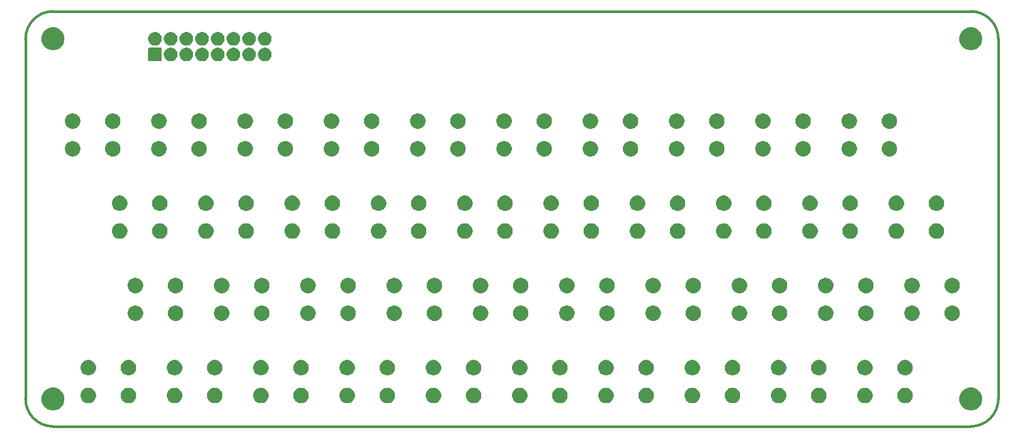
<source format=gbr>
G04 #@! TF.GenerationSoftware,KiCad,Pcbnew,(5.1.6)-1*
G04 #@! TF.CreationDate,2020-06-11T13:25:03-03:00*
G04 #@! TF.ProjectId,Jupiter-II_keyboard,4a757069-7465-4722-9d49-495f6b657962,rev?*
G04 #@! TF.SameCoordinates,Original*
G04 #@! TF.FileFunction,Soldermask,Bot*
G04 #@! TF.FilePolarity,Negative*
%FSLAX46Y46*%
G04 Gerber Fmt 4.6, Leading zero omitted, Abs format (unit mm)*
G04 Created by KiCad (PCBNEW (5.1.6)-1) date 2020-06-11 13:25:03*
%MOMM*%
%LPD*%
G01*
G04 APERTURE LIST*
G04 #@! TA.AperFunction,Profile*
%ADD10C,0.381000*%
G04 #@! TD*
%ADD11C,0.100000*%
G04 APERTURE END LIST*
D10*
X208280000Y-50165000D02*
X208280000Y-108585000D01*
X55245000Y-113030000D02*
G75*
G02*
X50800000Y-108585000I0J4445000D01*
G01*
X208280000Y-108585000D02*
G75*
G02*
X203835000Y-113030000I-4445000J0D01*
G01*
X203835000Y-45720000D02*
G75*
G02*
X208280000Y-50165000I0J-4445000D01*
G01*
X50800000Y-50165000D02*
G75*
G02*
X55245000Y-45720000I4445000J0D01*
G01*
X50800000Y-108585000D02*
X50800000Y-50165000D01*
X203835000Y-113030000D02*
X55245000Y-113030000D01*
X55245000Y-45720000D02*
X203835000Y-45720000D01*
D11*
G36*
X204375792Y-106802247D02*
G01*
X204713197Y-106942005D01*
X205016856Y-107144904D01*
X205275096Y-107403144D01*
X205477995Y-107706803D01*
X205617753Y-108044208D01*
X205689000Y-108402396D01*
X205689000Y-108767604D01*
X205617753Y-109125792D01*
X205477995Y-109463197D01*
X205275096Y-109766856D01*
X205016856Y-110025096D01*
X204713197Y-110227995D01*
X204375792Y-110367753D01*
X204017604Y-110439000D01*
X203652396Y-110439000D01*
X203294208Y-110367753D01*
X202956803Y-110227995D01*
X202653144Y-110025096D01*
X202394904Y-109766856D01*
X202192005Y-109463197D01*
X202052247Y-109125792D01*
X201981000Y-108767604D01*
X201981000Y-108402396D01*
X202052247Y-108044208D01*
X202192005Y-107706803D01*
X202394904Y-107403144D01*
X202653144Y-107144904D01*
X202956803Y-106942005D01*
X203294208Y-106802247D01*
X203652396Y-106731000D01*
X204017604Y-106731000D01*
X204375792Y-106802247D01*
G37*
G36*
X55785792Y-106802247D02*
G01*
X56123197Y-106942005D01*
X56426856Y-107144904D01*
X56685096Y-107403144D01*
X56887995Y-107706803D01*
X57027753Y-108044208D01*
X57099000Y-108402396D01*
X57099000Y-108767604D01*
X57027753Y-109125792D01*
X56887995Y-109463197D01*
X56685096Y-109766856D01*
X56426856Y-110025096D01*
X56123197Y-110227995D01*
X55785792Y-110367753D01*
X55427604Y-110439000D01*
X55062396Y-110439000D01*
X54704208Y-110367753D01*
X54366803Y-110227995D01*
X54063144Y-110025096D01*
X53804904Y-109766856D01*
X53602005Y-109463197D01*
X53462247Y-109125792D01*
X53391000Y-108767604D01*
X53391000Y-108402396D01*
X53462247Y-108044208D01*
X53602005Y-107706803D01*
X53804904Y-107403144D01*
X54063144Y-107144904D01*
X54366803Y-106942005D01*
X54704208Y-106802247D01*
X55062396Y-106731000D01*
X55427604Y-106731000D01*
X55785792Y-106802247D01*
G37*
G36*
X151645778Y-106799190D02*
G01*
X151873992Y-106893719D01*
X152079379Y-107030954D01*
X152254046Y-107205621D01*
X152391281Y-107411008D01*
X152485810Y-107639222D01*
X152534000Y-107881492D01*
X152534000Y-108128508D01*
X152485810Y-108370778D01*
X152391281Y-108598992D01*
X152254046Y-108804379D01*
X152079379Y-108979046D01*
X151873992Y-109116281D01*
X151645778Y-109210810D01*
X151403508Y-109259000D01*
X151156492Y-109259000D01*
X150914222Y-109210810D01*
X150686008Y-109116281D01*
X150480621Y-108979046D01*
X150305954Y-108804379D01*
X150168719Y-108598992D01*
X150074190Y-108370778D01*
X150026000Y-108128508D01*
X150026000Y-107881492D01*
X150074190Y-107639222D01*
X150168719Y-107411008D01*
X150305954Y-107205621D01*
X150480621Y-107030954D01*
X150686008Y-106893719D01*
X150914222Y-106799190D01*
X151156492Y-106751000D01*
X151403508Y-106751000D01*
X151645778Y-106799190D01*
G37*
G36*
X61325778Y-106799190D02*
G01*
X61553992Y-106893719D01*
X61759379Y-107030954D01*
X61934046Y-107205621D01*
X62071281Y-107411008D01*
X62165810Y-107639222D01*
X62214000Y-107881492D01*
X62214000Y-108128508D01*
X62165810Y-108370778D01*
X62071281Y-108598992D01*
X61934046Y-108804379D01*
X61759379Y-108979046D01*
X61553992Y-109116281D01*
X61325778Y-109210810D01*
X61083508Y-109259000D01*
X60836492Y-109259000D01*
X60594222Y-109210810D01*
X60366008Y-109116281D01*
X60160621Y-108979046D01*
X59985954Y-108804379D01*
X59848719Y-108598992D01*
X59754190Y-108370778D01*
X59706000Y-108128508D01*
X59706000Y-107881492D01*
X59754190Y-107639222D01*
X59848719Y-107411008D01*
X59985954Y-107205621D01*
X60160621Y-107030954D01*
X60366008Y-106893719D01*
X60594222Y-106799190D01*
X60836492Y-106751000D01*
X61083508Y-106751000D01*
X61325778Y-106799190D01*
G37*
G36*
X193555778Y-106799190D02*
G01*
X193783992Y-106893719D01*
X193989379Y-107030954D01*
X194164046Y-107205621D01*
X194301281Y-107411008D01*
X194395810Y-107639222D01*
X194444000Y-107881492D01*
X194444000Y-108128508D01*
X194395810Y-108370778D01*
X194301281Y-108598992D01*
X194164046Y-108804379D01*
X193989379Y-108979046D01*
X193783992Y-109116281D01*
X193555778Y-109210810D01*
X193313508Y-109259000D01*
X193066492Y-109259000D01*
X192824222Y-109210810D01*
X192596008Y-109116281D01*
X192390621Y-108979046D01*
X192215954Y-108804379D01*
X192078719Y-108598992D01*
X191984190Y-108370778D01*
X191936000Y-108128508D01*
X191936000Y-107881492D01*
X191984190Y-107639222D01*
X192078719Y-107411008D01*
X192215954Y-107205621D01*
X192390621Y-107030954D01*
X192596008Y-106893719D01*
X192824222Y-106799190D01*
X193066492Y-106751000D01*
X193313508Y-106751000D01*
X193555778Y-106799190D01*
G37*
G36*
X187055778Y-106799190D02*
G01*
X187283992Y-106893719D01*
X187489379Y-107030954D01*
X187664046Y-107205621D01*
X187801281Y-107411008D01*
X187895810Y-107639222D01*
X187944000Y-107881492D01*
X187944000Y-108128508D01*
X187895810Y-108370778D01*
X187801281Y-108598992D01*
X187664046Y-108804379D01*
X187489379Y-108979046D01*
X187283992Y-109116281D01*
X187055778Y-109210810D01*
X186813508Y-109259000D01*
X186566492Y-109259000D01*
X186324222Y-109210810D01*
X186096008Y-109116281D01*
X185890621Y-108979046D01*
X185715954Y-108804379D01*
X185578719Y-108598992D01*
X185484190Y-108370778D01*
X185436000Y-108128508D01*
X185436000Y-107881492D01*
X185484190Y-107639222D01*
X185578719Y-107411008D01*
X185715954Y-107205621D01*
X185890621Y-107030954D01*
X186096008Y-106893719D01*
X186324222Y-106799190D01*
X186566492Y-106751000D01*
X186813508Y-106751000D01*
X187055778Y-106799190D01*
G37*
G36*
X165615778Y-106799190D02*
G01*
X165843992Y-106893719D01*
X166049379Y-107030954D01*
X166224046Y-107205621D01*
X166361281Y-107411008D01*
X166455810Y-107639222D01*
X166504000Y-107881492D01*
X166504000Y-108128508D01*
X166455810Y-108370778D01*
X166361281Y-108598992D01*
X166224046Y-108804379D01*
X166049379Y-108979046D01*
X165843992Y-109116281D01*
X165615778Y-109210810D01*
X165373508Y-109259000D01*
X165126492Y-109259000D01*
X164884222Y-109210810D01*
X164656008Y-109116281D01*
X164450621Y-108979046D01*
X164275954Y-108804379D01*
X164138719Y-108598992D01*
X164044190Y-108370778D01*
X163996000Y-108128508D01*
X163996000Y-107881492D01*
X164044190Y-107639222D01*
X164138719Y-107411008D01*
X164275954Y-107205621D01*
X164450621Y-107030954D01*
X164656008Y-106893719D01*
X164884222Y-106799190D01*
X165126492Y-106751000D01*
X165373508Y-106751000D01*
X165615778Y-106799190D01*
G37*
G36*
X159115778Y-106799190D02*
G01*
X159343992Y-106893719D01*
X159549379Y-107030954D01*
X159724046Y-107205621D01*
X159861281Y-107411008D01*
X159955810Y-107639222D01*
X160004000Y-107881492D01*
X160004000Y-108128508D01*
X159955810Y-108370778D01*
X159861281Y-108598992D01*
X159724046Y-108804379D01*
X159549379Y-108979046D01*
X159343992Y-109116281D01*
X159115778Y-109210810D01*
X158873508Y-109259000D01*
X158626492Y-109259000D01*
X158384222Y-109210810D01*
X158156008Y-109116281D01*
X157950621Y-108979046D01*
X157775954Y-108804379D01*
X157638719Y-108598992D01*
X157544190Y-108370778D01*
X157496000Y-108128508D01*
X157496000Y-107881492D01*
X157544190Y-107639222D01*
X157638719Y-107411008D01*
X157775954Y-107205621D01*
X157950621Y-107030954D01*
X158156008Y-106893719D01*
X158384222Y-106799190D01*
X158626492Y-106751000D01*
X158873508Y-106751000D01*
X159115778Y-106799190D01*
G37*
G36*
X145145778Y-106799190D02*
G01*
X145373992Y-106893719D01*
X145579379Y-107030954D01*
X145754046Y-107205621D01*
X145891281Y-107411008D01*
X145985810Y-107639222D01*
X146034000Y-107881492D01*
X146034000Y-108128508D01*
X145985810Y-108370778D01*
X145891281Y-108598992D01*
X145754046Y-108804379D01*
X145579379Y-108979046D01*
X145373992Y-109116281D01*
X145145778Y-109210810D01*
X144903508Y-109259000D01*
X144656492Y-109259000D01*
X144414222Y-109210810D01*
X144186008Y-109116281D01*
X143980621Y-108979046D01*
X143805954Y-108804379D01*
X143668719Y-108598992D01*
X143574190Y-108370778D01*
X143526000Y-108128508D01*
X143526000Y-107881492D01*
X143574190Y-107639222D01*
X143668719Y-107411008D01*
X143805954Y-107205621D01*
X143980621Y-107030954D01*
X144186008Y-106893719D01*
X144414222Y-106799190D01*
X144656492Y-106751000D01*
X144903508Y-106751000D01*
X145145778Y-106799190D01*
G37*
G36*
X137675778Y-106799190D02*
G01*
X137903992Y-106893719D01*
X138109379Y-107030954D01*
X138284046Y-107205621D01*
X138421281Y-107411008D01*
X138515810Y-107639222D01*
X138564000Y-107881492D01*
X138564000Y-108128508D01*
X138515810Y-108370778D01*
X138421281Y-108598992D01*
X138284046Y-108804379D01*
X138109379Y-108979046D01*
X137903992Y-109116281D01*
X137675778Y-109210810D01*
X137433508Y-109259000D01*
X137186492Y-109259000D01*
X136944222Y-109210810D01*
X136716008Y-109116281D01*
X136510621Y-108979046D01*
X136335954Y-108804379D01*
X136198719Y-108598992D01*
X136104190Y-108370778D01*
X136056000Y-108128508D01*
X136056000Y-107881492D01*
X136104190Y-107639222D01*
X136198719Y-107411008D01*
X136335954Y-107205621D01*
X136510621Y-107030954D01*
X136716008Y-106893719D01*
X136944222Y-106799190D01*
X137186492Y-106751000D01*
X137433508Y-106751000D01*
X137675778Y-106799190D01*
G37*
G36*
X131175778Y-106799190D02*
G01*
X131403992Y-106893719D01*
X131609379Y-107030954D01*
X131784046Y-107205621D01*
X131921281Y-107411008D01*
X132015810Y-107639222D01*
X132064000Y-107881492D01*
X132064000Y-108128508D01*
X132015810Y-108370778D01*
X131921281Y-108598992D01*
X131784046Y-108804379D01*
X131609379Y-108979046D01*
X131403992Y-109116281D01*
X131175778Y-109210810D01*
X130933508Y-109259000D01*
X130686492Y-109259000D01*
X130444222Y-109210810D01*
X130216008Y-109116281D01*
X130010621Y-108979046D01*
X129835954Y-108804379D01*
X129698719Y-108598992D01*
X129604190Y-108370778D01*
X129556000Y-108128508D01*
X129556000Y-107881492D01*
X129604190Y-107639222D01*
X129698719Y-107411008D01*
X129835954Y-107205621D01*
X130010621Y-107030954D01*
X130216008Y-106893719D01*
X130444222Y-106799190D01*
X130686492Y-106751000D01*
X130933508Y-106751000D01*
X131175778Y-106799190D01*
G37*
G36*
X123705778Y-106799190D02*
G01*
X123933992Y-106893719D01*
X124139379Y-107030954D01*
X124314046Y-107205621D01*
X124451281Y-107411008D01*
X124545810Y-107639222D01*
X124594000Y-107881492D01*
X124594000Y-108128508D01*
X124545810Y-108370778D01*
X124451281Y-108598992D01*
X124314046Y-108804379D01*
X124139379Y-108979046D01*
X123933992Y-109116281D01*
X123705778Y-109210810D01*
X123463508Y-109259000D01*
X123216492Y-109259000D01*
X122974222Y-109210810D01*
X122746008Y-109116281D01*
X122540621Y-108979046D01*
X122365954Y-108804379D01*
X122228719Y-108598992D01*
X122134190Y-108370778D01*
X122086000Y-108128508D01*
X122086000Y-107881492D01*
X122134190Y-107639222D01*
X122228719Y-107411008D01*
X122365954Y-107205621D01*
X122540621Y-107030954D01*
X122746008Y-106893719D01*
X122974222Y-106799190D01*
X123216492Y-106751000D01*
X123463508Y-106751000D01*
X123705778Y-106799190D01*
G37*
G36*
X103235778Y-106799190D02*
G01*
X103463992Y-106893719D01*
X103669379Y-107030954D01*
X103844046Y-107205621D01*
X103981281Y-107411008D01*
X104075810Y-107639222D01*
X104124000Y-107881492D01*
X104124000Y-108128508D01*
X104075810Y-108370778D01*
X103981281Y-108598992D01*
X103844046Y-108804379D01*
X103669379Y-108979046D01*
X103463992Y-109116281D01*
X103235778Y-109210810D01*
X102993508Y-109259000D01*
X102746492Y-109259000D01*
X102504222Y-109210810D01*
X102276008Y-109116281D01*
X102070621Y-108979046D01*
X101895954Y-108804379D01*
X101758719Y-108598992D01*
X101664190Y-108370778D01*
X101616000Y-108128508D01*
X101616000Y-107881492D01*
X101664190Y-107639222D01*
X101758719Y-107411008D01*
X101895954Y-107205621D01*
X102070621Y-107030954D01*
X102276008Y-106893719D01*
X102504222Y-106799190D01*
X102746492Y-106751000D01*
X102993508Y-106751000D01*
X103235778Y-106799190D01*
G37*
G36*
X117205778Y-106799190D02*
G01*
X117433992Y-106893719D01*
X117639379Y-107030954D01*
X117814046Y-107205621D01*
X117951281Y-107411008D01*
X118045810Y-107639222D01*
X118094000Y-107881492D01*
X118094000Y-108128508D01*
X118045810Y-108370778D01*
X117951281Y-108598992D01*
X117814046Y-108804379D01*
X117639379Y-108979046D01*
X117433992Y-109116281D01*
X117205778Y-109210810D01*
X116963508Y-109259000D01*
X116716492Y-109259000D01*
X116474222Y-109210810D01*
X116246008Y-109116281D01*
X116040621Y-108979046D01*
X115865954Y-108804379D01*
X115728719Y-108598992D01*
X115634190Y-108370778D01*
X115586000Y-108128508D01*
X115586000Y-107881492D01*
X115634190Y-107639222D01*
X115728719Y-107411008D01*
X115865954Y-107205621D01*
X116040621Y-107030954D01*
X116246008Y-106893719D01*
X116474222Y-106799190D01*
X116716492Y-106751000D01*
X116963508Y-106751000D01*
X117205778Y-106799190D01*
G37*
G36*
X67825778Y-106799190D02*
G01*
X68053992Y-106893719D01*
X68259379Y-107030954D01*
X68434046Y-107205621D01*
X68571281Y-107411008D01*
X68665810Y-107639222D01*
X68714000Y-107881492D01*
X68714000Y-108128508D01*
X68665810Y-108370778D01*
X68571281Y-108598992D01*
X68434046Y-108804379D01*
X68259379Y-108979046D01*
X68053992Y-109116281D01*
X67825778Y-109210810D01*
X67583508Y-109259000D01*
X67336492Y-109259000D01*
X67094222Y-109210810D01*
X66866008Y-109116281D01*
X66660621Y-108979046D01*
X66485954Y-108804379D01*
X66348719Y-108598992D01*
X66254190Y-108370778D01*
X66206000Y-108128508D01*
X66206000Y-107881492D01*
X66254190Y-107639222D01*
X66348719Y-107411008D01*
X66485954Y-107205621D01*
X66660621Y-107030954D01*
X66866008Y-106893719D01*
X67094222Y-106799190D01*
X67336492Y-106751000D01*
X67583508Y-106751000D01*
X67825778Y-106799190D01*
G37*
G36*
X173085778Y-106799190D02*
G01*
X173313992Y-106893719D01*
X173519379Y-107030954D01*
X173694046Y-107205621D01*
X173831281Y-107411008D01*
X173925810Y-107639222D01*
X173974000Y-107881492D01*
X173974000Y-108128508D01*
X173925810Y-108370778D01*
X173831281Y-108598992D01*
X173694046Y-108804379D01*
X173519379Y-108979046D01*
X173313992Y-109116281D01*
X173085778Y-109210810D01*
X172843508Y-109259000D01*
X172596492Y-109259000D01*
X172354222Y-109210810D01*
X172126008Y-109116281D01*
X171920621Y-108979046D01*
X171745954Y-108804379D01*
X171608719Y-108598992D01*
X171514190Y-108370778D01*
X171466000Y-108128508D01*
X171466000Y-107881492D01*
X171514190Y-107639222D01*
X171608719Y-107411008D01*
X171745954Y-107205621D01*
X171920621Y-107030954D01*
X172126008Y-106893719D01*
X172354222Y-106799190D01*
X172596492Y-106751000D01*
X172843508Y-106751000D01*
X173085778Y-106799190D01*
G37*
G36*
X179585778Y-106799190D02*
G01*
X179813992Y-106893719D01*
X180019379Y-107030954D01*
X180194046Y-107205621D01*
X180331281Y-107411008D01*
X180425810Y-107639222D01*
X180474000Y-107881492D01*
X180474000Y-108128508D01*
X180425810Y-108370778D01*
X180331281Y-108598992D01*
X180194046Y-108804379D01*
X180019379Y-108979046D01*
X179813992Y-109116281D01*
X179585778Y-109210810D01*
X179343508Y-109259000D01*
X179096492Y-109259000D01*
X178854222Y-109210810D01*
X178626008Y-109116281D01*
X178420621Y-108979046D01*
X178245954Y-108804379D01*
X178108719Y-108598992D01*
X178014190Y-108370778D01*
X177966000Y-108128508D01*
X177966000Y-107881492D01*
X178014190Y-107639222D01*
X178108719Y-107411008D01*
X178245954Y-107205621D01*
X178420621Y-107030954D01*
X178626008Y-106893719D01*
X178854222Y-106799190D01*
X179096492Y-106751000D01*
X179343508Y-106751000D01*
X179585778Y-106799190D01*
G37*
G36*
X75295778Y-106799190D02*
G01*
X75523992Y-106893719D01*
X75729379Y-107030954D01*
X75904046Y-107205621D01*
X76041281Y-107411008D01*
X76135810Y-107639222D01*
X76184000Y-107881492D01*
X76184000Y-108128508D01*
X76135810Y-108370778D01*
X76041281Y-108598992D01*
X75904046Y-108804379D01*
X75729379Y-108979046D01*
X75523992Y-109116281D01*
X75295778Y-109210810D01*
X75053508Y-109259000D01*
X74806492Y-109259000D01*
X74564222Y-109210810D01*
X74336008Y-109116281D01*
X74130621Y-108979046D01*
X73955954Y-108804379D01*
X73818719Y-108598992D01*
X73724190Y-108370778D01*
X73676000Y-108128508D01*
X73676000Y-107881492D01*
X73724190Y-107639222D01*
X73818719Y-107411008D01*
X73955954Y-107205621D01*
X74130621Y-107030954D01*
X74336008Y-106893719D01*
X74564222Y-106799190D01*
X74806492Y-106751000D01*
X75053508Y-106751000D01*
X75295778Y-106799190D01*
G37*
G36*
X81795778Y-106799190D02*
G01*
X82023992Y-106893719D01*
X82229379Y-107030954D01*
X82404046Y-107205621D01*
X82541281Y-107411008D01*
X82635810Y-107639222D01*
X82684000Y-107881492D01*
X82684000Y-108128508D01*
X82635810Y-108370778D01*
X82541281Y-108598992D01*
X82404046Y-108804379D01*
X82229379Y-108979046D01*
X82023992Y-109116281D01*
X81795778Y-109210810D01*
X81553508Y-109259000D01*
X81306492Y-109259000D01*
X81064222Y-109210810D01*
X80836008Y-109116281D01*
X80630621Y-108979046D01*
X80455954Y-108804379D01*
X80318719Y-108598992D01*
X80224190Y-108370778D01*
X80176000Y-108128508D01*
X80176000Y-107881492D01*
X80224190Y-107639222D01*
X80318719Y-107411008D01*
X80455954Y-107205621D01*
X80630621Y-107030954D01*
X80836008Y-106893719D01*
X81064222Y-106799190D01*
X81306492Y-106751000D01*
X81553508Y-106751000D01*
X81795778Y-106799190D01*
G37*
G36*
X89265778Y-106799190D02*
G01*
X89493992Y-106893719D01*
X89699379Y-107030954D01*
X89874046Y-107205621D01*
X90011281Y-107411008D01*
X90105810Y-107639222D01*
X90154000Y-107881492D01*
X90154000Y-108128508D01*
X90105810Y-108370778D01*
X90011281Y-108598992D01*
X89874046Y-108804379D01*
X89699379Y-108979046D01*
X89493992Y-109116281D01*
X89265778Y-109210810D01*
X89023508Y-109259000D01*
X88776492Y-109259000D01*
X88534222Y-109210810D01*
X88306008Y-109116281D01*
X88100621Y-108979046D01*
X87925954Y-108804379D01*
X87788719Y-108598992D01*
X87694190Y-108370778D01*
X87646000Y-108128508D01*
X87646000Y-107881492D01*
X87694190Y-107639222D01*
X87788719Y-107411008D01*
X87925954Y-107205621D01*
X88100621Y-107030954D01*
X88306008Y-106893719D01*
X88534222Y-106799190D01*
X88776492Y-106751000D01*
X89023508Y-106751000D01*
X89265778Y-106799190D01*
G37*
G36*
X95765778Y-106799190D02*
G01*
X95993992Y-106893719D01*
X96199379Y-107030954D01*
X96374046Y-107205621D01*
X96511281Y-107411008D01*
X96605810Y-107639222D01*
X96654000Y-107881492D01*
X96654000Y-108128508D01*
X96605810Y-108370778D01*
X96511281Y-108598992D01*
X96374046Y-108804379D01*
X96199379Y-108979046D01*
X95993992Y-109116281D01*
X95765778Y-109210810D01*
X95523508Y-109259000D01*
X95276492Y-109259000D01*
X95034222Y-109210810D01*
X94806008Y-109116281D01*
X94600621Y-108979046D01*
X94425954Y-108804379D01*
X94288719Y-108598992D01*
X94194190Y-108370778D01*
X94146000Y-108128508D01*
X94146000Y-107881492D01*
X94194190Y-107639222D01*
X94288719Y-107411008D01*
X94425954Y-107205621D01*
X94600621Y-107030954D01*
X94806008Y-106893719D01*
X95034222Y-106799190D01*
X95276492Y-106751000D01*
X95523508Y-106751000D01*
X95765778Y-106799190D01*
G37*
G36*
X109735778Y-106799190D02*
G01*
X109963992Y-106893719D01*
X110169379Y-107030954D01*
X110344046Y-107205621D01*
X110481281Y-107411008D01*
X110575810Y-107639222D01*
X110624000Y-107881492D01*
X110624000Y-108128508D01*
X110575810Y-108370778D01*
X110481281Y-108598992D01*
X110344046Y-108804379D01*
X110169379Y-108979046D01*
X109963992Y-109116281D01*
X109735778Y-109210810D01*
X109493508Y-109259000D01*
X109246492Y-109259000D01*
X109004222Y-109210810D01*
X108776008Y-109116281D01*
X108570621Y-108979046D01*
X108395954Y-108804379D01*
X108258719Y-108598992D01*
X108164190Y-108370778D01*
X108116000Y-108128508D01*
X108116000Y-107881492D01*
X108164190Y-107639222D01*
X108258719Y-107411008D01*
X108395954Y-107205621D01*
X108570621Y-107030954D01*
X108776008Y-106893719D01*
X109004222Y-106799190D01*
X109246492Y-106751000D01*
X109493508Y-106751000D01*
X109735778Y-106799190D01*
G37*
G36*
X145145778Y-102299190D02*
G01*
X145373992Y-102393719D01*
X145579379Y-102530954D01*
X145754046Y-102705621D01*
X145891281Y-102911008D01*
X145985810Y-103139222D01*
X146034000Y-103381492D01*
X146034000Y-103628508D01*
X145985810Y-103870778D01*
X145891281Y-104098992D01*
X145754046Y-104304379D01*
X145579379Y-104479046D01*
X145373992Y-104616281D01*
X145145778Y-104710810D01*
X144903508Y-104759000D01*
X144656492Y-104759000D01*
X144414222Y-104710810D01*
X144186008Y-104616281D01*
X143980621Y-104479046D01*
X143805954Y-104304379D01*
X143668719Y-104098992D01*
X143574190Y-103870778D01*
X143526000Y-103628508D01*
X143526000Y-103381492D01*
X143574190Y-103139222D01*
X143668719Y-102911008D01*
X143805954Y-102705621D01*
X143980621Y-102530954D01*
X144186008Y-102393719D01*
X144414222Y-102299190D01*
X144656492Y-102251000D01*
X144903508Y-102251000D01*
X145145778Y-102299190D01*
G37*
G36*
X61325778Y-102299190D02*
G01*
X61553992Y-102393719D01*
X61759379Y-102530954D01*
X61934046Y-102705621D01*
X62071281Y-102911008D01*
X62165810Y-103139222D01*
X62214000Y-103381492D01*
X62214000Y-103628508D01*
X62165810Y-103870778D01*
X62071281Y-104098992D01*
X61934046Y-104304379D01*
X61759379Y-104479046D01*
X61553992Y-104616281D01*
X61325778Y-104710810D01*
X61083508Y-104759000D01*
X60836492Y-104759000D01*
X60594222Y-104710810D01*
X60366008Y-104616281D01*
X60160621Y-104479046D01*
X59985954Y-104304379D01*
X59848719Y-104098992D01*
X59754190Y-103870778D01*
X59706000Y-103628508D01*
X59706000Y-103381492D01*
X59754190Y-103139222D01*
X59848719Y-102911008D01*
X59985954Y-102705621D01*
X60160621Y-102530954D01*
X60366008Y-102393719D01*
X60594222Y-102299190D01*
X60836492Y-102251000D01*
X61083508Y-102251000D01*
X61325778Y-102299190D01*
G37*
G36*
X67825778Y-102299190D02*
G01*
X68053992Y-102393719D01*
X68259379Y-102530954D01*
X68434046Y-102705621D01*
X68571281Y-102911008D01*
X68665810Y-103139222D01*
X68714000Y-103381492D01*
X68714000Y-103628508D01*
X68665810Y-103870778D01*
X68571281Y-104098992D01*
X68434046Y-104304379D01*
X68259379Y-104479046D01*
X68053992Y-104616281D01*
X67825778Y-104710810D01*
X67583508Y-104759000D01*
X67336492Y-104759000D01*
X67094222Y-104710810D01*
X66866008Y-104616281D01*
X66660621Y-104479046D01*
X66485954Y-104304379D01*
X66348719Y-104098992D01*
X66254190Y-103870778D01*
X66206000Y-103628508D01*
X66206000Y-103381492D01*
X66254190Y-103139222D01*
X66348719Y-102911008D01*
X66485954Y-102705621D01*
X66660621Y-102530954D01*
X66866008Y-102393719D01*
X67094222Y-102299190D01*
X67336492Y-102251000D01*
X67583508Y-102251000D01*
X67825778Y-102299190D01*
G37*
G36*
X173085778Y-102299190D02*
G01*
X173313992Y-102393719D01*
X173519379Y-102530954D01*
X173694046Y-102705621D01*
X173831281Y-102911008D01*
X173925810Y-103139222D01*
X173974000Y-103381492D01*
X173974000Y-103628508D01*
X173925810Y-103870778D01*
X173831281Y-104098992D01*
X173694046Y-104304379D01*
X173519379Y-104479046D01*
X173313992Y-104616281D01*
X173085778Y-104710810D01*
X172843508Y-104759000D01*
X172596492Y-104759000D01*
X172354222Y-104710810D01*
X172126008Y-104616281D01*
X171920621Y-104479046D01*
X171745954Y-104304379D01*
X171608719Y-104098992D01*
X171514190Y-103870778D01*
X171466000Y-103628508D01*
X171466000Y-103381492D01*
X171514190Y-103139222D01*
X171608719Y-102911008D01*
X171745954Y-102705621D01*
X171920621Y-102530954D01*
X172126008Y-102393719D01*
X172354222Y-102299190D01*
X172596492Y-102251000D01*
X172843508Y-102251000D01*
X173085778Y-102299190D01*
G37*
G36*
X179585778Y-102299190D02*
G01*
X179813992Y-102393719D01*
X180019379Y-102530954D01*
X180194046Y-102705621D01*
X180331281Y-102911008D01*
X180425810Y-103139222D01*
X180474000Y-103381492D01*
X180474000Y-103628508D01*
X180425810Y-103870778D01*
X180331281Y-104098992D01*
X180194046Y-104304379D01*
X180019379Y-104479046D01*
X179813992Y-104616281D01*
X179585778Y-104710810D01*
X179343508Y-104759000D01*
X179096492Y-104759000D01*
X178854222Y-104710810D01*
X178626008Y-104616281D01*
X178420621Y-104479046D01*
X178245954Y-104304379D01*
X178108719Y-104098992D01*
X178014190Y-103870778D01*
X177966000Y-103628508D01*
X177966000Y-103381492D01*
X178014190Y-103139222D01*
X178108719Y-102911008D01*
X178245954Y-102705621D01*
X178420621Y-102530954D01*
X178626008Y-102393719D01*
X178854222Y-102299190D01*
X179096492Y-102251000D01*
X179343508Y-102251000D01*
X179585778Y-102299190D01*
G37*
G36*
X75295778Y-102299190D02*
G01*
X75523992Y-102393719D01*
X75729379Y-102530954D01*
X75904046Y-102705621D01*
X76041281Y-102911008D01*
X76135810Y-103139222D01*
X76184000Y-103381492D01*
X76184000Y-103628508D01*
X76135810Y-103870778D01*
X76041281Y-104098992D01*
X75904046Y-104304379D01*
X75729379Y-104479046D01*
X75523992Y-104616281D01*
X75295778Y-104710810D01*
X75053508Y-104759000D01*
X74806492Y-104759000D01*
X74564222Y-104710810D01*
X74336008Y-104616281D01*
X74130621Y-104479046D01*
X73955954Y-104304379D01*
X73818719Y-104098992D01*
X73724190Y-103870778D01*
X73676000Y-103628508D01*
X73676000Y-103381492D01*
X73724190Y-103139222D01*
X73818719Y-102911008D01*
X73955954Y-102705621D01*
X74130621Y-102530954D01*
X74336008Y-102393719D01*
X74564222Y-102299190D01*
X74806492Y-102251000D01*
X75053508Y-102251000D01*
X75295778Y-102299190D01*
G37*
G36*
X81795778Y-102299190D02*
G01*
X82023992Y-102393719D01*
X82229379Y-102530954D01*
X82404046Y-102705621D01*
X82541281Y-102911008D01*
X82635810Y-103139222D01*
X82684000Y-103381492D01*
X82684000Y-103628508D01*
X82635810Y-103870778D01*
X82541281Y-104098992D01*
X82404046Y-104304379D01*
X82229379Y-104479046D01*
X82023992Y-104616281D01*
X81795778Y-104710810D01*
X81553508Y-104759000D01*
X81306492Y-104759000D01*
X81064222Y-104710810D01*
X80836008Y-104616281D01*
X80630621Y-104479046D01*
X80455954Y-104304379D01*
X80318719Y-104098992D01*
X80224190Y-103870778D01*
X80176000Y-103628508D01*
X80176000Y-103381492D01*
X80224190Y-103139222D01*
X80318719Y-102911008D01*
X80455954Y-102705621D01*
X80630621Y-102530954D01*
X80836008Y-102393719D01*
X81064222Y-102299190D01*
X81306492Y-102251000D01*
X81553508Y-102251000D01*
X81795778Y-102299190D01*
G37*
G36*
X89265778Y-102299190D02*
G01*
X89493992Y-102393719D01*
X89699379Y-102530954D01*
X89874046Y-102705621D01*
X90011281Y-102911008D01*
X90105810Y-103139222D01*
X90154000Y-103381492D01*
X90154000Y-103628508D01*
X90105810Y-103870778D01*
X90011281Y-104098992D01*
X89874046Y-104304379D01*
X89699379Y-104479046D01*
X89493992Y-104616281D01*
X89265778Y-104710810D01*
X89023508Y-104759000D01*
X88776492Y-104759000D01*
X88534222Y-104710810D01*
X88306008Y-104616281D01*
X88100621Y-104479046D01*
X87925954Y-104304379D01*
X87788719Y-104098992D01*
X87694190Y-103870778D01*
X87646000Y-103628508D01*
X87646000Y-103381492D01*
X87694190Y-103139222D01*
X87788719Y-102911008D01*
X87925954Y-102705621D01*
X88100621Y-102530954D01*
X88306008Y-102393719D01*
X88534222Y-102299190D01*
X88776492Y-102251000D01*
X89023508Y-102251000D01*
X89265778Y-102299190D01*
G37*
G36*
X95765778Y-102299190D02*
G01*
X95993992Y-102393719D01*
X96199379Y-102530954D01*
X96374046Y-102705621D01*
X96511281Y-102911008D01*
X96605810Y-103139222D01*
X96654000Y-103381492D01*
X96654000Y-103628508D01*
X96605810Y-103870778D01*
X96511281Y-104098992D01*
X96374046Y-104304379D01*
X96199379Y-104479046D01*
X95993992Y-104616281D01*
X95765778Y-104710810D01*
X95523508Y-104759000D01*
X95276492Y-104759000D01*
X95034222Y-104710810D01*
X94806008Y-104616281D01*
X94600621Y-104479046D01*
X94425954Y-104304379D01*
X94288719Y-104098992D01*
X94194190Y-103870778D01*
X94146000Y-103628508D01*
X94146000Y-103381492D01*
X94194190Y-103139222D01*
X94288719Y-102911008D01*
X94425954Y-102705621D01*
X94600621Y-102530954D01*
X94806008Y-102393719D01*
X95034222Y-102299190D01*
X95276492Y-102251000D01*
X95523508Y-102251000D01*
X95765778Y-102299190D01*
G37*
G36*
X103235778Y-102299190D02*
G01*
X103463992Y-102393719D01*
X103669379Y-102530954D01*
X103844046Y-102705621D01*
X103981281Y-102911008D01*
X104075810Y-103139222D01*
X104124000Y-103381492D01*
X104124000Y-103628508D01*
X104075810Y-103870778D01*
X103981281Y-104098992D01*
X103844046Y-104304379D01*
X103669379Y-104479046D01*
X103463992Y-104616281D01*
X103235778Y-104710810D01*
X102993508Y-104759000D01*
X102746492Y-104759000D01*
X102504222Y-104710810D01*
X102276008Y-104616281D01*
X102070621Y-104479046D01*
X101895954Y-104304379D01*
X101758719Y-104098992D01*
X101664190Y-103870778D01*
X101616000Y-103628508D01*
X101616000Y-103381492D01*
X101664190Y-103139222D01*
X101758719Y-102911008D01*
X101895954Y-102705621D01*
X102070621Y-102530954D01*
X102276008Y-102393719D01*
X102504222Y-102299190D01*
X102746492Y-102251000D01*
X102993508Y-102251000D01*
X103235778Y-102299190D01*
G37*
G36*
X117205778Y-102299190D02*
G01*
X117433992Y-102393719D01*
X117639379Y-102530954D01*
X117814046Y-102705621D01*
X117951281Y-102911008D01*
X118045810Y-103139222D01*
X118094000Y-103381492D01*
X118094000Y-103628508D01*
X118045810Y-103870778D01*
X117951281Y-104098992D01*
X117814046Y-104304379D01*
X117639379Y-104479046D01*
X117433992Y-104616281D01*
X117205778Y-104710810D01*
X116963508Y-104759000D01*
X116716492Y-104759000D01*
X116474222Y-104710810D01*
X116246008Y-104616281D01*
X116040621Y-104479046D01*
X115865954Y-104304379D01*
X115728719Y-104098992D01*
X115634190Y-103870778D01*
X115586000Y-103628508D01*
X115586000Y-103381492D01*
X115634190Y-103139222D01*
X115728719Y-102911008D01*
X115865954Y-102705621D01*
X116040621Y-102530954D01*
X116246008Y-102393719D01*
X116474222Y-102299190D01*
X116716492Y-102251000D01*
X116963508Y-102251000D01*
X117205778Y-102299190D01*
G37*
G36*
X159115778Y-102299190D02*
G01*
X159343992Y-102393719D01*
X159549379Y-102530954D01*
X159724046Y-102705621D01*
X159861281Y-102911008D01*
X159955810Y-103139222D01*
X160004000Y-103381492D01*
X160004000Y-103628508D01*
X159955810Y-103870778D01*
X159861281Y-104098992D01*
X159724046Y-104304379D01*
X159549379Y-104479046D01*
X159343992Y-104616281D01*
X159115778Y-104710810D01*
X158873508Y-104759000D01*
X158626492Y-104759000D01*
X158384222Y-104710810D01*
X158156008Y-104616281D01*
X157950621Y-104479046D01*
X157775954Y-104304379D01*
X157638719Y-104098992D01*
X157544190Y-103870778D01*
X157496000Y-103628508D01*
X157496000Y-103381492D01*
X157544190Y-103139222D01*
X157638719Y-102911008D01*
X157775954Y-102705621D01*
X157950621Y-102530954D01*
X158156008Y-102393719D01*
X158384222Y-102299190D01*
X158626492Y-102251000D01*
X158873508Y-102251000D01*
X159115778Y-102299190D01*
G37*
G36*
X165615778Y-102299190D02*
G01*
X165843992Y-102393719D01*
X166049379Y-102530954D01*
X166224046Y-102705621D01*
X166361281Y-102911008D01*
X166455810Y-103139222D01*
X166504000Y-103381492D01*
X166504000Y-103628508D01*
X166455810Y-103870778D01*
X166361281Y-104098992D01*
X166224046Y-104304379D01*
X166049379Y-104479046D01*
X165843992Y-104616281D01*
X165615778Y-104710810D01*
X165373508Y-104759000D01*
X165126492Y-104759000D01*
X164884222Y-104710810D01*
X164656008Y-104616281D01*
X164450621Y-104479046D01*
X164275954Y-104304379D01*
X164138719Y-104098992D01*
X164044190Y-103870778D01*
X163996000Y-103628508D01*
X163996000Y-103381492D01*
X164044190Y-103139222D01*
X164138719Y-102911008D01*
X164275954Y-102705621D01*
X164450621Y-102530954D01*
X164656008Y-102393719D01*
X164884222Y-102299190D01*
X165126492Y-102251000D01*
X165373508Y-102251000D01*
X165615778Y-102299190D01*
G37*
G36*
X151645778Y-102299190D02*
G01*
X151873992Y-102393719D01*
X152079379Y-102530954D01*
X152254046Y-102705621D01*
X152391281Y-102911008D01*
X152485810Y-103139222D01*
X152534000Y-103381492D01*
X152534000Y-103628508D01*
X152485810Y-103870778D01*
X152391281Y-104098992D01*
X152254046Y-104304379D01*
X152079379Y-104479046D01*
X151873992Y-104616281D01*
X151645778Y-104710810D01*
X151403508Y-104759000D01*
X151156492Y-104759000D01*
X150914222Y-104710810D01*
X150686008Y-104616281D01*
X150480621Y-104479046D01*
X150305954Y-104304379D01*
X150168719Y-104098992D01*
X150074190Y-103870778D01*
X150026000Y-103628508D01*
X150026000Y-103381492D01*
X150074190Y-103139222D01*
X150168719Y-102911008D01*
X150305954Y-102705621D01*
X150480621Y-102530954D01*
X150686008Y-102393719D01*
X150914222Y-102299190D01*
X151156492Y-102251000D01*
X151403508Y-102251000D01*
X151645778Y-102299190D01*
G37*
G36*
X187055778Y-102299190D02*
G01*
X187283992Y-102393719D01*
X187489379Y-102530954D01*
X187664046Y-102705621D01*
X187801281Y-102911008D01*
X187895810Y-103139222D01*
X187944000Y-103381492D01*
X187944000Y-103628508D01*
X187895810Y-103870778D01*
X187801281Y-104098992D01*
X187664046Y-104304379D01*
X187489379Y-104479046D01*
X187283992Y-104616281D01*
X187055778Y-104710810D01*
X186813508Y-104759000D01*
X186566492Y-104759000D01*
X186324222Y-104710810D01*
X186096008Y-104616281D01*
X185890621Y-104479046D01*
X185715954Y-104304379D01*
X185578719Y-104098992D01*
X185484190Y-103870778D01*
X185436000Y-103628508D01*
X185436000Y-103381492D01*
X185484190Y-103139222D01*
X185578719Y-102911008D01*
X185715954Y-102705621D01*
X185890621Y-102530954D01*
X186096008Y-102393719D01*
X186324222Y-102299190D01*
X186566492Y-102251000D01*
X186813508Y-102251000D01*
X187055778Y-102299190D01*
G37*
G36*
X137675778Y-102299190D02*
G01*
X137903992Y-102393719D01*
X138109379Y-102530954D01*
X138284046Y-102705621D01*
X138421281Y-102911008D01*
X138515810Y-103139222D01*
X138564000Y-103381492D01*
X138564000Y-103628508D01*
X138515810Y-103870778D01*
X138421281Y-104098992D01*
X138284046Y-104304379D01*
X138109379Y-104479046D01*
X137903992Y-104616281D01*
X137675778Y-104710810D01*
X137433508Y-104759000D01*
X137186492Y-104759000D01*
X136944222Y-104710810D01*
X136716008Y-104616281D01*
X136510621Y-104479046D01*
X136335954Y-104304379D01*
X136198719Y-104098992D01*
X136104190Y-103870778D01*
X136056000Y-103628508D01*
X136056000Y-103381492D01*
X136104190Y-103139222D01*
X136198719Y-102911008D01*
X136335954Y-102705621D01*
X136510621Y-102530954D01*
X136716008Y-102393719D01*
X136944222Y-102299190D01*
X137186492Y-102251000D01*
X137433508Y-102251000D01*
X137675778Y-102299190D01*
G37*
G36*
X193555778Y-102299190D02*
G01*
X193783992Y-102393719D01*
X193989379Y-102530954D01*
X194164046Y-102705621D01*
X194301281Y-102911008D01*
X194395810Y-103139222D01*
X194444000Y-103381492D01*
X194444000Y-103628508D01*
X194395810Y-103870778D01*
X194301281Y-104098992D01*
X194164046Y-104304379D01*
X193989379Y-104479046D01*
X193783992Y-104616281D01*
X193555778Y-104710810D01*
X193313508Y-104759000D01*
X193066492Y-104759000D01*
X192824222Y-104710810D01*
X192596008Y-104616281D01*
X192390621Y-104479046D01*
X192215954Y-104304379D01*
X192078719Y-104098992D01*
X191984190Y-103870778D01*
X191936000Y-103628508D01*
X191936000Y-103381492D01*
X191984190Y-103139222D01*
X192078719Y-102911008D01*
X192215954Y-102705621D01*
X192390621Y-102530954D01*
X192596008Y-102393719D01*
X192824222Y-102299190D01*
X193066492Y-102251000D01*
X193313508Y-102251000D01*
X193555778Y-102299190D01*
G37*
G36*
X131175778Y-102299190D02*
G01*
X131403992Y-102393719D01*
X131609379Y-102530954D01*
X131784046Y-102705621D01*
X131921281Y-102911008D01*
X132015810Y-103139222D01*
X132064000Y-103381492D01*
X132064000Y-103628508D01*
X132015810Y-103870778D01*
X131921281Y-104098992D01*
X131784046Y-104304379D01*
X131609379Y-104479046D01*
X131403992Y-104616281D01*
X131175778Y-104710810D01*
X130933508Y-104759000D01*
X130686492Y-104759000D01*
X130444222Y-104710810D01*
X130216008Y-104616281D01*
X130010621Y-104479046D01*
X129835954Y-104304379D01*
X129698719Y-104098992D01*
X129604190Y-103870778D01*
X129556000Y-103628508D01*
X129556000Y-103381492D01*
X129604190Y-103139222D01*
X129698719Y-102911008D01*
X129835954Y-102705621D01*
X130010621Y-102530954D01*
X130216008Y-102393719D01*
X130444222Y-102299190D01*
X130686492Y-102251000D01*
X130933508Y-102251000D01*
X131175778Y-102299190D01*
G37*
G36*
X123705778Y-102299190D02*
G01*
X123933992Y-102393719D01*
X124139379Y-102530954D01*
X124314046Y-102705621D01*
X124451281Y-102911008D01*
X124545810Y-103139222D01*
X124594000Y-103381492D01*
X124594000Y-103628508D01*
X124545810Y-103870778D01*
X124451281Y-104098992D01*
X124314046Y-104304379D01*
X124139379Y-104479046D01*
X123933992Y-104616281D01*
X123705778Y-104710810D01*
X123463508Y-104759000D01*
X123216492Y-104759000D01*
X122974222Y-104710810D01*
X122746008Y-104616281D01*
X122540621Y-104479046D01*
X122365954Y-104304379D01*
X122228719Y-104098992D01*
X122134190Y-103870778D01*
X122086000Y-103628508D01*
X122086000Y-103381492D01*
X122134190Y-103139222D01*
X122228719Y-102911008D01*
X122365954Y-102705621D01*
X122540621Y-102530954D01*
X122746008Y-102393719D01*
X122974222Y-102299190D01*
X123216492Y-102251000D01*
X123463508Y-102251000D01*
X123705778Y-102299190D01*
G37*
G36*
X109735778Y-102299190D02*
G01*
X109963992Y-102393719D01*
X110169379Y-102530954D01*
X110344046Y-102705621D01*
X110481281Y-102911008D01*
X110575810Y-103139222D01*
X110624000Y-103381492D01*
X110624000Y-103628508D01*
X110575810Y-103870778D01*
X110481281Y-104098992D01*
X110344046Y-104304379D01*
X110169379Y-104479046D01*
X109963992Y-104616281D01*
X109735778Y-104710810D01*
X109493508Y-104759000D01*
X109246492Y-104759000D01*
X109004222Y-104710810D01*
X108776008Y-104616281D01*
X108570621Y-104479046D01*
X108395954Y-104304379D01*
X108258719Y-104098992D01*
X108164190Y-103870778D01*
X108116000Y-103628508D01*
X108116000Y-103381492D01*
X108164190Y-103139222D01*
X108258719Y-102911008D01*
X108395954Y-102705621D01*
X108570621Y-102530954D01*
X108776008Y-102393719D01*
X109004222Y-102299190D01*
X109246492Y-102251000D01*
X109493508Y-102251000D01*
X109735778Y-102299190D01*
G37*
G36*
X82915778Y-93464190D02*
G01*
X83143992Y-93558719D01*
X83349379Y-93695954D01*
X83524046Y-93870621D01*
X83661281Y-94076008D01*
X83755810Y-94304222D01*
X83804000Y-94546492D01*
X83804000Y-94793508D01*
X83755810Y-95035778D01*
X83661281Y-95263992D01*
X83524046Y-95469379D01*
X83349379Y-95644046D01*
X83143992Y-95781281D01*
X82915778Y-95875810D01*
X82673508Y-95924000D01*
X82426492Y-95924000D01*
X82184222Y-95875810D01*
X81956008Y-95781281D01*
X81750621Y-95644046D01*
X81575954Y-95469379D01*
X81438719Y-95263992D01*
X81344190Y-95035778D01*
X81296000Y-94793508D01*
X81296000Y-94546492D01*
X81344190Y-94304222D01*
X81438719Y-94076008D01*
X81575954Y-93870621D01*
X81750621Y-93695954D01*
X81956008Y-93558719D01*
X82184222Y-93464190D01*
X82426492Y-93416000D01*
X82673508Y-93416000D01*
X82915778Y-93464190D01*
G37*
G36*
X187205778Y-93464190D02*
G01*
X187433992Y-93558719D01*
X187639379Y-93695954D01*
X187814046Y-93870621D01*
X187951281Y-94076008D01*
X188045810Y-94304222D01*
X188094000Y-94546492D01*
X188094000Y-94793508D01*
X188045810Y-95035778D01*
X187951281Y-95263992D01*
X187814046Y-95469379D01*
X187639379Y-95644046D01*
X187433992Y-95781281D01*
X187205778Y-95875810D01*
X186963508Y-95924000D01*
X186716492Y-95924000D01*
X186474222Y-95875810D01*
X186246008Y-95781281D01*
X186040621Y-95644046D01*
X185865954Y-95469379D01*
X185728719Y-95263992D01*
X185634190Y-95035778D01*
X185586000Y-94793508D01*
X185586000Y-94546492D01*
X185634190Y-94304222D01*
X185728719Y-94076008D01*
X185865954Y-93870621D01*
X186040621Y-93695954D01*
X186246008Y-93558719D01*
X186474222Y-93464190D01*
X186716492Y-93416000D01*
X186963508Y-93416000D01*
X187205778Y-93464190D01*
G37*
G36*
X194675778Y-93464190D02*
G01*
X194903992Y-93558719D01*
X195109379Y-93695954D01*
X195284046Y-93870621D01*
X195421281Y-94076008D01*
X195515810Y-94304222D01*
X195564000Y-94546492D01*
X195564000Y-94793508D01*
X195515810Y-95035778D01*
X195421281Y-95263992D01*
X195284046Y-95469379D01*
X195109379Y-95644046D01*
X194903992Y-95781281D01*
X194675778Y-95875810D01*
X194433508Y-95924000D01*
X194186492Y-95924000D01*
X193944222Y-95875810D01*
X193716008Y-95781281D01*
X193510621Y-95644046D01*
X193335954Y-95469379D01*
X193198719Y-95263992D01*
X193104190Y-95035778D01*
X193056000Y-94793508D01*
X193056000Y-94546492D01*
X193104190Y-94304222D01*
X193198719Y-94076008D01*
X193335954Y-93870621D01*
X193510621Y-93695954D01*
X193716008Y-93558719D01*
X193944222Y-93464190D01*
X194186492Y-93416000D01*
X194433508Y-93416000D01*
X194675778Y-93464190D01*
G37*
G36*
X173235778Y-93464190D02*
G01*
X173463992Y-93558719D01*
X173669379Y-93695954D01*
X173844046Y-93870621D01*
X173981281Y-94076008D01*
X174075810Y-94304222D01*
X174124000Y-94546492D01*
X174124000Y-94793508D01*
X174075810Y-95035778D01*
X173981281Y-95263992D01*
X173844046Y-95469379D01*
X173669379Y-95644046D01*
X173463992Y-95781281D01*
X173235778Y-95875810D01*
X172993508Y-95924000D01*
X172746492Y-95924000D01*
X172504222Y-95875810D01*
X172276008Y-95781281D01*
X172070621Y-95644046D01*
X171895954Y-95469379D01*
X171758719Y-95263992D01*
X171664190Y-95035778D01*
X171616000Y-94793508D01*
X171616000Y-94546492D01*
X171664190Y-94304222D01*
X171758719Y-94076008D01*
X171895954Y-93870621D01*
X172070621Y-93695954D01*
X172276008Y-93558719D01*
X172504222Y-93464190D01*
X172746492Y-93416000D01*
X172993508Y-93416000D01*
X173235778Y-93464190D01*
G37*
G36*
X166735778Y-93464190D02*
G01*
X166963992Y-93558719D01*
X167169379Y-93695954D01*
X167344046Y-93870621D01*
X167481281Y-94076008D01*
X167575810Y-94304222D01*
X167624000Y-94546492D01*
X167624000Y-94793508D01*
X167575810Y-95035778D01*
X167481281Y-95263992D01*
X167344046Y-95469379D01*
X167169379Y-95644046D01*
X166963992Y-95781281D01*
X166735778Y-95875810D01*
X166493508Y-95924000D01*
X166246492Y-95924000D01*
X166004222Y-95875810D01*
X165776008Y-95781281D01*
X165570621Y-95644046D01*
X165395954Y-95469379D01*
X165258719Y-95263992D01*
X165164190Y-95035778D01*
X165116000Y-94793508D01*
X165116000Y-94546492D01*
X165164190Y-94304222D01*
X165258719Y-94076008D01*
X165395954Y-93870621D01*
X165570621Y-93695954D01*
X165776008Y-93558719D01*
X166004222Y-93464190D01*
X166246492Y-93416000D01*
X166493508Y-93416000D01*
X166735778Y-93464190D01*
G37*
G36*
X159265778Y-93464190D02*
G01*
X159493992Y-93558719D01*
X159699379Y-93695954D01*
X159874046Y-93870621D01*
X160011281Y-94076008D01*
X160105810Y-94304222D01*
X160154000Y-94546492D01*
X160154000Y-94793508D01*
X160105810Y-95035778D01*
X160011281Y-95263992D01*
X159874046Y-95469379D01*
X159699379Y-95644046D01*
X159493992Y-95781281D01*
X159265778Y-95875810D01*
X159023508Y-95924000D01*
X158776492Y-95924000D01*
X158534222Y-95875810D01*
X158306008Y-95781281D01*
X158100621Y-95644046D01*
X157925954Y-95469379D01*
X157788719Y-95263992D01*
X157694190Y-95035778D01*
X157646000Y-94793508D01*
X157646000Y-94546492D01*
X157694190Y-94304222D01*
X157788719Y-94076008D01*
X157925954Y-93870621D01*
X158100621Y-93695954D01*
X158306008Y-93558719D01*
X158534222Y-93464190D01*
X158776492Y-93416000D01*
X159023508Y-93416000D01*
X159265778Y-93464190D01*
G37*
G36*
X152765778Y-93464190D02*
G01*
X152993992Y-93558719D01*
X153199379Y-93695954D01*
X153374046Y-93870621D01*
X153511281Y-94076008D01*
X153605810Y-94304222D01*
X153654000Y-94546492D01*
X153654000Y-94793508D01*
X153605810Y-95035778D01*
X153511281Y-95263992D01*
X153374046Y-95469379D01*
X153199379Y-95644046D01*
X152993992Y-95781281D01*
X152765778Y-95875810D01*
X152523508Y-95924000D01*
X152276492Y-95924000D01*
X152034222Y-95875810D01*
X151806008Y-95781281D01*
X151600621Y-95644046D01*
X151425954Y-95469379D01*
X151288719Y-95263992D01*
X151194190Y-95035778D01*
X151146000Y-94793508D01*
X151146000Y-94546492D01*
X151194190Y-94304222D01*
X151288719Y-94076008D01*
X151425954Y-93870621D01*
X151600621Y-93695954D01*
X151806008Y-93558719D01*
X152034222Y-93464190D01*
X152276492Y-93416000D01*
X152523508Y-93416000D01*
X152765778Y-93464190D01*
G37*
G36*
X145295778Y-93464190D02*
G01*
X145523992Y-93558719D01*
X145729379Y-93695954D01*
X145904046Y-93870621D01*
X146041281Y-94076008D01*
X146135810Y-94304222D01*
X146184000Y-94546492D01*
X146184000Y-94793508D01*
X146135810Y-95035778D01*
X146041281Y-95263992D01*
X145904046Y-95469379D01*
X145729379Y-95644046D01*
X145523992Y-95781281D01*
X145295778Y-95875810D01*
X145053508Y-95924000D01*
X144806492Y-95924000D01*
X144564222Y-95875810D01*
X144336008Y-95781281D01*
X144130621Y-95644046D01*
X143955954Y-95469379D01*
X143818719Y-95263992D01*
X143724190Y-95035778D01*
X143676000Y-94793508D01*
X143676000Y-94546492D01*
X143724190Y-94304222D01*
X143818719Y-94076008D01*
X143955954Y-93870621D01*
X144130621Y-93695954D01*
X144336008Y-93558719D01*
X144564222Y-93464190D01*
X144806492Y-93416000D01*
X145053508Y-93416000D01*
X145295778Y-93464190D01*
G37*
G36*
X138795778Y-93464190D02*
G01*
X139023992Y-93558719D01*
X139229379Y-93695954D01*
X139404046Y-93870621D01*
X139541281Y-94076008D01*
X139635810Y-94304222D01*
X139684000Y-94546492D01*
X139684000Y-94793508D01*
X139635810Y-95035778D01*
X139541281Y-95263992D01*
X139404046Y-95469379D01*
X139229379Y-95644046D01*
X139023992Y-95781281D01*
X138795778Y-95875810D01*
X138553508Y-95924000D01*
X138306492Y-95924000D01*
X138064222Y-95875810D01*
X137836008Y-95781281D01*
X137630621Y-95644046D01*
X137455954Y-95469379D01*
X137318719Y-95263992D01*
X137224190Y-95035778D01*
X137176000Y-94793508D01*
X137176000Y-94546492D01*
X137224190Y-94304222D01*
X137318719Y-94076008D01*
X137455954Y-93870621D01*
X137630621Y-93695954D01*
X137836008Y-93558719D01*
X138064222Y-93464190D01*
X138306492Y-93416000D01*
X138553508Y-93416000D01*
X138795778Y-93464190D01*
G37*
G36*
X131325778Y-93464190D02*
G01*
X131553992Y-93558719D01*
X131759379Y-93695954D01*
X131934046Y-93870621D01*
X132071281Y-94076008D01*
X132165810Y-94304222D01*
X132214000Y-94546492D01*
X132214000Y-94793508D01*
X132165810Y-95035778D01*
X132071281Y-95263992D01*
X131934046Y-95469379D01*
X131759379Y-95644046D01*
X131553992Y-95781281D01*
X131325778Y-95875810D01*
X131083508Y-95924000D01*
X130836492Y-95924000D01*
X130594222Y-95875810D01*
X130366008Y-95781281D01*
X130160621Y-95644046D01*
X129985954Y-95469379D01*
X129848719Y-95263992D01*
X129754190Y-95035778D01*
X129706000Y-94793508D01*
X129706000Y-94546492D01*
X129754190Y-94304222D01*
X129848719Y-94076008D01*
X129985954Y-93870621D01*
X130160621Y-93695954D01*
X130366008Y-93558719D01*
X130594222Y-93464190D01*
X130836492Y-93416000D01*
X131083508Y-93416000D01*
X131325778Y-93464190D01*
G37*
G36*
X117355778Y-93464190D02*
G01*
X117583992Y-93558719D01*
X117789379Y-93695954D01*
X117964046Y-93870621D01*
X118101281Y-94076008D01*
X118195810Y-94304222D01*
X118244000Y-94546492D01*
X118244000Y-94793508D01*
X118195810Y-95035778D01*
X118101281Y-95263992D01*
X117964046Y-95469379D01*
X117789379Y-95644046D01*
X117583992Y-95781281D01*
X117355778Y-95875810D01*
X117113508Y-95924000D01*
X116866492Y-95924000D01*
X116624222Y-95875810D01*
X116396008Y-95781281D01*
X116190621Y-95644046D01*
X116015954Y-95469379D01*
X115878719Y-95263992D01*
X115784190Y-95035778D01*
X115736000Y-94793508D01*
X115736000Y-94546492D01*
X115784190Y-94304222D01*
X115878719Y-94076008D01*
X116015954Y-93870621D01*
X116190621Y-93695954D01*
X116396008Y-93558719D01*
X116624222Y-93464190D01*
X116866492Y-93416000D01*
X117113508Y-93416000D01*
X117355778Y-93464190D01*
G37*
G36*
X180705778Y-93464190D02*
G01*
X180933992Y-93558719D01*
X181139379Y-93695954D01*
X181314046Y-93870621D01*
X181451281Y-94076008D01*
X181545810Y-94304222D01*
X181594000Y-94546492D01*
X181594000Y-94793508D01*
X181545810Y-95035778D01*
X181451281Y-95263992D01*
X181314046Y-95469379D01*
X181139379Y-95644046D01*
X180933992Y-95781281D01*
X180705778Y-95875810D01*
X180463508Y-95924000D01*
X180216492Y-95924000D01*
X179974222Y-95875810D01*
X179746008Y-95781281D01*
X179540621Y-95644046D01*
X179365954Y-95469379D01*
X179228719Y-95263992D01*
X179134190Y-95035778D01*
X179086000Y-94793508D01*
X179086000Y-94546492D01*
X179134190Y-94304222D01*
X179228719Y-94076008D01*
X179365954Y-93870621D01*
X179540621Y-93695954D01*
X179746008Y-93558719D01*
X179974222Y-93464190D01*
X180216492Y-93416000D01*
X180463508Y-93416000D01*
X180705778Y-93464190D01*
G37*
G36*
X201175778Y-93464190D02*
G01*
X201403992Y-93558719D01*
X201609379Y-93695954D01*
X201784046Y-93870621D01*
X201921281Y-94076008D01*
X202015810Y-94304222D01*
X202064000Y-94546492D01*
X202064000Y-94793508D01*
X202015810Y-95035778D01*
X201921281Y-95263992D01*
X201784046Y-95469379D01*
X201609379Y-95644046D01*
X201403992Y-95781281D01*
X201175778Y-95875810D01*
X200933508Y-95924000D01*
X200686492Y-95924000D01*
X200444222Y-95875810D01*
X200216008Y-95781281D01*
X200010621Y-95644046D01*
X199835954Y-95469379D01*
X199698719Y-95263992D01*
X199604190Y-95035778D01*
X199556000Y-94793508D01*
X199556000Y-94546492D01*
X199604190Y-94304222D01*
X199698719Y-94076008D01*
X199835954Y-93870621D01*
X200010621Y-93695954D01*
X200216008Y-93558719D01*
X200444222Y-93464190D01*
X200686492Y-93416000D01*
X200933508Y-93416000D01*
X201175778Y-93464190D01*
G37*
G36*
X68945778Y-93464190D02*
G01*
X69173992Y-93558719D01*
X69379379Y-93695954D01*
X69554046Y-93870621D01*
X69691281Y-94076008D01*
X69785810Y-94304222D01*
X69834000Y-94546492D01*
X69834000Y-94793508D01*
X69785810Y-95035778D01*
X69691281Y-95263992D01*
X69554046Y-95469379D01*
X69379379Y-95644046D01*
X69173992Y-95781281D01*
X68945778Y-95875810D01*
X68703508Y-95924000D01*
X68456492Y-95924000D01*
X68214222Y-95875810D01*
X67986008Y-95781281D01*
X67780621Y-95644046D01*
X67605954Y-95469379D01*
X67468719Y-95263992D01*
X67374190Y-95035778D01*
X67326000Y-94793508D01*
X67326000Y-94546492D01*
X67374190Y-94304222D01*
X67468719Y-94076008D01*
X67605954Y-93870621D01*
X67780621Y-93695954D01*
X67986008Y-93558719D01*
X68214222Y-93464190D01*
X68456492Y-93416000D01*
X68703508Y-93416000D01*
X68945778Y-93464190D01*
G37*
G36*
X75445778Y-93464190D02*
G01*
X75673992Y-93558719D01*
X75879379Y-93695954D01*
X76054046Y-93870621D01*
X76191281Y-94076008D01*
X76285810Y-94304222D01*
X76334000Y-94546492D01*
X76334000Y-94793508D01*
X76285810Y-95035778D01*
X76191281Y-95263992D01*
X76054046Y-95469379D01*
X75879379Y-95644046D01*
X75673992Y-95781281D01*
X75445778Y-95875810D01*
X75203508Y-95924000D01*
X74956492Y-95924000D01*
X74714222Y-95875810D01*
X74486008Y-95781281D01*
X74280621Y-95644046D01*
X74105954Y-95469379D01*
X73968719Y-95263992D01*
X73874190Y-95035778D01*
X73826000Y-94793508D01*
X73826000Y-94546492D01*
X73874190Y-94304222D01*
X73968719Y-94076008D01*
X74105954Y-93870621D01*
X74280621Y-93695954D01*
X74486008Y-93558719D01*
X74714222Y-93464190D01*
X74956492Y-93416000D01*
X75203508Y-93416000D01*
X75445778Y-93464190D01*
G37*
G36*
X124825778Y-93464190D02*
G01*
X125053992Y-93558719D01*
X125259379Y-93695954D01*
X125434046Y-93870621D01*
X125571281Y-94076008D01*
X125665810Y-94304222D01*
X125714000Y-94546492D01*
X125714000Y-94793508D01*
X125665810Y-95035778D01*
X125571281Y-95263992D01*
X125434046Y-95469379D01*
X125259379Y-95644046D01*
X125053992Y-95781281D01*
X124825778Y-95875810D01*
X124583508Y-95924000D01*
X124336492Y-95924000D01*
X124094222Y-95875810D01*
X123866008Y-95781281D01*
X123660621Y-95644046D01*
X123485954Y-95469379D01*
X123348719Y-95263992D01*
X123254190Y-95035778D01*
X123206000Y-94793508D01*
X123206000Y-94546492D01*
X123254190Y-94304222D01*
X123348719Y-94076008D01*
X123485954Y-93870621D01*
X123660621Y-93695954D01*
X123866008Y-93558719D01*
X124094222Y-93464190D01*
X124336492Y-93416000D01*
X124583508Y-93416000D01*
X124825778Y-93464190D01*
G37*
G36*
X89415778Y-93464190D02*
G01*
X89643992Y-93558719D01*
X89849379Y-93695954D01*
X90024046Y-93870621D01*
X90161281Y-94076008D01*
X90255810Y-94304222D01*
X90304000Y-94546492D01*
X90304000Y-94793508D01*
X90255810Y-95035778D01*
X90161281Y-95263992D01*
X90024046Y-95469379D01*
X89849379Y-95644046D01*
X89643992Y-95781281D01*
X89415778Y-95875810D01*
X89173508Y-95924000D01*
X88926492Y-95924000D01*
X88684222Y-95875810D01*
X88456008Y-95781281D01*
X88250621Y-95644046D01*
X88075954Y-95469379D01*
X87938719Y-95263992D01*
X87844190Y-95035778D01*
X87796000Y-94793508D01*
X87796000Y-94546492D01*
X87844190Y-94304222D01*
X87938719Y-94076008D01*
X88075954Y-93870621D01*
X88250621Y-93695954D01*
X88456008Y-93558719D01*
X88684222Y-93464190D01*
X88926492Y-93416000D01*
X89173508Y-93416000D01*
X89415778Y-93464190D01*
G37*
G36*
X96885778Y-93464190D02*
G01*
X97113992Y-93558719D01*
X97319379Y-93695954D01*
X97494046Y-93870621D01*
X97631281Y-94076008D01*
X97725810Y-94304222D01*
X97774000Y-94546492D01*
X97774000Y-94793508D01*
X97725810Y-95035778D01*
X97631281Y-95263992D01*
X97494046Y-95469379D01*
X97319379Y-95644046D01*
X97113992Y-95781281D01*
X96885778Y-95875810D01*
X96643508Y-95924000D01*
X96396492Y-95924000D01*
X96154222Y-95875810D01*
X95926008Y-95781281D01*
X95720621Y-95644046D01*
X95545954Y-95469379D01*
X95408719Y-95263992D01*
X95314190Y-95035778D01*
X95266000Y-94793508D01*
X95266000Y-94546492D01*
X95314190Y-94304222D01*
X95408719Y-94076008D01*
X95545954Y-93870621D01*
X95720621Y-93695954D01*
X95926008Y-93558719D01*
X96154222Y-93464190D01*
X96396492Y-93416000D01*
X96643508Y-93416000D01*
X96885778Y-93464190D01*
G37*
G36*
X103385778Y-93464190D02*
G01*
X103613992Y-93558719D01*
X103819379Y-93695954D01*
X103994046Y-93870621D01*
X104131281Y-94076008D01*
X104225810Y-94304222D01*
X104274000Y-94546492D01*
X104274000Y-94793508D01*
X104225810Y-95035778D01*
X104131281Y-95263992D01*
X103994046Y-95469379D01*
X103819379Y-95644046D01*
X103613992Y-95781281D01*
X103385778Y-95875810D01*
X103143508Y-95924000D01*
X102896492Y-95924000D01*
X102654222Y-95875810D01*
X102426008Y-95781281D01*
X102220621Y-95644046D01*
X102045954Y-95469379D01*
X101908719Y-95263992D01*
X101814190Y-95035778D01*
X101766000Y-94793508D01*
X101766000Y-94546492D01*
X101814190Y-94304222D01*
X101908719Y-94076008D01*
X102045954Y-93870621D01*
X102220621Y-93695954D01*
X102426008Y-93558719D01*
X102654222Y-93464190D01*
X102896492Y-93416000D01*
X103143508Y-93416000D01*
X103385778Y-93464190D01*
G37*
G36*
X110855778Y-93464190D02*
G01*
X111083992Y-93558719D01*
X111289379Y-93695954D01*
X111464046Y-93870621D01*
X111601281Y-94076008D01*
X111695810Y-94304222D01*
X111744000Y-94546492D01*
X111744000Y-94793508D01*
X111695810Y-95035778D01*
X111601281Y-95263992D01*
X111464046Y-95469379D01*
X111289379Y-95644046D01*
X111083992Y-95781281D01*
X110855778Y-95875810D01*
X110613508Y-95924000D01*
X110366492Y-95924000D01*
X110124222Y-95875810D01*
X109896008Y-95781281D01*
X109690621Y-95644046D01*
X109515954Y-95469379D01*
X109378719Y-95263992D01*
X109284190Y-95035778D01*
X109236000Y-94793508D01*
X109236000Y-94546492D01*
X109284190Y-94304222D01*
X109378719Y-94076008D01*
X109515954Y-93870621D01*
X109690621Y-93695954D01*
X109896008Y-93558719D01*
X110124222Y-93464190D01*
X110366492Y-93416000D01*
X110613508Y-93416000D01*
X110855778Y-93464190D01*
G37*
G36*
X187205778Y-88964190D02*
G01*
X187433992Y-89058719D01*
X187639379Y-89195954D01*
X187814046Y-89370621D01*
X187951281Y-89576008D01*
X188045810Y-89804222D01*
X188094000Y-90046492D01*
X188094000Y-90293508D01*
X188045810Y-90535778D01*
X187951281Y-90763992D01*
X187814046Y-90969379D01*
X187639379Y-91144046D01*
X187433992Y-91281281D01*
X187205778Y-91375810D01*
X186963508Y-91424000D01*
X186716492Y-91424000D01*
X186474222Y-91375810D01*
X186246008Y-91281281D01*
X186040621Y-91144046D01*
X185865954Y-90969379D01*
X185728719Y-90763992D01*
X185634190Y-90535778D01*
X185586000Y-90293508D01*
X185586000Y-90046492D01*
X185634190Y-89804222D01*
X185728719Y-89576008D01*
X185865954Y-89370621D01*
X186040621Y-89195954D01*
X186246008Y-89058719D01*
X186474222Y-88964190D01*
X186716492Y-88916000D01*
X186963508Y-88916000D01*
X187205778Y-88964190D01*
G37*
G36*
X173235778Y-88964190D02*
G01*
X173463992Y-89058719D01*
X173669379Y-89195954D01*
X173844046Y-89370621D01*
X173981281Y-89576008D01*
X174075810Y-89804222D01*
X174124000Y-90046492D01*
X174124000Y-90293508D01*
X174075810Y-90535778D01*
X173981281Y-90763992D01*
X173844046Y-90969379D01*
X173669379Y-91144046D01*
X173463992Y-91281281D01*
X173235778Y-91375810D01*
X172993508Y-91424000D01*
X172746492Y-91424000D01*
X172504222Y-91375810D01*
X172276008Y-91281281D01*
X172070621Y-91144046D01*
X171895954Y-90969379D01*
X171758719Y-90763992D01*
X171664190Y-90535778D01*
X171616000Y-90293508D01*
X171616000Y-90046492D01*
X171664190Y-89804222D01*
X171758719Y-89576008D01*
X171895954Y-89370621D01*
X172070621Y-89195954D01*
X172276008Y-89058719D01*
X172504222Y-88964190D01*
X172746492Y-88916000D01*
X172993508Y-88916000D01*
X173235778Y-88964190D01*
G37*
G36*
X166735778Y-88964190D02*
G01*
X166963992Y-89058719D01*
X167169379Y-89195954D01*
X167344046Y-89370621D01*
X167481281Y-89576008D01*
X167575810Y-89804222D01*
X167624000Y-90046492D01*
X167624000Y-90293508D01*
X167575810Y-90535778D01*
X167481281Y-90763992D01*
X167344046Y-90969379D01*
X167169379Y-91144046D01*
X166963992Y-91281281D01*
X166735778Y-91375810D01*
X166493508Y-91424000D01*
X166246492Y-91424000D01*
X166004222Y-91375810D01*
X165776008Y-91281281D01*
X165570621Y-91144046D01*
X165395954Y-90969379D01*
X165258719Y-90763992D01*
X165164190Y-90535778D01*
X165116000Y-90293508D01*
X165116000Y-90046492D01*
X165164190Y-89804222D01*
X165258719Y-89576008D01*
X165395954Y-89370621D01*
X165570621Y-89195954D01*
X165776008Y-89058719D01*
X166004222Y-88964190D01*
X166246492Y-88916000D01*
X166493508Y-88916000D01*
X166735778Y-88964190D01*
G37*
G36*
X159265778Y-88964190D02*
G01*
X159493992Y-89058719D01*
X159699379Y-89195954D01*
X159874046Y-89370621D01*
X160011281Y-89576008D01*
X160105810Y-89804222D01*
X160154000Y-90046492D01*
X160154000Y-90293508D01*
X160105810Y-90535778D01*
X160011281Y-90763992D01*
X159874046Y-90969379D01*
X159699379Y-91144046D01*
X159493992Y-91281281D01*
X159265778Y-91375810D01*
X159023508Y-91424000D01*
X158776492Y-91424000D01*
X158534222Y-91375810D01*
X158306008Y-91281281D01*
X158100621Y-91144046D01*
X157925954Y-90969379D01*
X157788719Y-90763992D01*
X157694190Y-90535778D01*
X157646000Y-90293508D01*
X157646000Y-90046492D01*
X157694190Y-89804222D01*
X157788719Y-89576008D01*
X157925954Y-89370621D01*
X158100621Y-89195954D01*
X158306008Y-89058719D01*
X158534222Y-88964190D01*
X158776492Y-88916000D01*
X159023508Y-88916000D01*
X159265778Y-88964190D01*
G37*
G36*
X152765778Y-88964190D02*
G01*
X152993992Y-89058719D01*
X153199379Y-89195954D01*
X153374046Y-89370621D01*
X153511281Y-89576008D01*
X153605810Y-89804222D01*
X153654000Y-90046492D01*
X153654000Y-90293508D01*
X153605810Y-90535778D01*
X153511281Y-90763992D01*
X153374046Y-90969379D01*
X153199379Y-91144046D01*
X152993992Y-91281281D01*
X152765778Y-91375810D01*
X152523508Y-91424000D01*
X152276492Y-91424000D01*
X152034222Y-91375810D01*
X151806008Y-91281281D01*
X151600621Y-91144046D01*
X151425954Y-90969379D01*
X151288719Y-90763992D01*
X151194190Y-90535778D01*
X151146000Y-90293508D01*
X151146000Y-90046492D01*
X151194190Y-89804222D01*
X151288719Y-89576008D01*
X151425954Y-89370621D01*
X151600621Y-89195954D01*
X151806008Y-89058719D01*
X152034222Y-88964190D01*
X152276492Y-88916000D01*
X152523508Y-88916000D01*
X152765778Y-88964190D01*
G37*
G36*
X145295778Y-88964190D02*
G01*
X145523992Y-89058719D01*
X145729379Y-89195954D01*
X145904046Y-89370621D01*
X146041281Y-89576008D01*
X146135810Y-89804222D01*
X146184000Y-90046492D01*
X146184000Y-90293508D01*
X146135810Y-90535778D01*
X146041281Y-90763992D01*
X145904046Y-90969379D01*
X145729379Y-91144046D01*
X145523992Y-91281281D01*
X145295778Y-91375810D01*
X145053508Y-91424000D01*
X144806492Y-91424000D01*
X144564222Y-91375810D01*
X144336008Y-91281281D01*
X144130621Y-91144046D01*
X143955954Y-90969379D01*
X143818719Y-90763992D01*
X143724190Y-90535778D01*
X143676000Y-90293508D01*
X143676000Y-90046492D01*
X143724190Y-89804222D01*
X143818719Y-89576008D01*
X143955954Y-89370621D01*
X144130621Y-89195954D01*
X144336008Y-89058719D01*
X144564222Y-88964190D01*
X144806492Y-88916000D01*
X145053508Y-88916000D01*
X145295778Y-88964190D01*
G37*
G36*
X138795778Y-88964190D02*
G01*
X139023992Y-89058719D01*
X139229379Y-89195954D01*
X139404046Y-89370621D01*
X139541281Y-89576008D01*
X139635810Y-89804222D01*
X139684000Y-90046492D01*
X139684000Y-90293508D01*
X139635810Y-90535778D01*
X139541281Y-90763992D01*
X139404046Y-90969379D01*
X139229379Y-91144046D01*
X139023992Y-91281281D01*
X138795778Y-91375810D01*
X138553508Y-91424000D01*
X138306492Y-91424000D01*
X138064222Y-91375810D01*
X137836008Y-91281281D01*
X137630621Y-91144046D01*
X137455954Y-90969379D01*
X137318719Y-90763992D01*
X137224190Y-90535778D01*
X137176000Y-90293508D01*
X137176000Y-90046492D01*
X137224190Y-89804222D01*
X137318719Y-89576008D01*
X137455954Y-89370621D01*
X137630621Y-89195954D01*
X137836008Y-89058719D01*
X138064222Y-88964190D01*
X138306492Y-88916000D01*
X138553508Y-88916000D01*
X138795778Y-88964190D01*
G37*
G36*
X131325778Y-88964190D02*
G01*
X131553992Y-89058719D01*
X131759379Y-89195954D01*
X131934046Y-89370621D01*
X132071281Y-89576008D01*
X132165810Y-89804222D01*
X132214000Y-90046492D01*
X132214000Y-90293508D01*
X132165810Y-90535778D01*
X132071281Y-90763992D01*
X131934046Y-90969379D01*
X131759379Y-91144046D01*
X131553992Y-91281281D01*
X131325778Y-91375810D01*
X131083508Y-91424000D01*
X130836492Y-91424000D01*
X130594222Y-91375810D01*
X130366008Y-91281281D01*
X130160621Y-91144046D01*
X129985954Y-90969379D01*
X129848719Y-90763992D01*
X129754190Y-90535778D01*
X129706000Y-90293508D01*
X129706000Y-90046492D01*
X129754190Y-89804222D01*
X129848719Y-89576008D01*
X129985954Y-89370621D01*
X130160621Y-89195954D01*
X130366008Y-89058719D01*
X130594222Y-88964190D01*
X130836492Y-88916000D01*
X131083508Y-88916000D01*
X131325778Y-88964190D01*
G37*
G36*
X124825778Y-88964190D02*
G01*
X125053992Y-89058719D01*
X125259379Y-89195954D01*
X125434046Y-89370621D01*
X125571281Y-89576008D01*
X125665810Y-89804222D01*
X125714000Y-90046492D01*
X125714000Y-90293508D01*
X125665810Y-90535778D01*
X125571281Y-90763992D01*
X125434046Y-90969379D01*
X125259379Y-91144046D01*
X125053992Y-91281281D01*
X124825778Y-91375810D01*
X124583508Y-91424000D01*
X124336492Y-91424000D01*
X124094222Y-91375810D01*
X123866008Y-91281281D01*
X123660621Y-91144046D01*
X123485954Y-90969379D01*
X123348719Y-90763992D01*
X123254190Y-90535778D01*
X123206000Y-90293508D01*
X123206000Y-90046492D01*
X123254190Y-89804222D01*
X123348719Y-89576008D01*
X123485954Y-89370621D01*
X123660621Y-89195954D01*
X123866008Y-89058719D01*
X124094222Y-88964190D01*
X124336492Y-88916000D01*
X124583508Y-88916000D01*
X124825778Y-88964190D01*
G37*
G36*
X117355778Y-88964190D02*
G01*
X117583992Y-89058719D01*
X117789379Y-89195954D01*
X117964046Y-89370621D01*
X118101281Y-89576008D01*
X118195810Y-89804222D01*
X118244000Y-90046492D01*
X118244000Y-90293508D01*
X118195810Y-90535778D01*
X118101281Y-90763992D01*
X117964046Y-90969379D01*
X117789379Y-91144046D01*
X117583992Y-91281281D01*
X117355778Y-91375810D01*
X117113508Y-91424000D01*
X116866492Y-91424000D01*
X116624222Y-91375810D01*
X116396008Y-91281281D01*
X116190621Y-91144046D01*
X116015954Y-90969379D01*
X115878719Y-90763992D01*
X115784190Y-90535778D01*
X115736000Y-90293508D01*
X115736000Y-90046492D01*
X115784190Y-89804222D01*
X115878719Y-89576008D01*
X116015954Y-89370621D01*
X116190621Y-89195954D01*
X116396008Y-89058719D01*
X116624222Y-88964190D01*
X116866492Y-88916000D01*
X117113508Y-88916000D01*
X117355778Y-88964190D01*
G37*
G36*
X180705778Y-88964190D02*
G01*
X180933992Y-89058719D01*
X181139379Y-89195954D01*
X181314046Y-89370621D01*
X181451281Y-89576008D01*
X181545810Y-89804222D01*
X181594000Y-90046492D01*
X181594000Y-90293508D01*
X181545810Y-90535778D01*
X181451281Y-90763992D01*
X181314046Y-90969379D01*
X181139379Y-91144046D01*
X180933992Y-91281281D01*
X180705778Y-91375810D01*
X180463508Y-91424000D01*
X180216492Y-91424000D01*
X179974222Y-91375810D01*
X179746008Y-91281281D01*
X179540621Y-91144046D01*
X179365954Y-90969379D01*
X179228719Y-90763992D01*
X179134190Y-90535778D01*
X179086000Y-90293508D01*
X179086000Y-90046492D01*
X179134190Y-89804222D01*
X179228719Y-89576008D01*
X179365954Y-89370621D01*
X179540621Y-89195954D01*
X179746008Y-89058719D01*
X179974222Y-88964190D01*
X180216492Y-88916000D01*
X180463508Y-88916000D01*
X180705778Y-88964190D01*
G37*
G36*
X201175778Y-88964190D02*
G01*
X201403992Y-89058719D01*
X201609379Y-89195954D01*
X201784046Y-89370621D01*
X201921281Y-89576008D01*
X202015810Y-89804222D01*
X202064000Y-90046492D01*
X202064000Y-90293508D01*
X202015810Y-90535778D01*
X201921281Y-90763992D01*
X201784046Y-90969379D01*
X201609379Y-91144046D01*
X201403992Y-91281281D01*
X201175778Y-91375810D01*
X200933508Y-91424000D01*
X200686492Y-91424000D01*
X200444222Y-91375810D01*
X200216008Y-91281281D01*
X200010621Y-91144046D01*
X199835954Y-90969379D01*
X199698719Y-90763992D01*
X199604190Y-90535778D01*
X199556000Y-90293508D01*
X199556000Y-90046492D01*
X199604190Y-89804222D01*
X199698719Y-89576008D01*
X199835954Y-89370621D01*
X200010621Y-89195954D01*
X200216008Y-89058719D01*
X200444222Y-88964190D01*
X200686492Y-88916000D01*
X200933508Y-88916000D01*
X201175778Y-88964190D01*
G37*
G36*
X68945778Y-88964190D02*
G01*
X69173992Y-89058719D01*
X69379379Y-89195954D01*
X69554046Y-89370621D01*
X69691281Y-89576008D01*
X69785810Y-89804222D01*
X69834000Y-90046492D01*
X69834000Y-90293508D01*
X69785810Y-90535778D01*
X69691281Y-90763992D01*
X69554046Y-90969379D01*
X69379379Y-91144046D01*
X69173992Y-91281281D01*
X68945778Y-91375810D01*
X68703508Y-91424000D01*
X68456492Y-91424000D01*
X68214222Y-91375810D01*
X67986008Y-91281281D01*
X67780621Y-91144046D01*
X67605954Y-90969379D01*
X67468719Y-90763992D01*
X67374190Y-90535778D01*
X67326000Y-90293508D01*
X67326000Y-90046492D01*
X67374190Y-89804222D01*
X67468719Y-89576008D01*
X67605954Y-89370621D01*
X67780621Y-89195954D01*
X67986008Y-89058719D01*
X68214222Y-88964190D01*
X68456492Y-88916000D01*
X68703508Y-88916000D01*
X68945778Y-88964190D01*
G37*
G36*
X75445778Y-88964190D02*
G01*
X75673992Y-89058719D01*
X75879379Y-89195954D01*
X76054046Y-89370621D01*
X76191281Y-89576008D01*
X76285810Y-89804222D01*
X76334000Y-90046492D01*
X76334000Y-90293508D01*
X76285810Y-90535778D01*
X76191281Y-90763992D01*
X76054046Y-90969379D01*
X75879379Y-91144046D01*
X75673992Y-91281281D01*
X75445778Y-91375810D01*
X75203508Y-91424000D01*
X74956492Y-91424000D01*
X74714222Y-91375810D01*
X74486008Y-91281281D01*
X74280621Y-91144046D01*
X74105954Y-90969379D01*
X73968719Y-90763992D01*
X73874190Y-90535778D01*
X73826000Y-90293508D01*
X73826000Y-90046492D01*
X73874190Y-89804222D01*
X73968719Y-89576008D01*
X74105954Y-89370621D01*
X74280621Y-89195954D01*
X74486008Y-89058719D01*
X74714222Y-88964190D01*
X74956492Y-88916000D01*
X75203508Y-88916000D01*
X75445778Y-88964190D01*
G37*
G36*
X194675778Y-88964190D02*
G01*
X194903992Y-89058719D01*
X195109379Y-89195954D01*
X195284046Y-89370621D01*
X195421281Y-89576008D01*
X195515810Y-89804222D01*
X195564000Y-90046492D01*
X195564000Y-90293508D01*
X195515810Y-90535778D01*
X195421281Y-90763992D01*
X195284046Y-90969379D01*
X195109379Y-91144046D01*
X194903992Y-91281281D01*
X194675778Y-91375810D01*
X194433508Y-91424000D01*
X194186492Y-91424000D01*
X193944222Y-91375810D01*
X193716008Y-91281281D01*
X193510621Y-91144046D01*
X193335954Y-90969379D01*
X193198719Y-90763992D01*
X193104190Y-90535778D01*
X193056000Y-90293508D01*
X193056000Y-90046492D01*
X193104190Y-89804222D01*
X193198719Y-89576008D01*
X193335954Y-89370621D01*
X193510621Y-89195954D01*
X193716008Y-89058719D01*
X193944222Y-88964190D01*
X194186492Y-88916000D01*
X194433508Y-88916000D01*
X194675778Y-88964190D01*
G37*
G36*
X89415778Y-88964190D02*
G01*
X89643992Y-89058719D01*
X89849379Y-89195954D01*
X90024046Y-89370621D01*
X90161281Y-89576008D01*
X90255810Y-89804222D01*
X90304000Y-90046492D01*
X90304000Y-90293508D01*
X90255810Y-90535778D01*
X90161281Y-90763992D01*
X90024046Y-90969379D01*
X89849379Y-91144046D01*
X89643992Y-91281281D01*
X89415778Y-91375810D01*
X89173508Y-91424000D01*
X88926492Y-91424000D01*
X88684222Y-91375810D01*
X88456008Y-91281281D01*
X88250621Y-91144046D01*
X88075954Y-90969379D01*
X87938719Y-90763992D01*
X87844190Y-90535778D01*
X87796000Y-90293508D01*
X87796000Y-90046492D01*
X87844190Y-89804222D01*
X87938719Y-89576008D01*
X88075954Y-89370621D01*
X88250621Y-89195954D01*
X88456008Y-89058719D01*
X88684222Y-88964190D01*
X88926492Y-88916000D01*
X89173508Y-88916000D01*
X89415778Y-88964190D01*
G37*
G36*
X103385778Y-88964190D02*
G01*
X103613992Y-89058719D01*
X103819379Y-89195954D01*
X103994046Y-89370621D01*
X104131281Y-89576008D01*
X104225810Y-89804222D01*
X104274000Y-90046492D01*
X104274000Y-90293508D01*
X104225810Y-90535778D01*
X104131281Y-90763992D01*
X103994046Y-90969379D01*
X103819379Y-91144046D01*
X103613992Y-91281281D01*
X103385778Y-91375810D01*
X103143508Y-91424000D01*
X102896492Y-91424000D01*
X102654222Y-91375810D01*
X102426008Y-91281281D01*
X102220621Y-91144046D01*
X102045954Y-90969379D01*
X101908719Y-90763992D01*
X101814190Y-90535778D01*
X101766000Y-90293508D01*
X101766000Y-90046492D01*
X101814190Y-89804222D01*
X101908719Y-89576008D01*
X102045954Y-89370621D01*
X102220621Y-89195954D01*
X102426008Y-89058719D01*
X102654222Y-88964190D01*
X102896492Y-88916000D01*
X103143508Y-88916000D01*
X103385778Y-88964190D01*
G37*
G36*
X96885778Y-88964190D02*
G01*
X97113992Y-89058719D01*
X97319379Y-89195954D01*
X97494046Y-89370621D01*
X97631281Y-89576008D01*
X97725810Y-89804222D01*
X97774000Y-90046492D01*
X97774000Y-90293508D01*
X97725810Y-90535778D01*
X97631281Y-90763992D01*
X97494046Y-90969379D01*
X97319379Y-91144046D01*
X97113992Y-91281281D01*
X96885778Y-91375810D01*
X96643508Y-91424000D01*
X96396492Y-91424000D01*
X96154222Y-91375810D01*
X95926008Y-91281281D01*
X95720621Y-91144046D01*
X95545954Y-90969379D01*
X95408719Y-90763992D01*
X95314190Y-90535778D01*
X95266000Y-90293508D01*
X95266000Y-90046492D01*
X95314190Y-89804222D01*
X95408719Y-89576008D01*
X95545954Y-89370621D01*
X95720621Y-89195954D01*
X95926008Y-89058719D01*
X96154222Y-88964190D01*
X96396492Y-88916000D01*
X96643508Y-88916000D01*
X96885778Y-88964190D01*
G37*
G36*
X82915778Y-88964190D02*
G01*
X83143992Y-89058719D01*
X83349379Y-89195954D01*
X83524046Y-89370621D01*
X83661281Y-89576008D01*
X83755810Y-89804222D01*
X83804000Y-90046492D01*
X83804000Y-90293508D01*
X83755810Y-90535778D01*
X83661281Y-90763992D01*
X83524046Y-90969379D01*
X83349379Y-91144046D01*
X83143992Y-91281281D01*
X82915778Y-91375810D01*
X82673508Y-91424000D01*
X82426492Y-91424000D01*
X82184222Y-91375810D01*
X81956008Y-91281281D01*
X81750621Y-91144046D01*
X81575954Y-90969379D01*
X81438719Y-90763992D01*
X81344190Y-90535778D01*
X81296000Y-90293508D01*
X81296000Y-90046492D01*
X81344190Y-89804222D01*
X81438719Y-89576008D01*
X81575954Y-89370621D01*
X81750621Y-89195954D01*
X81956008Y-89058719D01*
X82184222Y-88964190D01*
X82426492Y-88916000D01*
X82673508Y-88916000D01*
X82915778Y-88964190D01*
G37*
G36*
X110855778Y-88964190D02*
G01*
X111083992Y-89058719D01*
X111289379Y-89195954D01*
X111464046Y-89370621D01*
X111601281Y-89576008D01*
X111695810Y-89804222D01*
X111744000Y-90046492D01*
X111744000Y-90293508D01*
X111695810Y-90535778D01*
X111601281Y-90763992D01*
X111464046Y-90969379D01*
X111289379Y-91144046D01*
X111083992Y-91281281D01*
X110855778Y-91375810D01*
X110613508Y-91424000D01*
X110366492Y-91424000D01*
X110124222Y-91375810D01*
X109896008Y-91281281D01*
X109690621Y-91144046D01*
X109515954Y-90969379D01*
X109378719Y-90763992D01*
X109284190Y-90535778D01*
X109236000Y-90293508D01*
X109236000Y-90046492D01*
X109284190Y-89804222D01*
X109378719Y-89576008D01*
X109515954Y-89370621D01*
X109690621Y-89195954D01*
X109896008Y-89058719D01*
X110124222Y-88964190D01*
X110366492Y-88916000D01*
X110613508Y-88916000D01*
X110855778Y-88964190D01*
G37*
G36*
X128785778Y-80129190D02*
G01*
X129013992Y-80223719D01*
X129219379Y-80360954D01*
X129394046Y-80535621D01*
X129531281Y-80741008D01*
X129625810Y-80969222D01*
X129674000Y-81211492D01*
X129674000Y-81458508D01*
X129625810Y-81700778D01*
X129531281Y-81928992D01*
X129394046Y-82134379D01*
X129219379Y-82309046D01*
X129013992Y-82446281D01*
X128785778Y-82540810D01*
X128543508Y-82589000D01*
X128296492Y-82589000D01*
X128054222Y-82540810D01*
X127826008Y-82446281D01*
X127620621Y-82309046D01*
X127445954Y-82134379D01*
X127308719Y-81928992D01*
X127214190Y-81700778D01*
X127166000Y-81458508D01*
X127166000Y-81211492D01*
X127214190Y-80969222D01*
X127308719Y-80741008D01*
X127445954Y-80535621D01*
X127620621Y-80360954D01*
X127826008Y-80223719D01*
X128054222Y-80129190D01*
X128296492Y-80081000D01*
X128543508Y-80081000D01*
X128785778Y-80129190D01*
G37*
G36*
X150225778Y-80129190D02*
G01*
X150453992Y-80223719D01*
X150659379Y-80360954D01*
X150834046Y-80535621D01*
X150971281Y-80741008D01*
X151065810Y-80969222D01*
X151114000Y-81211492D01*
X151114000Y-81458508D01*
X151065810Y-81700778D01*
X150971281Y-81928992D01*
X150834046Y-82134379D01*
X150659379Y-82309046D01*
X150453992Y-82446281D01*
X150225778Y-82540810D01*
X149983508Y-82589000D01*
X149736492Y-82589000D01*
X149494222Y-82540810D01*
X149266008Y-82446281D01*
X149060621Y-82309046D01*
X148885954Y-82134379D01*
X148748719Y-81928992D01*
X148654190Y-81700778D01*
X148606000Y-81458508D01*
X148606000Y-81211492D01*
X148654190Y-80969222D01*
X148748719Y-80741008D01*
X148885954Y-80535621D01*
X149060621Y-80360954D01*
X149266008Y-80223719D01*
X149494222Y-80129190D01*
X149736492Y-80081000D01*
X149983508Y-80081000D01*
X150225778Y-80129190D01*
G37*
G36*
X122285778Y-80129190D02*
G01*
X122513992Y-80223719D01*
X122719379Y-80360954D01*
X122894046Y-80535621D01*
X123031281Y-80741008D01*
X123125810Y-80969222D01*
X123174000Y-81211492D01*
X123174000Y-81458508D01*
X123125810Y-81700778D01*
X123031281Y-81928992D01*
X122894046Y-82134379D01*
X122719379Y-82309046D01*
X122513992Y-82446281D01*
X122285778Y-82540810D01*
X122043508Y-82589000D01*
X121796492Y-82589000D01*
X121554222Y-82540810D01*
X121326008Y-82446281D01*
X121120621Y-82309046D01*
X120945954Y-82134379D01*
X120808719Y-81928992D01*
X120714190Y-81700778D01*
X120666000Y-81458508D01*
X120666000Y-81211492D01*
X120714190Y-80969222D01*
X120808719Y-80741008D01*
X120945954Y-80535621D01*
X121120621Y-80360954D01*
X121326008Y-80223719D01*
X121554222Y-80129190D01*
X121796492Y-80081000D01*
X122043508Y-80081000D01*
X122285778Y-80129190D01*
G37*
G36*
X114815778Y-80129190D02*
G01*
X115043992Y-80223719D01*
X115249379Y-80360954D01*
X115424046Y-80535621D01*
X115561281Y-80741008D01*
X115655810Y-80969222D01*
X115704000Y-81211492D01*
X115704000Y-81458508D01*
X115655810Y-81700778D01*
X115561281Y-81928992D01*
X115424046Y-82134379D01*
X115249379Y-82309046D01*
X115043992Y-82446281D01*
X114815778Y-82540810D01*
X114573508Y-82589000D01*
X114326492Y-82589000D01*
X114084222Y-82540810D01*
X113856008Y-82446281D01*
X113650621Y-82309046D01*
X113475954Y-82134379D01*
X113338719Y-81928992D01*
X113244190Y-81700778D01*
X113196000Y-81458508D01*
X113196000Y-81211492D01*
X113244190Y-80969222D01*
X113338719Y-80741008D01*
X113475954Y-80535621D01*
X113650621Y-80360954D01*
X113856008Y-80223719D01*
X114084222Y-80129190D01*
X114326492Y-80081000D01*
X114573508Y-80081000D01*
X114815778Y-80129190D01*
G37*
G36*
X108315778Y-80129190D02*
G01*
X108543992Y-80223719D01*
X108749379Y-80360954D01*
X108924046Y-80535621D01*
X109061281Y-80741008D01*
X109155810Y-80969222D01*
X109204000Y-81211492D01*
X109204000Y-81458508D01*
X109155810Y-81700778D01*
X109061281Y-81928992D01*
X108924046Y-82134379D01*
X108749379Y-82309046D01*
X108543992Y-82446281D01*
X108315778Y-82540810D01*
X108073508Y-82589000D01*
X107826492Y-82589000D01*
X107584222Y-82540810D01*
X107356008Y-82446281D01*
X107150621Y-82309046D01*
X106975954Y-82134379D01*
X106838719Y-81928992D01*
X106744190Y-81700778D01*
X106696000Y-81458508D01*
X106696000Y-81211492D01*
X106744190Y-80969222D01*
X106838719Y-80741008D01*
X106975954Y-80535621D01*
X107150621Y-80360954D01*
X107356008Y-80223719D01*
X107584222Y-80129190D01*
X107826492Y-80081000D01*
X108073508Y-80081000D01*
X108315778Y-80129190D01*
G37*
G36*
X100845778Y-80129190D02*
G01*
X101073992Y-80223719D01*
X101279379Y-80360954D01*
X101454046Y-80535621D01*
X101591281Y-80741008D01*
X101685810Y-80969222D01*
X101734000Y-81211492D01*
X101734000Y-81458508D01*
X101685810Y-81700778D01*
X101591281Y-81928992D01*
X101454046Y-82134379D01*
X101279379Y-82309046D01*
X101073992Y-82446281D01*
X100845778Y-82540810D01*
X100603508Y-82589000D01*
X100356492Y-82589000D01*
X100114222Y-82540810D01*
X99886008Y-82446281D01*
X99680621Y-82309046D01*
X99505954Y-82134379D01*
X99368719Y-81928992D01*
X99274190Y-81700778D01*
X99226000Y-81458508D01*
X99226000Y-81211492D01*
X99274190Y-80969222D01*
X99368719Y-80741008D01*
X99505954Y-80535621D01*
X99680621Y-80360954D01*
X99886008Y-80223719D01*
X100114222Y-80129190D01*
X100356492Y-80081000D01*
X100603508Y-80081000D01*
X100845778Y-80129190D01*
G37*
G36*
X94345778Y-80129190D02*
G01*
X94573992Y-80223719D01*
X94779379Y-80360954D01*
X94954046Y-80535621D01*
X95091281Y-80741008D01*
X95185810Y-80969222D01*
X95234000Y-81211492D01*
X95234000Y-81458508D01*
X95185810Y-81700778D01*
X95091281Y-81928992D01*
X94954046Y-82134379D01*
X94779379Y-82309046D01*
X94573992Y-82446281D01*
X94345778Y-82540810D01*
X94103508Y-82589000D01*
X93856492Y-82589000D01*
X93614222Y-82540810D01*
X93386008Y-82446281D01*
X93180621Y-82309046D01*
X93005954Y-82134379D01*
X92868719Y-81928992D01*
X92774190Y-81700778D01*
X92726000Y-81458508D01*
X92726000Y-81211492D01*
X92774190Y-80969222D01*
X92868719Y-80741008D01*
X93005954Y-80535621D01*
X93180621Y-80360954D01*
X93386008Y-80223719D01*
X93614222Y-80129190D01*
X93856492Y-80081000D01*
X94103508Y-80081000D01*
X94345778Y-80129190D01*
G37*
G36*
X86875778Y-80129190D02*
G01*
X87103992Y-80223719D01*
X87309379Y-80360954D01*
X87484046Y-80535621D01*
X87621281Y-80741008D01*
X87715810Y-80969222D01*
X87764000Y-81211492D01*
X87764000Y-81458508D01*
X87715810Y-81700778D01*
X87621281Y-81928992D01*
X87484046Y-82134379D01*
X87309379Y-82309046D01*
X87103992Y-82446281D01*
X86875778Y-82540810D01*
X86633508Y-82589000D01*
X86386492Y-82589000D01*
X86144222Y-82540810D01*
X85916008Y-82446281D01*
X85710621Y-82309046D01*
X85535954Y-82134379D01*
X85398719Y-81928992D01*
X85304190Y-81700778D01*
X85256000Y-81458508D01*
X85256000Y-81211492D01*
X85304190Y-80969222D01*
X85398719Y-80741008D01*
X85535954Y-80535621D01*
X85710621Y-80360954D01*
X85916008Y-80223719D01*
X86144222Y-80129190D01*
X86386492Y-80081000D01*
X86633508Y-80081000D01*
X86875778Y-80129190D01*
G37*
G36*
X80375778Y-80129190D02*
G01*
X80603992Y-80223719D01*
X80809379Y-80360954D01*
X80984046Y-80535621D01*
X81121281Y-80741008D01*
X81215810Y-80969222D01*
X81264000Y-81211492D01*
X81264000Y-81458508D01*
X81215810Y-81700778D01*
X81121281Y-81928992D01*
X80984046Y-82134379D01*
X80809379Y-82309046D01*
X80603992Y-82446281D01*
X80375778Y-82540810D01*
X80133508Y-82589000D01*
X79886492Y-82589000D01*
X79644222Y-82540810D01*
X79416008Y-82446281D01*
X79210621Y-82309046D01*
X79035954Y-82134379D01*
X78898719Y-81928992D01*
X78804190Y-81700778D01*
X78756000Y-81458508D01*
X78756000Y-81211492D01*
X78804190Y-80969222D01*
X78898719Y-80741008D01*
X79035954Y-80535621D01*
X79210621Y-80360954D01*
X79416008Y-80223719D01*
X79644222Y-80129190D01*
X79886492Y-80081000D01*
X80133508Y-80081000D01*
X80375778Y-80129190D01*
G37*
G36*
X66405778Y-80129190D02*
G01*
X66633992Y-80223719D01*
X66839379Y-80360954D01*
X67014046Y-80535621D01*
X67151281Y-80741008D01*
X67245810Y-80969222D01*
X67294000Y-81211492D01*
X67294000Y-81458508D01*
X67245810Y-81700778D01*
X67151281Y-81928992D01*
X67014046Y-82134379D01*
X66839379Y-82309046D01*
X66633992Y-82446281D01*
X66405778Y-82540810D01*
X66163508Y-82589000D01*
X65916492Y-82589000D01*
X65674222Y-82540810D01*
X65446008Y-82446281D01*
X65240621Y-82309046D01*
X65065954Y-82134379D01*
X64928719Y-81928992D01*
X64834190Y-81700778D01*
X64786000Y-81458508D01*
X64786000Y-81211492D01*
X64834190Y-80969222D01*
X64928719Y-80741008D01*
X65065954Y-80535621D01*
X65240621Y-80360954D01*
X65446008Y-80223719D01*
X65674222Y-80129190D01*
X65916492Y-80081000D01*
X66163508Y-80081000D01*
X66405778Y-80129190D01*
G37*
G36*
X142755778Y-80129190D02*
G01*
X142983992Y-80223719D01*
X143189379Y-80360954D01*
X143364046Y-80535621D01*
X143501281Y-80741008D01*
X143595810Y-80969222D01*
X143644000Y-81211492D01*
X143644000Y-81458508D01*
X143595810Y-81700778D01*
X143501281Y-81928992D01*
X143364046Y-82134379D01*
X143189379Y-82309046D01*
X142983992Y-82446281D01*
X142755778Y-82540810D01*
X142513508Y-82589000D01*
X142266492Y-82589000D01*
X142024222Y-82540810D01*
X141796008Y-82446281D01*
X141590621Y-82309046D01*
X141415954Y-82134379D01*
X141278719Y-81928992D01*
X141184190Y-81700778D01*
X141136000Y-81458508D01*
X141136000Y-81211492D01*
X141184190Y-80969222D01*
X141278719Y-80741008D01*
X141415954Y-80535621D01*
X141590621Y-80360954D01*
X141796008Y-80223719D01*
X142024222Y-80129190D01*
X142266492Y-80081000D01*
X142513508Y-80081000D01*
X142755778Y-80129190D01*
G37*
G36*
X72905778Y-80129190D02*
G01*
X73133992Y-80223719D01*
X73339379Y-80360954D01*
X73514046Y-80535621D01*
X73651281Y-80741008D01*
X73745810Y-80969222D01*
X73794000Y-81211492D01*
X73794000Y-81458508D01*
X73745810Y-81700778D01*
X73651281Y-81928992D01*
X73514046Y-82134379D01*
X73339379Y-82309046D01*
X73133992Y-82446281D01*
X72905778Y-82540810D01*
X72663508Y-82589000D01*
X72416492Y-82589000D01*
X72174222Y-82540810D01*
X71946008Y-82446281D01*
X71740621Y-82309046D01*
X71565954Y-82134379D01*
X71428719Y-81928992D01*
X71334190Y-81700778D01*
X71286000Y-81458508D01*
X71286000Y-81211492D01*
X71334190Y-80969222D01*
X71428719Y-80741008D01*
X71565954Y-80535621D01*
X71740621Y-80360954D01*
X71946008Y-80223719D01*
X72174222Y-80129190D01*
X72416492Y-80081000D01*
X72663508Y-80081000D01*
X72905778Y-80129190D01*
G37*
G36*
X136255778Y-80129190D02*
G01*
X136483992Y-80223719D01*
X136689379Y-80360954D01*
X136864046Y-80535621D01*
X137001281Y-80741008D01*
X137095810Y-80969222D01*
X137144000Y-81211492D01*
X137144000Y-81458508D01*
X137095810Y-81700778D01*
X137001281Y-81928992D01*
X136864046Y-82134379D01*
X136689379Y-82309046D01*
X136483992Y-82446281D01*
X136255778Y-82540810D01*
X136013508Y-82589000D01*
X135766492Y-82589000D01*
X135524222Y-82540810D01*
X135296008Y-82446281D01*
X135090621Y-82309046D01*
X134915954Y-82134379D01*
X134778719Y-81928992D01*
X134684190Y-81700778D01*
X134636000Y-81458508D01*
X134636000Y-81211492D01*
X134684190Y-80969222D01*
X134778719Y-80741008D01*
X134915954Y-80535621D01*
X135090621Y-80360954D01*
X135296008Y-80223719D01*
X135524222Y-80129190D01*
X135766492Y-80081000D01*
X136013508Y-80081000D01*
X136255778Y-80129190D01*
G37*
G36*
X198635778Y-80129190D02*
G01*
X198863992Y-80223719D01*
X199069379Y-80360954D01*
X199244046Y-80535621D01*
X199381281Y-80741008D01*
X199475810Y-80969222D01*
X199524000Y-81211492D01*
X199524000Y-81458508D01*
X199475810Y-81700778D01*
X199381281Y-81928992D01*
X199244046Y-82134379D01*
X199069379Y-82309046D01*
X198863992Y-82446281D01*
X198635778Y-82540810D01*
X198393508Y-82589000D01*
X198146492Y-82589000D01*
X197904222Y-82540810D01*
X197676008Y-82446281D01*
X197470621Y-82309046D01*
X197295954Y-82134379D01*
X197158719Y-81928992D01*
X197064190Y-81700778D01*
X197016000Y-81458508D01*
X197016000Y-81211492D01*
X197064190Y-80969222D01*
X197158719Y-80741008D01*
X197295954Y-80535621D01*
X197470621Y-80360954D01*
X197676008Y-80223719D01*
X197904222Y-80129190D01*
X198146492Y-80081000D01*
X198393508Y-80081000D01*
X198635778Y-80129190D01*
G37*
G36*
X192135778Y-80129190D02*
G01*
X192363992Y-80223719D01*
X192569379Y-80360954D01*
X192744046Y-80535621D01*
X192881281Y-80741008D01*
X192975810Y-80969222D01*
X193024000Y-81211492D01*
X193024000Y-81458508D01*
X192975810Y-81700778D01*
X192881281Y-81928992D01*
X192744046Y-82134379D01*
X192569379Y-82309046D01*
X192363992Y-82446281D01*
X192135778Y-82540810D01*
X191893508Y-82589000D01*
X191646492Y-82589000D01*
X191404222Y-82540810D01*
X191176008Y-82446281D01*
X190970621Y-82309046D01*
X190795954Y-82134379D01*
X190658719Y-81928992D01*
X190564190Y-81700778D01*
X190516000Y-81458508D01*
X190516000Y-81211492D01*
X190564190Y-80969222D01*
X190658719Y-80741008D01*
X190795954Y-80535621D01*
X190970621Y-80360954D01*
X191176008Y-80223719D01*
X191404222Y-80129190D01*
X191646492Y-80081000D01*
X191893508Y-80081000D01*
X192135778Y-80129190D01*
G37*
G36*
X184665778Y-80129190D02*
G01*
X184893992Y-80223719D01*
X185099379Y-80360954D01*
X185274046Y-80535621D01*
X185411281Y-80741008D01*
X185505810Y-80969222D01*
X185554000Y-81211492D01*
X185554000Y-81458508D01*
X185505810Y-81700778D01*
X185411281Y-81928992D01*
X185274046Y-82134379D01*
X185099379Y-82309046D01*
X184893992Y-82446281D01*
X184665778Y-82540810D01*
X184423508Y-82589000D01*
X184176492Y-82589000D01*
X183934222Y-82540810D01*
X183706008Y-82446281D01*
X183500621Y-82309046D01*
X183325954Y-82134379D01*
X183188719Y-81928992D01*
X183094190Y-81700778D01*
X183046000Y-81458508D01*
X183046000Y-81211492D01*
X183094190Y-80969222D01*
X183188719Y-80741008D01*
X183325954Y-80535621D01*
X183500621Y-80360954D01*
X183706008Y-80223719D01*
X183934222Y-80129190D01*
X184176492Y-80081000D01*
X184423508Y-80081000D01*
X184665778Y-80129190D01*
G37*
G36*
X178165778Y-80129190D02*
G01*
X178393992Y-80223719D01*
X178599379Y-80360954D01*
X178774046Y-80535621D01*
X178911281Y-80741008D01*
X179005810Y-80969222D01*
X179054000Y-81211492D01*
X179054000Y-81458508D01*
X179005810Y-81700778D01*
X178911281Y-81928992D01*
X178774046Y-82134379D01*
X178599379Y-82309046D01*
X178393992Y-82446281D01*
X178165778Y-82540810D01*
X177923508Y-82589000D01*
X177676492Y-82589000D01*
X177434222Y-82540810D01*
X177206008Y-82446281D01*
X177000621Y-82309046D01*
X176825954Y-82134379D01*
X176688719Y-81928992D01*
X176594190Y-81700778D01*
X176546000Y-81458508D01*
X176546000Y-81211492D01*
X176594190Y-80969222D01*
X176688719Y-80741008D01*
X176825954Y-80535621D01*
X177000621Y-80360954D01*
X177206008Y-80223719D01*
X177434222Y-80129190D01*
X177676492Y-80081000D01*
X177923508Y-80081000D01*
X178165778Y-80129190D01*
G37*
G36*
X170695778Y-80129190D02*
G01*
X170923992Y-80223719D01*
X171129379Y-80360954D01*
X171304046Y-80535621D01*
X171441281Y-80741008D01*
X171535810Y-80969222D01*
X171584000Y-81211492D01*
X171584000Y-81458508D01*
X171535810Y-81700778D01*
X171441281Y-81928992D01*
X171304046Y-82134379D01*
X171129379Y-82309046D01*
X170923992Y-82446281D01*
X170695778Y-82540810D01*
X170453508Y-82589000D01*
X170206492Y-82589000D01*
X169964222Y-82540810D01*
X169736008Y-82446281D01*
X169530621Y-82309046D01*
X169355954Y-82134379D01*
X169218719Y-81928992D01*
X169124190Y-81700778D01*
X169076000Y-81458508D01*
X169076000Y-81211492D01*
X169124190Y-80969222D01*
X169218719Y-80741008D01*
X169355954Y-80535621D01*
X169530621Y-80360954D01*
X169736008Y-80223719D01*
X169964222Y-80129190D01*
X170206492Y-80081000D01*
X170453508Y-80081000D01*
X170695778Y-80129190D01*
G37*
G36*
X164195778Y-80129190D02*
G01*
X164423992Y-80223719D01*
X164629379Y-80360954D01*
X164804046Y-80535621D01*
X164941281Y-80741008D01*
X165035810Y-80969222D01*
X165084000Y-81211492D01*
X165084000Y-81458508D01*
X165035810Y-81700778D01*
X164941281Y-81928992D01*
X164804046Y-82134379D01*
X164629379Y-82309046D01*
X164423992Y-82446281D01*
X164195778Y-82540810D01*
X163953508Y-82589000D01*
X163706492Y-82589000D01*
X163464222Y-82540810D01*
X163236008Y-82446281D01*
X163030621Y-82309046D01*
X162855954Y-82134379D01*
X162718719Y-81928992D01*
X162624190Y-81700778D01*
X162576000Y-81458508D01*
X162576000Y-81211492D01*
X162624190Y-80969222D01*
X162718719Y-80741008D01*
X162855954Y-80535621D01*
X163030621Y-80360954D01*
X163236008Y-80223719D01*
X163464222Y-80129190D01*
X163706492Y-80081000D01*
X163953508Y-80081000D01*
X164195778Y-80129190D01*
G37*
G36*
X156725778Y-80129190D02*
G01*
X156953992Y-80223719D01*
X157159379Y-80360954D01*
X157334046Y-80535621D01*
X157471281Y-80741008D01*
X157565810Y-80969222D01*
X157614000Y-81211492D01*
X157614000Y-81458508D01*
X157565810Y-81700778D01*
X157471281Y-81928992D01*
X157334046Y-82134379D01*
X157159379Y-82309046D01*
X156953992Y-82446281D01*
X156725778Y-82540810D01*
X156483508Y-82589000D01*
X156236492Y-82589000D01*
X155994222Y-82540810D01*
X155766008Y-82446281D01*
X155560621Y-82309046D01*
X155385954Y-82134379D01*
X155248719Y-81928992D01*
X155154190Y-81700778D01*
X155106000Y-81458508D01*
X155106000Y-81211492D01*
X155154190Y-80969222D01*
X155248719Y-80741008D01*
X155385954Y-80535621D01*
X155560621Y-80360954D01*
X155766008Y-80223719D01*
X155994222Y-80129190D01*
X156236492Y-80081000D01*
X156483508Y-80081000D01*
X156725778Y-80129190D01*
G37*
G36*
X128785778Y-75629190D02*
G01*
X129013992Y-75723719D01*
X129219379Y-75860954D01*
X129394046Y-76035621D01*
X129531281Y-76241008D01*
X129625810Y-76469222D01*
X129674000Y-76711492D01*
X129674000Y-76958508D01*
X129625810Y-77200778D01*
X129531281Y-77428992D01*
X129394046Y-77634379D01*
X129219379Y-77809046D01*
X129013992Y-77946281D01*
X128785778Y-78040810D01*
X128543508Y-78089000D01*
X128296492Y-78089000D01*
X128054222Y-78040810D01*
X127826008Y-77946281D01*
X127620621Y-77809046D01*
X127445954Y-77634379D01*
X127308719Y-77428992D01*
X127214190Y-77200778D01*
X127166000Y-76958508D01*
X127166000Y-76711492D01*
X127214190Y-76469222D01*
X127308719Y-76241008D01*
X127445954Y-76035621D01*
X127620621Y-75860954D01*
X127826008Y-75723719D01*
X128054222Y-75629190D01*
X128296492Y-75581000D01*
X128543508Y-75581000D01*
X128785778Y-75629190D01*
G37*
G36*
X198635778Y-75629190D02*
G01*
X198863992Y-75723719D01*
X199069379Y-75860954D01*
X199244046Y-76035621D01*
X199381281Y-76241008D01*
X199475810Y-76469222D01*
X199524000Y-76711492D01*
X199524000Y-76958508D01*
X199475810Y-77200778D01*
X199381281Y-77428992D01*
X199244046Y-77634379D01*
X199069379Y-77809046D01*
X198863992Y-77946281D01*
X198635778Y-78040810D01*
X198393508Y-78089000D01*
X198146492Y-78089000D01*
X197904222Y-78040810D01*
X197676008Y-77946281D01*
X197470621Y-77809046D01*
X197295954Y-77634379D01*
X197158719Y-77428992D01*
X197064190Y-77200778D01*
X197016000Y-76958508D01*
X197016000Y-76711492D01*
X197064190Y-76469222D01*
X197158719Y-76241008D01*
X197295954Y-76035621D01*
X197470621Y-75860954D01*
X197676008Y-75723719D01*
X197904222Y-75629190D01*
X198146492Y-75581000D01*
X198393508Y-75581000D01*
X198635778Y-75629190D01*
G37*
G36*
X192135778Y-75629190D02*
G01*
X192363992Y-75723719D01*
X192569379Y-75860954D01*
X192744046Y-76035621D01*
X192881281Y-76241008D01*
X192975810Y-76469222D01*
X193024000Y-76711492D01*
X193024000Y-76958508D01*
X192975810Y-77200778D01*
X192881281Y-77428992D01*
X192744046Y-77634379D01*
X192569379Y-77809046D01*
X192363992Y-77946281D01*
X192135778Y-78040810D01*
X191893508Y-78089000D01*
X191646492Y-78089000D01*
X191404222Y-78040810D01*
X191176008Y-77946281D01*
X190970621Y-77809046D01*
X190795954Y-77634379D01*
X190658719Y-77428992D01*
X190564190Y-77200778D01*
X190516000Y-76958508D01*
X190516000Y-76711492D01*
X190564190Y-76469222D01*
X190658719Y-76241008D01*
X190795954Y-76035621D01*
X190970621Y-75860954D01*
X191176008Y-75723719D01*
X191404222Y-75629190D01*
X191646492Y-75581000D01*
X191893508Y-75581000D01*
X192135778Y-75629190D01*
G37*
G36*
X184665778Y-75629190D02*
G01*
X184893992Y-75723719D01*
X185099379Y-75860954D01*
X185274046Y-76035621D01*
X185411281Y-76241008D01*
X185505810Y-76469222D01*
X185554000Y-76711492D01*
X185554000Y-76958508D01*
X185505810Y-77200778D01*
X185411281Y-77428992D01*
X185274046Y-77634379D01*
X185099379Y-77809046D01*
X184893992Y-77946281D01*
X184665778Y-78040810D01*
X184423508Y-78089000D01*
X184176492Y-78089000D01*
X183934222Y-78040810D01*
X183706008Y-77946281D01*
X183500621Y-77809046D01*
X183325954Y-77634379D01*
X183188719Y-77428992D01*
X183094190Y-77200778D01*
X183046000Y-76958508D01*
X183046000Y-76711492D01*
X183094190Y-76469222D01*
X183188719Y-76241008D01*
X183325954Y-76035621D01*
X183500621Y-75860954D01*
X183706008Y-75723719D01*
X183934222Y-75629190D01*
X184176492Y-75581000D01*
X184423508Y-75581000D01*
X184665778Y-75629190D01*
G37*
G36*
X178165778Y-75629190D02*
G01*
X178393992Y-75723719D01*
X178599379Y-75860954D01*
X178774046Y-76035621D01*
X178911281Y-76241008D01*
X179005810Y-76469222D01*
X179054000Y-76711492D01*
X179054000Y-76958508D01*
X179005810Y-77200778D01*
X178911281Y-77428992D01*
X178774046Y-77634379D01*
X178599379Y-77809046D01*
X178393992Y-77946281D01*
X178165778Y-78040810D01*
X177923508Y-78089000D01*
X177676492Y-78089000D01*
X177434222Y-78040810D01*
X177206008Y-77946281D01*
X177000621Y-77809046D01*
X176825954Y-77634379D01*
X176688719Y-77428992D01*
X176594190Y-77200778D01*
X176546000Y-76958508D01*
X176546000Y-76711492D01*
X176594190Y-76469222D01*
X176688719Y-76241008D01*
X176825954Y-76035621D01*
X177000621Y-75860954D01*
X177206008Y-75723719D01*
X177434222Y-75629190D01*
X177676492Y-75581000D01*
X177923508Y-75581000D01*
X178165778Y-75629190D01*
G37*
G36*
X170695778Y-75629190D02*
G01*
X170923992Y-75723719D01*
X171129379Y-75860954D01*
X171304046Y-76035621D01*
X171441281Y-76241008D01*
X171535810Y-76469222D01*
X171584000Y-76711492D01*
X171584000Y-76958508D01*
X171535810Y-77200778D01*
X171441281Y-77428992D01*
X171304046Y-77634379D01*
X171129379Y-77809046D01*
X170923992Y-77946281D01*
X170695778Y-78040810D01*
X170453508Y-78089000D01*
X170206492Y-78089000D01*
X169964222Y-78040810D01*
X169736008Y-77946281D01*
X169530621Y-77809046D01*
X169355954Y-77634379D01*
X169218719Y-77428992D01*
X169124190Y-77200778D01*
X169076000Y-76958508D01*
X169076000Y-76711492D01*
X169124190Y-76469222D01*
X169218719Y-76241008D01*
X169355954Y-76035621D01*
X169530621Y-75860954D01*
X169736008Y-75723719D01*
X169964222Y-75629190D01*
X170206492Y-75581000D01*
X170453508Y-75581000D01*
X170695778Y-75629190D01*
G37*
G36*
X164195778Y-75629190D02*
G01*
X164423992Y-75723719D01*
X164629379Y-75860954D01*
X164804046Y-76035621D01*
X164941281Y-76241008D01*
X165035810Y-76469222D01*
X165084000Y-76711492D01*
X165084000Y-76958508D01*
X165035810Y-77200778D01*
X164941281Y-77428992D01*
X164804046Y-77634379D01*
X164629379Y-77809046D01*
X164423992Y-77946281D01*
X164195778Y-78040810D01*
X163953508Y-78089000D01*
X163706492Y-78089000D01*
X163464222Y-78040810D01*
X163236008Y-77946281D01*
X163030621Y-77809046D01*
X162855954Y-77634379D01*
X162718719Y-77428992D01*
X162624190Y-77200778D01*
X162576000Y-76958508D01*
X162576000Y-76711492D01*
X162624190Y-76469222D01*
X162718719Y-76241008D01*
X162855954Y-76035621D01*
X163030621Y-75860954D01*
X163236008Y-75723719D01*
X163464222Y-75629190D01*
X163706492Y-75581000D01*
X163953508Y-75581000D01*
X164195778Y-75629190D01*
G37*
G36*
X156725778Y-75629190D02*
G01*
X156953992Y-75723719D01*
X157159379Y-75860954D01*
X157334046Y-76035621D01*
X157471281Y-76241008D01*
X157565810Y-76469222D01*
X157614000Y-76711492D01*
X157614000Y-76958508D01*
X157565810Y-77200778D01*
X157471281Y-77428992D01*
X157334046Y-77634379D01*
X157159379Y-77809046D01*
X156953992Y-77946281D01*
X156725778Y-78040810D01*
X156483508Y-78089000D01*
X156236492Y-78089000D01*
X155994222Y-78040810D01*
X155766008Y-77946281D01*
X155560621Y-77809046D01*
X155385954Y-77634379D01*
X155248719Y-77428992D01*
X155154190Y-77200778D01*
X155106000Y-76958508D01*
X155106000Y-76711492D01*
X155154190Y-76469222D01*
X155248719Y-76241008D01*
X155385954Y-76035621D01*
X155560621Y-75860954D01*
X155766008Y-75723719D01*
X155994222Y-75629190D01*
X156236492Y-75581000D01*
X156483508Y-75581000D01*
X156725778Y-75629190D01*
G37*
G36*
X150225778Y-75629190D02*
G01*
X150453992Y-75723719D01*
X150659379Y-75860954D01*
X150834046Y-76035621D01*
X150971281Y-76241008D01*
X151065810Y-76469222D01*
X151114000Y-76711492D01*
X151114000Y-76958508D01*
X151065810Y-77200778D01*
X150971281Y-77428992D01*
X150834046Y-77634379D01*
X150659379Y-77809046D01*
X150453992Y-77946281D01*
X150225778Y-78040810D01*
X149983508Y-78089000D01*
X149736492Y-78089000D01*
X149494222Y-78040810D01*
X149266008Y-77946281D01*
X149060621Y-77809046D01*
X148885954Y-77634379D01*
X148748719Y-77428992D01*
X148654190Y-77200778D01*
X148606000Y-76958508D01*
X148606000Y-76711492D01*
X148654190Y-76469222D01*
X148748719Y-76241008D01*
X148885954Y-76035621D01*
X149060621Y-75860954D01*
X149266008Y-75723719D01*
X149494222Y-75629190D01*
X149736492Y-75581000D01*
X149983508Y-75581000D01*
X150225778Y-75629190D01*
G37*
G36*
X142755778Y-75629190D02*
G01*
X142983992Y-75723719D01*
X143189379Y-75860954D01*
X143364046Y-76035621D01*
X143501281Y-76241008D01*
X143595810Y-76469222D01*
X143644000Y-76711492D01*
X143644000Y-76958508D01*
X143595810Y-77200778D01*
X143501281Y-77428992D01*
X143364046Y-77634379D01*
X143189379Y-77809046D01*
X142983992Y-77946281D01*
X142755778Y-78040810D01*
X142513508Y-78089000D01*
X142266492Y-78089000D01*
X142024222Y-78040810D01*
X141796008Y-77946281D01*
X141590621Y-77809046D01*
X141415954Y-77634379D01*
X141278719Y-77428992D01*
X141184190Y-77200778D01*
X141136000Y-76958508D01*
X141136000Y-76711492D01*
X141184190Y-76469222D01*
X141278719Y-76241008D01*
X141415954Y-76035621D01*
X141590621Y-75860954D01*
X141796008Y-75723719D01*
X142024222Y-75629190D01*
X142266492Y-75581000D01*
X142513508Y-75581000D01*
X142755778Y-75629190D01*
G37*
G36*
X122285778Y-75629190D02*
G01*
X122513992Y-75723719D01*
X122719379Y-75860954D01*
X122894046Y-76035621D01*
X123031281Y-76241008D01*
X123125810Y-76469222D01*
X123174000Y-76711492D01*
X123174000Y-76958508D01*
X123125810Y-77200778D01*
X123031281Y-77428992D01*
X122894046Y-77634379D01*
X122719379Y-77809046D01*
X122513992Y-77946281D01*
X122285778Y-78040810D01*
X122043508Y-78089000D01*
X121796492Y-78089000D01*
X121554222Y-78040810D01*
X121326008Y-77946281D01*
X121120621Y-77809046D01*
X120945954Y-77634379D01*
X120808719Y-77428992D01*
X120714190Y-77200778D01*
X120666000Y-76958508D01*
X120666000Y-76711492D01*
X120714190Y-76469222D01*
X120808719Y-76241008D01*
X120945954Y-76035621D01*
X121120621Y-75860954D01*
X121326008Y-75723719D01*
X121554222Y-75629190D01*
X121796492Y-75581000D01*
X122043508Y-75581000D01*
X122285778Y-75629190D01*
G37*
G36*
X114815778Y-75629190D02*
G01*
X115043992Y-75723719D01*
X115249379Y-75860954D01*
X115424046Y-76035621D01*
X115561281Y-76241008D01*
X115655810Y-76469222D01*
X115704000Y-76711492D01*
X115704000Y-76958508D01*
X115655810Y-77200778D01*
X115561281Y-77428992D01*
X115424046Y-77634379D01*
X115249379Y-77809046D01*
X115043992Y-77946281D01*
X114815778Y-78040810D01*
X114573508Y-78089000D01*
X114326492Y-78089000D01*
X114084222Y-78040810D01*
X113856008Y-77946281D01*
X113650621Y-77809046D01*
X113475954Y-77634379D01*
X113338719Y-77428992D01*
X113244190Y-77200778D01*
X113196000Y-76958508D01*
X113196000Y-76711492D01*
X113244190Y-76469222D01*
X113338719Y-76241008D01*
X113475954Y-76035621D01*
X113650621Y-75860954D01*
X113856008Y-75723719D01*
X114084222Y-75629190D01*
X114326492Y-75581000D01*
X114573508Y-75581000D01*
X114815778Y-75629190D01*
G37*
G36*
X108315778Y-75629190D02*
G01*
X108543992Y-75723719D01*
X108749379Y-75860954D01*
X108924046Y-76035621D01*
X109061281Y-76241008D01*
X109155810Y-76469222D01*
X109204000Y-76711492D01*
X109204000Y-76958508D01*
X109155810Y-77200778D01*
X109061281Y-77428992D01*
X108924046Y-77634379D01*
X108749379Y-77809046D01*
X108543992Y-77946281D01*
X108315778Y-78040810D01*
X108073508Y-78089000D01*
X107826492Y-78089000D01*
X107584222Y-78040810D01*
X107356008Y-77946281D01*
X107150621Y-77809046D01*
X106975954Y-77634379D01*
X106838719Y-77428992D01*
X106744190Y-77200778D01*
X106696000Y-76958508D01*
X106696000Y-76711492D01*
X106744190Y-76469222D01*
X106838719Y-76241008D01*
X106975954Y-76035621D01*
X107150621Y-75860954D01*
X107356008Y-75723719D01*
X107584222Y-75629190D01*
X107826492Y-75581000D01*
X108073508Y-75581000D01*
X108315778Y-75629190D01*
G37*
G36*
X100845778Y-75629190D02*
G01*
X101073992Y-75723719D01*
X101279379Y-75860954D01*
X101454046Y-76035621D01*
X101591281Y-76241008D01*
X101685810Y-76469222D01*
X101734000Y-76711492D01*
X101734000Y-76958508D01*
X101685810Y-77200778D01*
X101591281Y-77428992D01*
X101454046Y-77634379D01*
X101279379Y-77809046D01*
X101073992Y-77946281D01*
X100845778Y-78040810D01*
X100603508Y-78089000D01*
X100356492Y-78089000D01*
X100114222Y-78040810D01*
X99886008Y-77946281D01*
X99680621Y-77809046D01*
X99505954Y-77634379D01*
X99368719Y-77428992D01*
X99274190Y-77200778D01*
X99226000Y-76958508D01*
X99226000Y-76711492D01*
X99274190Y-76469222D01*
X99368719Y-76241008D01*
X99505954Y-76035621D01*
X99680621Y-75860954D01*
X99886008Y-75723719D01*
X100114222Y-75629190D01*
X100356492Y-75581000D01*
X100603508Y-75581000D01*
X100845778Y-75629190D01*
G37*
G36*
X94345778Y-75629190D02*
G01*
X94573992Y-75723719D01*
X94779379Y-75860954D01*
X94954046Y-76035621D01*
X95091281Y-76241008D01*
X95185810Y-76469222D01*
X95234000Y-76711492D01*
X95234000Y-76958508D01*
X95185810Y-77200778D01*
X95091281Y-77428992D01*
X94954046Y-77634379D01*
X94779379Y-77809046D01*
X94573992Y-77946281D01*
X94345778Y-78040810D01*
X94103508Y-78089000D01*
X93856492Y-78089000D01*
X93614222Y-78040810D01*
X93386008Y-77946281D01*
X93180621Y-77809046D01*
X93005954Y-77634379D01*
X92868719Y-77428992D01*
X92774190Y-77200778D01*
X92726000Y-76958508D01*
X92726000Y-76711492D01*
X92774190Y-76469222D01*
X92868719Y-76241008D01*
X93005954Y-76035621D01*
X93180621Y-75860954D01*
X93386008Y-75723719D01*
X93614222Y-75629190D01*
X93856492Y-75581000D01*
X94103508Y-75581000D01*
X94345778Y-75629190D01*
G37*
G36*
X86875778Y-75629190D02*
G01*
X87103992Y-75723719D01*
X87309379Y-75860954D01*
X87484046Y-76035621D01*
X87621281Y-76241008D01*
X87715810Y-76469222D01*
X87764000Y-76711492D01*
X87764000Y-76958508D01*
X87715810Y-77200778D01*
X87621281Y-77428992D01*
X87484046Y-77634379D01*
X87309379Y-77809046D01*
X87103992Y-77946281D01*
X86875778Y-78040810D01*
X86633508Y-78089000D01*
X86386492Y-78089000D01*
X86144222Y-78040810D01*
X85916008Y-77946281D01*
X85710621Y-77809046D01*
X85535954Y-77634379D01*
X85398719Y-77428992D01*
X85304190Y-77200778D01*
X85256000Y-76958508D01*
X85256000Y-76711492D01*
X85304190Y-76469222D01*
X85398719Y-76241008D01*
X85535954Y-76035621D01*
X85710621Y-75860954D01*
X85916008Y-75723719D01*
X86144222Y-75629190D01*
X86386492Y-75581000D01*
X86633508Y-75581000D01*
X86875778Y-75629190D01*
G37*
G36*
X80375778Y-75629190D02*
G01*
X80603992Y-75723719D01*
X80809379Y-75860954D01*
X80984046Y-76035621D01*
X81121281Y-76241008D01*
X81215810Y-76469222D01*
X81264000Y-76711492D01*
X81264000Y-76958508D01*
X81215810Y-77200778D01*
X81121281Y-77428992D01*
X80984046Y-77634379D01*
X80809379Y-77809046D01*
X80603992Y-77946281D01*
X80375778Y-78040810D01*
X80133508Y-78089000D01*
X79886492Y-78089000D01*
X79644222Y-78040810D01*
X79416008Y-77946281D01*
X79210621Y-77809046D01*
X79035954Y-77634379D01*
X78898719Y-77428992D01*
X78804190Y-77200778D01*
X78756000Y-76958508D01*
X78756000Y-76711492D01*
X78804190Y-76469222D01*
X78898719Y-76241008D01*
X79035954Y-76035621D01*
X79210621Y-75860954D01*
X79416008Y-75723719D01*
X79644222Y-75629190D01*
X79886492Y-75581000D01*
X80133508Y-75581000D01*
X80375778Y-75629190D01*
G37*
G36*
X72905778Y-75629190D02*
G01*
X73133992Y-75723719D01*
X73339379Y-75860954D01*
X73514046Y-76035621D01*
X73651281Y-76241008D01*
X73745810Y-76469222D01*
X73794000Y-76711492D01*
X73794000Y-76958508D01*
X73745810Y-77200778D01*
X73651281Y-77428992D01*
X73514046Y-77634379D01*
X73339379Y-77809046D01*
X73133992Y-77946281D01*
X72905778Y-78040810D01*
X72663508Y-78089000D01*
X72416492Y-78089000D01*
X72174222Y-78040810D01*
X71946008Y-77946281D01*
X71740621Y-77809046D01*
X71565954Y-77634379D01*
X71428719Y-77428992D01*
X71334190Y-77200778D01*
X71286000Y-76958508D01*
X71286000Y-76711492D01*
X71334190Y-76469222D01*
X71428719Y-76241008D01*
X71565954Y-76035621D01*
X71740621Y-75860954D01*
X71946008Y-75723719D01*
X72174222Y-75629190D01*
X72416492Y-75581000D01*
X72663508Y-75581000D01*
X72905778Y-75629190D01*
G37*
G36*
X66405778Y-75629190D02*
G01*
X66633992Y-75723719D01*
X66839379Y-75860954D01*
X67014046Y-76035621D01*
X67151281Y-76241008D01*
X67245810Y-76469222D01*
X67294000Y-76711492D01*
X67294000Y-76958508D01*
X67245810Y-77200778D01*
X67151281Y-77428992D01*
X67014046Y-77634379D01*
X66839379Y-77809046D01*
X66633992Y-77946281D01*
X66405778Y-78040810D01*
X66163508Y-78089000D01*
X65916492Y-78089000D01*
X65674222Y-78040810D01*
X65446008Y-77946281D01*
X65240621Y-77809046D01*
X65065954Y-77634379D01*
X64928719Y-77428992D01*
X64834190Y-77200778D01*
X64786000Y-76958508D01*
X64786000Y-76711492D01*
X64834190Y-76469222D01*
X64928719Y-76241008D01*
X65065954Y-76035621D01*
X65240621Y-75860954D01*
X65446008Y-75723719D01*
X65674222Y-75629190D01*
X65916492Y-75581000D01*
X66163508Y-75581000D01*
X66405778Y-75629190D01*
G37*
G36*
X136255778Y-75629190D02*
G01*
X136483992Y-75723719D01*
X136689379Y-75860954D01*
X136864046Y-76035621D01*
X137001281Y-76241008D01*
X137095810Y-76469222D01*
X137144000Y-76711492D01*
X137144000Y-76958508D01*
X137095810Y-77200778D01*
X137001281Y-77428992D01*
X136864046Y-77634379D01*
X136689379Y-77809046D01*
X136483992Y-77946281D01*
X136255778Y-78040810D01*
X136013508Y-78089000D01*
X135766492Y-78089000D01*
X135524222Y-78040810D01*
X135296008Y-77946281D01*
X135090621Y-77809046D01*
X134915954Y-77634379D01*
X134778719Y-77428992D01*
X134684190Y-77200778D01*
X134636000Y-76958508D01*
X134636000Y-76711492D01*
X134684190Y-76469222D01*
X134778719Y-76241008D01*
X134915954Y-76035621D01*
X135090621Y-75860954D01*
X135296008Y-75723719D01*
X135524222Y-75629190D01*
X135766492Y-75581000D01*
X136013508Y-75581000D01*
X136255778Y-75629190D01*
G37*
G36*
X72755778Y-66794190D02*
G01*
X72983992Y-66888719D01*
X73189379Y-67025954D01*
X73364046Y-67200621D01*
X73501281Y-67406008D01*
X73595810Y-67634222D01*
X73644000Y-67876492D01*
X73644000Y-68123508D01*
X73595810Y-68365778D01*
X73501281Y-68593992D01*
X73364046Y-68799379D01*
X73189379Y-68974046D01*
X72983992Y-69111281D01*
X72755778Y-69205810D01*
X72513508Y-69254000D01*
X72266492Y-69254000D01*
X72024222Y-69205810D01*
X71796008Y-69111281D01*
X71590621Y-68974046D01*
X71415954Y-68799379D01*
X71278719Y-68593992D01*
X71184190Y-68365778D01*
X71136000Y-68123508D01*
X71136000Y-67876492D01*
X71184190Y-67634222D01*
X71278719Y-67406008D01*
X71415954Y-67200621D01*
X71590621Y-67025954D01*
X71796008Y-66888719D01*
X72024222Y-66794190D01*
X72266492Y-66746000D01*
X72513508Y-66746000D01*
X72755778Y-66794190D01*
G37*
G36*
X142605778Y-66794190D02*
G01*
X142833992Y-66888719D01*
X143039379Y-67025954D01*
X143214046Y-67200621D01*
X143351281Y-67406008D01*
X143445810Y-67634222D01*
X143494000Y-67876492D01*
X143494000Y-68123508D01*
X143445810Y-68365778D01*
X143351281Y-68593992D01*
X143214046Y-68799379D01*
X143039379Y-68974046D01*
X142833992Y-69111281D01*
X142605778Y-69205810D01*
X142363508Y-69254000D01*
X142116492Y-69254000D01*
X141874222Y-69205810D01*
X141646008Y-69111281D01*
X141440621Y-68974046D01*
X141265954Y-68799379D01*
X141128719Y-68593992D01*
X141034190Y-68365778D01*
X140986000Y-68123508D01*
X140986000Y-67876492D01*
X141034190Y-67634222D01*
X141128719Y-67406008D01*
X141265954Y-67200621D01*
X141440621Y-67025954D01*
X141646008Y-66888719D01*
X141874222Y-66794190D01*
X142116492Y-66746000D01*
X142363508Y-66746000D01*
X142605778Y-66794190D01*
G37*
G36*
X65285778Y-66794190D02*
G01*
X65513992Y-66888719D01*
X65719379Y-67025954D01*
X65894046Y-67200621D01*
X66031281Y-67406008D01*
X66125810Y-67634222D01*
X66174000Y-67876492D01*
X66174000Y-68123508D01*
X66125810Y-68365778D01*
X66031281Y-68593992D01*
X65894046Y-68799379D01*
X65719379Y-68974046D01*
X65513992Y-69111281D01*
X65285778Y-69205810D01*
X65043508Y-69254000D01*
X64796492Y-69254000D01*
X64554222Y-69205810D01*
X64326008Y-69111281D01*
X64120621Y-68974046D01*
X63945954Y-68799379D01*
X63808719Y-68593992D01*
X63714190Y-68365778D01*
X63666000Y-68123508D01*
X63666000Y-67876492D01*
X63714190Y-67634222D01*
X63808719Y-67406008D01*
X63945954Y-67200621D01*
X64120621Y-67025954D01*
X64326008Y-66888719D01*
X64554222Y-66794190D01*
X64796492Y-66746000D01*
X65043508Y-66746000D01*
X65285778Y-66794190D01*
G37*
G36*
X58785778Y-66794190D02*
G01*
X59013992Y-66888719D01*
X59219379Y-67025954D01*
X59394046Y-67200621D01*
X59531281Y-67406008D01*
X59625810Y-67634222D01*
X59674000Y-67876492D01*
X59674000Y-68123508D01*
X59625810Y-68365778D01*
X59531281Y-68593992D01*
X59394046Y-68799379D01*
X59219379Y-68974046D01*
X59013992Y-69111281D01*
X58785778Y-69205810D01*
X58543508Y-69254000D01*
X58296492Y-69254000D01*
X58054222Y-69205810D01*
X57826008Y-69111281D01*
X57620621Y-68974046D01*
X57445954Y-68799379D01*
X57308719Y-68593992D01*
X57214190Y-68365778D01*
X57166000Y-68123508D01*
X57166000Y-67876492D01*
X57214190Y-67634222D01*
X57308719Y-67406008D01*
X57445954Y-67200621D01*
X57620621Y-67025954D01*
X57826008Y-66888719D01*
X58054222Y-66794190D01*
X58296492Y-66746000D01*
X58543508Y-66746000D01*
X58785778Y-66794190D01*
G37*
G36*
X135135778Y-66794190D02*
G01*
X135363992Y-66888719D01*
X135569379Y-67025954D01*
X135744046Y-67200621D01*
X135881281Y-67406008D01*
X135975810Y-67634222D01*
X136024000Y-67876492D01*
X136024000Y-68123508D01*
X135975810Y-68365778D01*
X135881281Y-68593992D01*
X135744046Y-68799379D01*
X135569379Y-68974046D01*
X135363992Y-69111281D01*
X135135778Y-69205810D01*
X134893508Y-69254000D01*
X134646492Y-69254000D01*
X134404222Y-69205810D01*
X134176008Y-69111281D01*
X133970621Y-68974046D01*
X133795954Y-68799379D01*
X133658719Y-68593992D01*
X133564190Y-68365778D01*
X133516000Y-68123508D01*
X133516000Y-67876492D01*
X133564190Y-67634222D01*
X133658719Y-67406008D01*
X133795954Y-67200621D01*
X133970621Y-67025954D01*
X134176008Y-66888719D01*
X134404222Y-66794190D01*
X134646492Y-66746000D01*
X134893508Y-66746000D01*
X135135778Y-66794190D01*
G37*
G36*
X149105778Y-66794190D02*
G01*
X149333992Y-66888719D01*
X149539379Y-67025954D01*
X149714046Y-67200621D01*
X149851281Y-67406008D01*
X149945810Y-67634222D01*
X149994000Y-67876492D01*
X149994000Y-68123508D01*
X149945810Y-68365778D01*
X149851281Y-68593992D01*
X149714046Y-68799379D01*
X149539379Y-68974046D01*
X149333992Y-69111281D01*
X149105778Y-69205810D01*
X148863508Y-69254000D01*
X148616492Y-69254000D01*
X148374222Y-69205810D01*
X148146008Y-69111281D01*
X147940621Y-68974046D01*
X147765954Y-68799379D01*
X147628719Y-68593992D01*
X147534190Y-68365778D01*
X147486000Y-68123508D01*
X147486000Y-67876492D01*
X147534190Y-67634222D01*
X147628719Y-67406008D01*
X147765954Y-67200621D01*
X147940621Y-67025954D01*
X148146008Y-66888719D01*
X148374222Y-66794190D01*
X148616492Y-66746000D01*
X148863508Y-66746000D01*
X149105778Y-66794190D01*
G37*
G36*
X156575778Y-66794190D02*
G01*
X156803992Y-66888719D01*
X157009379Y-67025954D01*
X157184046Y-67200621D01*
X157321281Y-67406008D01*
X157415810Y-67634222D01*
X157464000Y-67876492D01*
X157464000Y-68123508D01*
X157415810Y-68365778D01*
X157321281Y-68593992D01*
X157184046Y-68799379D01*
X157009379Y-68974046D01*
X156803992Y-69111281D01*
X156575778Y-69205810D01*
X156333508Y-69254000D01*
X156086492Y-69254000D01*
X155844222Y-69205810D01*
X155616008Y-69111281D01*
X155410621Y-68974046D01*
X155235954Y-68799379D01*
X155098719Y-68593992D01*
X155004190Y-68365778D01*
X154956000Y-68123508D01*
X154956000Y-67876492D01*
X155004190Y-67634222D01*
X155098719Y-67406008D01*
X155235954Y-67200621D01*
X155410621Y-67025954D01*
X155616008Y-66888719D01*
X155844222Y-66794190D01*
X156086492Y-66746000D01*
X156333508Y-66746000D01*
X156575778Y-66794190D01*
G37*
G36*
X163075778Y-66794190D02*
G01*
X163303992Y-66888719D01*
X163509379Y-67025954D01*
X163684046Y-67200621D01*
X163821281Y-67406008D01*
X163915810Y-67634222D01*
X163964000Y-67876492D01*
X163964000Y-68123508D01*
X163915810Y-68365778D01*
X163821281Y-68593992D01*
X163684046Y-68799379D01*
X163509379Y-68974046D01*
X163303992Y-69111281D01*
X163075778Y-69205810D01*
X162833508Y-69254000D01*
X162586492Y-69254000D01*
X162344222Y-69205810D01*
X162116008Y-69111281D01*
X161910621Y-68974046D01*
X161735954Y-68799379D01*
X161598719Y-68593992D01*
X161504190Y-68365778D01*
X161456000Y-68123508D01*
X161456000Y-67876492D01*
X161504190Y-67634222D01*
X161598719Y-67406008D01*
X161735954Y-67200621D01*
X161910621Y-67025954D01*
X162116008Y-66888719D01*
X162344222Y-66794190D01*
X162586492Y-66746000D01*
X162833508Y-66746000D01*
X163075778Y-66794190D01*
G37*
G36*
X170545778Y-66794190D02*
G01*
X170773992Y-66888719D01*
X170979379Y-67025954D01*
X171154046Y-67200621D01*
X171291281Y-67406008D01*
X171385810Y-67634222D01*
X171434000Y-67876492D01*
X171434000Y-68123508D01*
X171385810Y-68365778D01*
X171291281Y-68593992D01*
X171154046Y-68799379D01*
X170979379Y-68974046D01*
X170773992Y-69111281D01*
X170545778Y-69205810D01*
X170303508Y-69254000D01*
X170056492Y-69254000D01*
X169814222Y-69205810D01*
X169586008Y-69111281D01*
X169380621Y-68974046D01*
X169205954Y-68799379D01*
X169068719Y-68593992D01*
X168974190Y-68365778D01*
X168926000Y-68123508D01*
X168926000Y-67876492D01*
X168974190Y-67634222D01*
X169068719Y-67406008D01*
X169205954Y-67200621D01*
X169380621Y-67025954D01*
X169586008Y-66888719D01*
X169814222Y-66794190D01*
X170056492Y-66746000D01*
X170303508Y-66746000D01*
X170545778Y-66794190D01*
G37*
G36*
X177045778Y-66794190D02*
G01*
X177273992Y-66888719D01*
X177479379Y-67025954D01*
X177654046Y-67200621D01*
X177791281Y-67406008D01*
X177885810Y-67634222D01*
X177934000Y-67876492D01*
X177934000Y-68123508D01*
X177885810Y-68365778D01*
X177791281Y-68593992D01*
X177654046Y-68799379D01*
X177479379Y-68974046D01*
X177273992Y-69111281D01*
X177045778Y-69205810D01*
X176803508Y-69254000D01*
X176556492Y-69254000D01*
X176314222Y-69205810D01*
X176086008Y-69111281D01*
X175880621Y-68974046D01*
X175705954Y-68799379D01*
X175568719Y-68593992D01*
X175474190Y-68365778D01*
X175426000Y-68123508D01*
X175426000Y-67876492D01*
X175474190Y-67634222D01*
X175568719Y-67406008D01*
X175705954Y-67200621D01*
X175880621Y-67025954D01*
X176086008Y-66888719D01*
X176314222Y-66794190D01*
X176556492Y-66746000D01*
X176803508Y-66746000D01*
X177045778Y-66794190D01*
G37*
G36*
X86725778Y-66794190D02*
G01*
X86953992Y-66888719D01*
X87159379Y-67025954D01*
X87334046Y-67200621D01*
X87471281Y-67406008D01*
X87565810Y-67634222D01*
X87614000Y-67876492D01*
X87614000Y-68123508D01*
X87565810Y-68365778D01*
X87471281Y-68593992D01*
X87334046Y-68799379D01*
X87159379Y-68974046D01*
X86953992Y-69111281D01*
X86725778Y-69205810D01*
X86483508Y-69254000D01*
X86236492Y-69254000D01*
X85994222Y-69205810D01*
X85766008Y-69111281D01*
X85560621Y-68974046D01*
X85385954Y-68799379D01*
X85248719Y-68593992D01*
X85154190Y-68365778D01*
X85106000Y-68123508D01*
X85106000Y-67876492D01*
X85154190Y-67634222D01*
X85248719Y-67406008D01*
X85385954Y-67200621D01*
X85560621Y-67025954D01*
X85766008Y-66888719D01*
X85994222Y-66794190D01*
X86236492Y-66746000D01*
X86483508Y-66746000D01*
X86725778Y-66794190D01*
G37*
G36*
X93225778Y-66794190D02*
G01*
X93453992Y-66888719D01*
X93659379Y-67025954D01*
X93834046Y-67200621D01*
X93971281Y-67406008D01*
X94065810Y-67634222D01*
X94114000Y-67876492D01*
X94114000Y-68123508D01*
X94065810Y-68365778D01*
X93971281Y-68593992D01*
X93834046Y-68799379D01*
X93659379Y-68974046D01*
X93453992Y-69111281D01*
X93225778Y-69205810D01*
X92983508Y-69254000D01*
X92736492Y-69254000D01*
X92494222Y-69205810D01*
X92266008Y-69111281D01*
X92060621Y-68974046D01*
X91885954Y-68799379D01*
X91748719Y-68593992D01*
X91654190Y-68365778D01*
X91606000Y-68123508D01*
X91606000Y-67876492D01*
X91654190Y-67634222D01*
X91748719Y-67406008D01*
X91885954Y-67200621D01*
X92060621Y-67025954D01*
X92266008Y-66888719D01*
X92494222Y-66794190D01*
X92736492Y-66746000D01*
X92983508Y-66746000D01*
X93225778Y-66794190D01*
G37*
G36*
X100695778Y-66794190D02*
G01*
X100923992Y-66888719D01*
X101129379Y-67025954D01*
X101304046Y-67200621D01*
X101441281Y-67406008D01*
X101535810Y-67634222D01*
X101584000Y-67876492D01*
X101584000Y-68123508D01*
X101535810Y-68365778D01*
X101441281Y-68593992D01*
X101304046Y-68799379D01*
X101129379Y-68974046D01*
X100923992Y-69111281D01*
X100695778Y-69205810D01*
X100453508Y-69254000D01*
X100206492Y-69254000D01*
X99964222Y-69205810D01*
X99736008Y-69111281D01*
X99530621Y-68974046D01*
X99355954Y-68799379D01*
X99218719Y-68593992D01*
X99124190Y-68365778D01*
X99076000Y-68123508D01*
X99076000Y-67876492D01*
X99124190Y-67634222D01*
X99218719Y-67406008D01*
X99355954Y-67200621D01*
X99530621Y-67025954D01*
X99736008Y-66888719D01*
X99964222Y-66794190D01*
X100206492Y-66746000D01*
X100453508Y-66746000D01*
X100695778Y-66794190D01*
G37*
G36*
X107195778Y-66794190D02*
G01*
X107423992Y-66888719D01*
X107629379Y-67025954D01*
X107804046Y-67200621D01*
X107941281Y-67406008D01*
X108035810Y-67634222D01*
X108084000Y-67876492D01*
X108084000Y-68123508D01*
X108035810Y-68365778D01*
X107941281Y-68593992D01*
X107804046Y-68799379D01*
X107629379Y-68974046D01*
X107423992Y-69111281D01*
X107195778Y-69205810D01*
X106953508Y-69254000D01*
X106706492Y-69254000D01*
X106464222Y-69205810D01*
X106236008Y-69111281D01*
X106030621Y-68974046D01*
X105855954Y-68799379D01*
X105718719Y-68593992D01*
X105624190Y-68365778D01*
X105576000Y-68123508D01*
X105576000Y-67876492D01*
X105624190Y-67634222D01*
X105718719Y-67406008D01*
X105855954Y-67200621D01*
X106030621Y-67025954D01*
X106236008Y-66888719D01*
X106464222Y-66794190D01*
X106706492Y-66746000D01*
X106953508Y-66746000D01*
X107195778Y-66794190D01*
G37*
G36*
X191015778Y-66794190D02*
G01*
X191243992Y-66888719D01*
X191449379Y-67025954D01*
X191624046Y-67200621D01*
X191761281Y-67406008D01*
X191855810Y-67634222D01*
X191904000Y-67876492D01*
X191904000Y-68123508D01*
X191855810Y-68365778D01*
X191761281Y-68593992D01*
X191624046Y-68799379D01*
X191449379Y-68974046D01*
X191243992Y-69111281D01*
X191015778Y-69205810D01*
X190773508Y-69254000D01*
X190526492Y-69254000D01*
X190284222Y-69205810D01*
X190056008Y-69111281D01*
X189850621Y-68974046D01*
X189675954Y-68799379D01*
X189538719Y-68593992D01*
X189444190Y-68365778D01*
X189396000Y-68123508D01*
X189396000Y-67876492D01*
X189444190Y-67634222D01*
X189538719Y-67406008D01*
X189675954Y-67200621D01*
X189850621Y-67025954D01*
X190056008Y-66888719D01*
X190284222Y-66794190D01*
X190526492Y-66746000D01*
X190773508Y-66746000D01*
X191015778Y-66794190D01*
G37*
G36*
X184515778Y-66794190D02*
G01*
X184743992Y-66888719D01*
X184949379Y-67025954D01*
X185124046Y-67200621D01*
X185261281Y-67406008D01*
X185355810Y-67634222D01*
X185404000Y-67876492D01*
X185404000Y-68123508D01*
X185355810Y-68365778D01*
X185261281Y-68593992D01*
X185124046Y-68799379D01*
X184949379Y-68974046D01*
X184743992Y-69111281D01*
X184515778Y-69205810D01*
X184273508Y-69254000D01*
X184026492Y-69254000D01*
X183784222Y-69205810D01*
X183556008Y-69111281D01*
X183350621Y-68974046D01*
X183175954Y-68799379D01*
X183038719Y-68593992D01*
X182944190Y-68365778D01*
X182896000Y-68123508D01*
X182896000Y-67876492D01*
X182944190Y-67634222D01*
X183038719Y-67406008D01*
X183175954Y-67200621D01*
X183350621Y-67025954D01*
X183556008Y-66888719D01*
X183784222Y-66794190D01*
X184026492Y-66746000D01*
X184273508Y-66746000D01*
X184515778Y-66794190D01*
G37*
G36*
X114665778Y-66794190D02*
G01*
X114893992Y-66888719D01*
X115099379Y-67025954D01*
X115274046Y-67200621D01*
X115411281Y-67406008D01*
X115505810Y-67634222D01*
X115554000Y-67876492D01*
X115554000Y-68123508D01*
X115505810Y-68365778D01*
X115411281Y-68593992D01*
X115274046Y-68799379D01*
X115099379Y-68974046D01*
X114893992Y-69111281D01*
X114665778Y-69205810D01*
X114423508Y-69254000D01*
X114176492Y-69254000D01*
X113934222Y-69205810D01*
X113706008Y-69111281D01*
X113500621Y-68974046D01*
X113325954Y-68799379D01*
X113188719Y-68593992D01*
X113094190Y-68365778D01*
X113046000Y-68123508D01*
X113046000Y-67876492D01*
X113094190Y-67634222D01*
X113188719Y-67406008D01*
X113325954Y-67200621D01*
X113500621Y-67025954D01*
X113706008Y-66888719D01*
X113934222Y-66794190D01*
X114176492Y-66746000D01*
X114423508Y-66746000D01*
X114665778Y-66794190D01*
G37*
G36*
X121165778Y-66794190D02*
G01*
X121393992Y-66888719D01*
X121599379Y-67025954D01*
X121774046Y-67200621D01*
X121911281Y-67406008D01*
X122005810Y-67634222D01*
X122054000Y-67876492D01*
X122054000Y-68123508D01*
X122005810Y-68365778D01*
X121911281Y-68593992D01*
X121774046Y-68799379D01*
X121599379Y-68974046D01*
X121393992Y-69111281D01*
X121165778Y-69205810D01*
X120923508Y-69254000D01*
X120676492Y-69254000D01*
X120434222Y-69205810D01*
X120206008Y-69111281D01*
X120000621Y-68974046D01*
X119825954Y-68799379D01*
X119688719Y-68593992D01*
X119594190Y-68365778D01*
X119546000Y-68123508D01*
X119546000Y-67876492D01*
X119594190Y-67634222D01*
X119688719Y-67406008D01*
X119825954Y-67200621D01*
X120000621Y-67025954D01*
X120206008Y-66888719D01*
X120434222Y-66794190D01*
X120676492Y-66746000D01*
X120923508Y-66746000D01*
X121165778Y-66794190D01*
G37*
G36*
X128635778Y-66794190D02*
G01*
X128863992Y-66888719D01*
X129069379Y-67025954D01*
X129244046Y-67200621D01*
X129381281Y-67406008D01*
X129475810Y-67634222D01*
X129524000Y-67876492D01*
X129524000Y-68123508D01*
X129475810Y-68365778D01*
X129381281Y-68593992D01*
X129244046Y-68799379D01*
X129069379Y-68974046D01*
X128863992Y-69111281D01*
X128635778Y-69205810D01*
X128393508Y-69254000D01*
X128146492Y-69254000D01*
X127904222Y-69205810D01*
X127676008Y-69111281D01*
X127470621Y-68974046D01*
X127295954Y-68799379D01*
X127158719Y-68593992D01*
X127064190Y-68365778D01*
X127016000Y-68123508D01*
X127016000Y-67876492D01*
X127064190Y-67634222D01*
X127158719Y-67406008D01*
X127295954Y-67200621D01*
X127470621Y-67025954D01*
X127676008Y-66888719D01*
X127904222Y-66794190D01*
X128146492Y-66746000D01*
X128393508Y-66746000D01*
X128635778Y-66794190D01*
G37*
G36*
X79255778Y-66794190D02*
G01*
X79483992Y-66888719D01*
X79689379Y-67025954D01*
X79864046Y-67200621D01*
X80001281Y-67406008D01*
X80095810Y-67634222D01*
X80144000Y-67876492D01*
X80144000Y-68123508D01*
X80095810Y-68365778D01*
X80001281Y-68593992D01*
X79864046Y-68799379D01*
X79689379Y-68974046D01*
X79483992Y-69111281D01*
X79255778Y-69205810D01*
X79013508Y-69254000D01*
X78766492Y-69254000D01*
X78524222Y-69205810D01*
X78296008Y-69111281D01*
X78090621Y-68974046D01*
X77915954Y-68799379D01*
X77778719Y-68593992D01*
X77684190Y-68365778D01*
X77636000Y-68123508D01*
X77636000Y-67876492D01*
X77684190Y-67634222D01*
X77778719Y-67406008D01*
X77915954Y-67200621D01*
X78090621Y-67025954D01*
X78296008Y-66888719D01*
X78524222Y-66794190D01*
X78766492Y-66746000D01*
X79013508Y-66746000D01*
X79255778Y-66794190D01*
G37*
G36*
X114665778Y-62294190D02*
G01*
X114893992Y-62388719D01*
X115099379Y-62525954D01*
X115274046Y-62700621D01*
X115411281Y-62906008D01*
X115505810Y-63134222D01*
X115554000Y-63376492D01*
X115554000Y-63623508D01*
X115505810Y-63865778D01*
X115411281Y-64093992D01*
X115274046Y-64299379D01*
X115099379Y-64474046D01*
X114893992Y-64611281D01*
X114665778Y-64705810D01*
X114423508Y-64754000D01*
X114176492Y-64754000D01*
X113934222Y-64705810D01*
X113706008Y-64611281D01*
X113500621Y-64474046D01*
X113325954Y-64299379D01*
X113188719Y-64093992D01*
X113094190Y-63865778D01*
X113046000Y-63623508D01*
X113046000Y-63376492D01*
X113094190Y-63134222D01*
X113188719Y-62906008D01*
X113325954Y-62700621D01*
X113500621Y-62525954D01*
X113706008Y-62388719D01*
X113934222Y-62294190D01*
X114176492Y-62246000D01*
X114423508Y-62246000D01*
X114665778Y-62294190D01*
G37*
G36*
X107195778Y-62294190D02*
G01*
X107423992Y-62388719D01*
X107629379Y-62525954D01*
X107804046Y-62700621D01*
X107941281Y-62906008D01*
X108035810Y-63134222D01*
X108084000Y-63376492D01*
X108084000Y-63623508D01*
X108035810Y-63865778D01*
X107941281Y-64093992D01*
X107804046Y-64299379D01*
X107629379Y-64474046D01*
X107423992Y-64611281D01*
X107195778Y-64705810D01*
X106953508Y-64754000D01*
X106706492Y-64754000D01*
X106464222Y-64705810D01*
X106236008Y-64611281D01*
X106030621Y-64474046D01*
X105855954Y-64299379D01*
X105718719Y-64093992D01*
X105624190Y-63865778D01*
X105576000Y-63623508D01*
X105576000Y-63376492D01*
X105624190Y-63134222D01*
X105718719Y-62906008D01*
X105855954Y-62700621D01*
X106030621Y-62525954D01*
X106236008Y-62388719D01*
X106464222Y-62294190D01*
X106706492Y-62246000D01*
X106953508Y-62246000D01*
X107195778Y-62294190D01*
G37*
G36*
X170545778Y-62294190D02*
G01*
X170773992Y-62388719D01*
X170979379Y-62525954D01*
X171154046Y-62700621D01*
X171291281Y-62906008D01*
X171385810Y-63134222D01*
X171434000Y-63376492D01*
X171434000Y-63623508D01*
X171385810Y-63865778D01*
X171291281Y-64093992D01*
X171154046Y-64299379D01*
X170979379Y-64474046D01*
X170773992Y-64611281D01*
X170545778Y-64705810D01*
X170303508Y-64754000D01*
X170056492Y-64754000D01*
X169814222Y-64705810D01*
X169586008Y-64611281D01*
X169380621Y-64474046D01*
X169205954Y-64299379D01*
X169068719Y-64093992D01*
X168974190Y-63865778D01*
X168926000Y-63623508D01*
X168926000Y-63376492D01*
X168974190Y-63134222D01*
X169068719Y-62906008D01*
X169205954Y-62700621D01*
X169380621Y-62525954D01*
X169586008Y-62388719D01*
X169814222Y-62294190D01*
X170056492Y-62246000D01*
X170303508Y-62246000D01*
X170545778Y-62294190D01*
G37*
G36*
X72755778Y-62294190D02*
G01*
X72983992Y-62388719D01*
X73189379Y-62525954D01*
X73364046Y-62700621D01*
X73501281Y-62906008D01*
X73595810Y-63134222D01*
X73644000Y-63376492D01*
X73644000Y-63623508D01*
X73595810Y-63865778D01*
X73501281Y-64093992D01*
X73364046Y-64299379D01*
X73189379Y-64474046D01*
X72983992Y-64611281D01*
X72755778Y-64705810D01*
X72513508Y-64754000D01*
X72266492Y-64754000D01*
X72024222Y-64705810D01*
X71796008Y-64611281D01*
X71590621Y-64474046D01*
X71415954Y-64299379D01*
X71278719Y-64093992D01*
X71184190Y-63865778D01*
X71136000Y-63623508D01*
X71136000Y-63376492D01*
X71184190Y-63134222D01*
X71278719Y-62906008D01*
X71415954Y-62700621D01*
X71590621Y-62525954D01*
X71796008Y-62388719D01*
X72024222Y-62294190D01*
X72266492Y-62246000D01*
X72513508Y-62246000D01*
X72755778Y-62294190D01*
G37*
G36*
X156575778Y-62294190D02*
G01*
X156803992Y-62388719D01*
X157009379Y-62525954D01*
X157184046Y-62700621D01*
X157321281Y-62906008D01*
X157415810Y-63134222D01*
X157464000Y-63376492D01*
X157464000Y-63623508D01*
X157415810Y-63865778D01*
X157321281Y-64093992D01*
X157184046Y-64299379D01*
X157009379Y-64474046D01*
X156803992Y-64611281D01*
X156575778Y-64705810D01*
X156333508Y-64754000D01*
X156086492Y-64754000D01*
X155844222Y-64705810D01*
X155616008Y-64611281D01*
X155410621Y-64474046D01*
X155235954Y-64299379D01*
X155098719Y-64093992D01*
X155004190Y-63865778D01*
X154956000Y-63623508D01*
X154956000Y-63376492D01*
X155004190Y-63134222D01*
X155098719Y-62906008D01*
X155235954Y-62700621D01*
X155410621Y-62525954D01*
X155616008Y-62388719D01*
X155844222Y-62294190D01*
X156086492Y-62246000D01*
X156333508Y-62246000D01*
X156575778Y-62294190D01*
G37*
G36*
X86725778Y-62294190D02*
G01*
X86953992Y-62388719D01*
X87159379Y-62525954D01*
X87334046Y-62700621D01*
X87471281Y-62906008D01*
X87565810Y-63134222D01*
X87614000Y-63376492D01*
X87614000Y-63623508D01*
X87565810Y-63865778D01*
X87471281Y-64093992D01*
X87334046Y-64299379D01*
X87159379Y-64474046D01*
X86953992Y-64611281D01*
X86725778Y-64705810D01*
X86483508Y-64754000D01*
X86236492Y-64754000D01*
X85994222Y-64705810D01*
X85766008Y-64611281D01*
X85560621Y-64474046D01*
X85385954Y-64299379D01*
X85248719Y-64093992D01*
X85154190Y-63865778D01*
X85106000Y-63623508D01*
X85106000Y-63376492D01*
X85154190Y-63134222D01*
X85248719Y-62906008D01*
X85385954Y-62700621D01*
X85560621Y-62525954D01*
X85766008Y-62388719D01*
X85994222Y-62294190D01*
X86236492Y-62246000D01*
X86483508Y-62246000D01*
X86725778Y-62294190D01*
G37*
G36*
X79255778Y-62294190D02*
G01*
X79483992Y-62388719D01*
X79689379Y-62525954D01*
X79864046Y-62700621D01*
X80001281Y-62906008D01*
X80095810Y-63134222D01*
X80144000Y-63376492D01*
X80144000Y-63623508D01*
X80095810Y-63865778D01*
X80001281Y-64093992D01*
X79864046Y-64299379D01*
X79689379Y-64474046D01*
X79483992Y-64611281D01*
X79255778Y-64705810D01*
X79013508Y-64754000D01*
X78766492Y-64754000D01*
X78524222Y-64705810D01*
X78296008Y-64611281D01*
X78090621Y-64474046D01*
X77915954Y-64299379D01*
X77778719Y-64093992D01*
X77684190Y-63865778D01*
X77636000Y-63623508D01*
X77636000Y-63376492D01*
X77684190Y-63134222D01*
X77778719Y-62906008D01*
X77915954Y-62700621D01*
X78090621Y-62525954D01*
X78296008Y-62388719D01*
X78524222Y-62294190D01*
X78766492Y-62246000D01*
X79013508Y-62246000D01*
X79255778Y-62294190D01*
G37*
G36*
X163075778Y-62294190D02*
G01*
X163303992Y-62388719D01*
X163509379Y-62525954D01*
X163684046Y-62700621D01*
X163821281Y-62906008D01*
X163915810Y-63134222D01*
X163964000Y-63376492D01*
X163964000Y-63623508D01*
X163915810Y-63865778D01*
X163821281Y-64093992D01*
X163684046Y-64299379D01*
X163509379Y-64474046D01*
X163303992Y-64611281D01*
X163075778Y-64705810D01*
X162833508Y-64754000D01*
X162586492Y-64754000D01*
X162344222Y-64705810D01*
X162116008Y-64611281D01*
X161910621Y-64474046D01*
X161735954Y-64299379D01*
X161598719Y-64093992D01*
X161504190Y-63865778D01*
X161456000Y-63623508D01*
X161456000Y-63376492D01*
X161504190Y-63134222D01*
X161598719Y-62906008D01*
X161735954Y-62700621D01*
X161910621Y-62525954D01*
X162116008Y-62388719D01*
X162344222Y-62294190D01*
X162586492Y-62246000D01*
X162833508Y-62246000D01*
X163075778Y-62294190D01*
G37*
G36*
X191015778Y-62294190D02*
G01*
X191243992Y-62388719D01*
X191449379Y-62525954D01*
X191624046Y-62700621D01*
X191761281Y-62906008D01*
X191855810Y-63134222D01*
X191904000Y-63376492D01*
X191904000Y-63623508D01*
X191855810Y-63865778D01*
X191761281Y-64093992D01*
X191624046Y-64299379D01*
X191449379Y-64474046D01*
X191243992Y-64611281D01*
X191015778Y-64705810D01*
X190773508Y-64754000D01*
X190526492Y-64754000D01*
X190284222Y-64705810D01*
X190056008Y-64611281D01*
X189850621Y-64474046D01*
X189675954Y-64299379D01*
X189538719Y-64093992D01*
X189444190Y-63865778D01*
X189396000Y-63623508D01*
X189396000Y-63376492D01*
X189444190Y-63134222D01*
X189538719Y-62906008D01*
X189675954Y-62700621D01*
X189850621Y-62525954D01*
X190056008Y-62388719D01*
X190284222Y-62294190D01*
X190526492Y-62246000D01*
X190773508Y-62246000D01*
X191015778Y-62294190D01*
G37*
G36*
X184515778Y-62294190D02*
G01*
X184743992Y-62388719D01*
X184949379Y-62525954D01*
X185124046Y-62700621D01*
X185261281Y-62906008D01*
X185355810Y-63134222D01*
X185404000Y-63376492D01*
X185404000Y-63623508D01*
X185355810Y-63865778D01*
X185261281Y-64093992D01*
X185124046Y-64299379D01*
X184949379Y-64474046D01*
X184743992Y-64611281D01*
X184515778Y-64705810D01*
X184273508Y-64754000D01*
X184026492Y-64754000D01*
X183784222Y-64705810D01*
X183556008Y-64611281D01*
X183350621Y-64474046D01*
X183175954Y-64299379D01*
X183038719Y-64093992D01*
X182944190Y-63865778D01*
X182896000Y-63623508D01*
X182896000Y-63376492D01*
X182944190Y-63134222D01*
X183038719Y-62906008D01*
X183175954Y-62700621D01*
X183350621Y-62525954D01*
X183556008Y-62388719D01*
X183784222Y-62294190D01*
X184026492Y-62246000D01*
X184273508Y-62246000D01*
X184515778Y-62294190D01*
G37*
G36*
X142605778Y-62294190D02*
G01*
X142833992Y-62388719D01*
X143039379Y-62525954D01*
X143214046Y-62700621D01*
X143351281Y-62906008D01*
X143445810Y-63134222D01*
X143494000Y-63376492D01*
X143494000Y-63623508D01*
X143445810Y-63865778D01*
X143351281Y-64093992D01*
X143214046Y-64299379D01*
X143039379Y-64474046D01*
X142833992Y-64611281D01*
X142605778Y-64705810D01*
X142363508Y-64754000D01*
X142116492Y-64754000D01*
X141874222Y-64705810D01*
X141646008Y-64611281D01*
X141440621Y-64474046D01*
X141265954Y-64299379D01*
X141128719Y-64093992D01*
X141034190Y-63865778D01*
X140986000Y-63623508D01*
X140986000Y-63376492D01*
X141034190Y-63134222D01*
X141128719Y-62906008D01*
X141265954Y-62700621D01*
X141440621Y-62525954D01*
X141646008Y-62388719D01*
X141874222Y-62294190D01*
X142116492Y-62246000D01*
X142363508Y-62246000D01*
X142605778Y-62294190D01*
G37*
G36*
X93225778Y-62294190D02*
G01*
X93453992Y-62388719D01*
X93659379Y-62525954D01*
X93834046Y-62700621D01*
X93971281Y-62906008D01*
X94065810Y-63134222D01*
X94114000Y-63376492D01*
X94114000Y-63623508D01*
X94065810Y-63865778D01*
X93971281Y-64093992D01*
X93834046Y-64299379D01*
X93659379Y-64474046D01*
X93453992Y-64611281D01*
X93225778Y-64705810D01*
X92983508Y-64754000D01*
X92736492Y-64754000D01*
X92494222Y-64705810D01*
X92266008Y-64611281D01*
X92060621Y-64474046D01*
X91885954Y-64299379D01*
X91748719Y-64093992D01*
X91654190Y-63865778D01*
X91606000Y-63623508D01*
X91606000Y-63376492D01*
X91654190Y-63134222D01*
X91748719Y-62906008D01*
X91885954Y-62700621D01*
X92060621Y-62525954D01*
X92266008Y-62388719D01*
X92494222Y-62294190D01*
X92736492Y-62246000D01*
X92983508Y-62246000D01*
X93225778Y-62294190D01*
G37*
G36*
X58785778Y-62294190D02*
G01*
X59013992Y-62388719D01*
X59219379Y-62525954D01*
X59394046Y-62700621D01*
X59531281Y-62906008D01*
X59625810Y-63134222D01*
X59674000Y-63376492D01*
X59674000Y-63623508D01*
X59625810Y-63865778D01*
X59531281Y-64093992D01*
X59394046Y-64299379D01*
X59219379Y-64474046D01*
X59013992Y-64611281D01*
X58785778Y-64705810D01*
X58543508Y-64754000D01*
X58296492Y-64754000D01*
X58054222Y-64705810D01*
X57826008Y-64611281D01*
X57620621Y-64474046D01*
X57445954Y-64299379D01*
X57308719Y-64093992D01*
X57214190Y-63865778D01*
X57166000Y-63623508D01*
X57166000Y-63376492D01*
X57214190Y-63134222D01*
X57308719Y-62906008D01*
X57445954Y-62700621D01*
X57620621Y-62525954D01*
X57826008Y-62388719D01*
X58054222Y-62294190D01*
X58296492Y-62246000D01*
X58543508Y-62246000D01*
X58785778Y-62294190D01*
G37*
G36*
X121165778Y-62294190D02*
G01*
X121393992Y-62388719D01*
X121599379Y-62525954D01*
X121774046Y-62700621D01*
X121911281Y-62906008D01*
X122005810Y-63134222D01*
X122054000Y-63376492D01*
X122054000Y-63623508D01*
X122005810Y-63865778D01*
X121911281Y-64093992D01*
X121774046Y-64299379D01*
X121599379Y-64474046D01*
X121393992Y-64611281D01*
X121165778Y-64705810D01*
X120923508Y-64754000D01*
X120676492Y-64754000D01*
X120434222Y-64705810D01*
X120206008Y-64611281D01*
X120000621Y-64474046D01*
X119825954Y-64299379D01*
X119688719Y-64093992D01*
X119594190Y-63865778D01*
X119546000Y-63623508D01*
X119546000Y-63376492D01*
X119594190Y-63134222D01*
X119688719Y-62906008D01*
X119825954Y-62700621D01*
X120000621Y-62525954D01*
X120206008Y-62388719D01*
X120434222Y-62294190D01*
X120676492Y-62246000D01*
X120923508Y-62246000D01*
X121165778Y-62294190D01*
G37*
G36*
X135135778Y-62294190D02*
G01*
X135363992Y-62388719D01*
X135569379Y-62525954D01*
X135744046Y-62700621D01*
X135881281Y-62906008D01*
X135975810Y-63134222D01*
X136024000Y-63376492D01*
X136024000Y-63623508D01*
X135975810Y-63865778D01*
X135881281Y-64093992D01*
X135744046Y-64299379D01*
X135569379Y-64474046D01*
X135363992Y-64611281D01*
X135135778Y-64705810D01*
X134893508Y-64754000D01*
X134646492Y-64754000D01*
X134404222Y-64705810D01*
X134176008Y-64611281D01*
X133970621Y-64474046D01*
X133795954Y-64299379D01*
X133658719Y-64093992D01*
X133564190Y-63865778D01*
X133516000Y-63623508D01*
X133516000Y-63376492D01*
X133564190Y-63134222D01*
X133658719Y-62906008D01*
X133795954Y-62700621D01*
X133970621Y-62525954D01*
X134176008Y-62388719D01*
X134404222Y-62294190D01*
X134646492Y-62246000D01*
X134893508Y-62246000D01*
X135135778Y-62294190D01*
G37*
G36*
X177045778Y-62294190D02*
G01*
X177273992Y-62388719D01*
X177479379Y-62525954D01*
X177654046Y-62700621D01*
X177791281Y-62906008D01*
X177885810Y-63134222D01*
X177934000Y-63376492D01*
X177934000Y-63623508D01*
X177885810Y-63865778D01*
X177791281Y-64093992D01*
X177654046Y-64299379D01*
X177479379Y-64474046D01*
X177273992Y-64611281D01*
X177045778Y-64705810D01*
X176803508Y-64754000D01*
X176556492Y-64754000D01*
X176314222Y-64705810D01*
X176086008Y-64611281D01*
X175880621Y-64474046D01*
X175705954Y-64299379D01*
X175568719Y-64093992D01*
X175474190Y-63865778D01*
X175426000Y-63623508D01*
X175426000Y-63376492D01*
X175474190Y-63134222D01*
X175568719Y-62906008D01*
X175705954Y-62700621D01*
X175880621Y-62525954D01*
X176086008Y-62388719D01*
X176314222Y-62294190D01*
X176556492Y-62246000D01*
X176803508Y-62246000D01*
X177045778Y-62294190D01*
G37*
G36*
X128635778Y-62294190D02*
G01*
X128863992Y-62388719D01*
X129069379Y-62525954D01*
X129244046Y-62700621D01*
X129381281Y-62906008D01*
X129475810Y-63134222D01*
X129524000Y-63376492D01*
X129524000Y-63623508D01*
X129475810Y-63865778D01*
X129381281Y-64093992D01*
X129244046Y-64299379D01*
X129069379Y-64474046D01*
X128863992Y-64611281D01*
X128635778Y-64705810D01*
X128393508Y-64754000D01*
X128146492Y-64754000D01*
X127904222Y-64705810D01*
X127676008Y-64611281D01*
X127470621Y-64474046D01*
X127295954Y-64299379D01*
X127158719Y-64093992D01*
X127064190Y-63865778D01*
X127016000Y-63623508D01*
X127016000Y-63376492D01*
X127064190Y-63134222D01*
X127158719Y-62906008D01*
X127295954Y-62700621D01*
X127470621Y-62525954D01*
X127676008Y-62388719D01*
X127904222Y-62294190D01*
X128146492Y-62246000D01*
X128393508Y-62246000D01*
X128635778Y-62294190D01*
G37*
G36*
X149105778Y-62294190D02*
G01*
X149333992Y-62388719D01*
X149539379Y-62525954D01*
X149714046Y-62700621D01*
X149851281Y-62906008D01*
X149945810Y-63134222D01*
X149994000Y-63376492D01*
X149994000Y-63623508D01*
X149945810Y-63865778D01*
X149851281Y-64093992D01*
X149714046Y-64299379D01*
X149539379Y-64474046D01*
X149333992Y-64611281D01*
X149105778Y-64705810D01*
X148863508Y-64754000D01*
X148616492Y-64754000D01*
X148374222Y-64705810D01*
X148146008Y-64611281D01*
X147940621Y-64474046D01*
X147765954Y-64299379D01*
X147628719Y-64093992D01*
X147534190Y-63865778D01*
X147486000Y-63623508D01*
X147486000Y-63376492D01*
X147534190Y-63134222D01*
X147628719Y-62906008D01*
X147765954Y-62700621D01*
X147940621Y-62525954D01*
X148146008Y-62388719D01*
X148374222Y-62294190D01*
X148616492Y-62246000D01*
X148863508Y-62246000D01*
X149105778Y-62294190D01*
G37*
G36*
X65285778Y-62294190D02*
G01*
X65513992Y-62388719D01*
X65719379Y-62525954D01*
X65894046Y-62700621D01*
X66031281Y-62906008D01*
X66125810Y-63134222D01*
X66174000Y-63376492D01*
X66174000Y-63623508D01*
X66125810Y-63865778D01*
X66031281Y-64093992D01*
X65894046Y-64299379D01*
X65719379Y-64474046D01*
X65513992Y-64611281D01*
X65285778Y-64705810D01*
X65043508Y-64754000D01*
X64796492Y-64754000D01*
X64554222Y-64705810D01*
X64326008Y-64611281D01*
X64120621Y-64474046D01*
X63945954Y-64299379D01*
X63808719Y-64093992D01*
X63714190Y-63865778D01*
X63666000Y-63623508D01*
X63666000Y-63376492D01*
X63714190Y-63134222D01*
X63808719Y-62906008D01*
X63945954Y-62700621D01*
X64120621Y-62525954D01*
X64326008Y-62388719D01*
X64554222Y-62294190D01*
X64796492Y-62246000D01*
X65043508Y-62246000D01*
X65285778Y-62294190D01*
G37*
G36*
X100695778Y-62294190D02*
G01*
X100923992Y-62388719D01*
X101129379Y-62525954D01*
X101304046Y-62700621D01*
X101441281Y-62906008D01*
X101535810Y-63134222D01*
X101584000Y-63376492D01*
X101584000Y-63623508D01*
X101535810Y-63865778D01*
X101441281Y-64093992D01*
X101304046Y-64299379D01*
X101129379Y-64474046D01*
X100923992Y-64611281D01*
X100695778Y-64705810D01*
X100453508Y-64754000D01*
X100206492Y-64754000D01*
X99964222Y-64705810D01*
X99736008Y-64611281D01*
X99530621Y-64474046D01*
X99355954Y-64299379D01*
X99218719Y-64093992D01*
X99124190Y-63865778D01*
X99076000Y-63623508D01*
X99076000Y-63376492D01*
X99124190Y-63134222D01*
X99218719Y-62906008D01*
X99355954Y-62700621D01*
X99530621Y-62525954D01*
X99736008Y-62388719D01*
X99964222Y-62294190D01*
X100206492Y-62246000D01*
X100453508Y-62246000D01*
X100695778Y-62294190D01*
G37*
G36*
X79697024Y-51643425D02*
G01*
X79897939Y-51726647D01*
X79928712Y-51747209D01*
X80078759Y-51847467D01*
X80232533Y-52001241D01*
X80232534Y-52001243D01*
X80353353Y-52182061D01*
X80436575Y-52382976D01*
X80479000Y-52596264D01*
X80479000Y-52813736D01*
X80436575Y-53027024D01*
X80353353Y-53227939D01*
X80353352Y-53227940D01*
X80232533Y-53408759D01*
X80078759Y-53562533D01*
X80009883Y-53608554D01*
X79897939Y-53683353D01*
X79697024Y-53766575D01*
X79483736Y-53809000D01*
X79266264Y-53809000D01*
X79052976Y-53766575D01*
X78852061Y-53683353D01*
X78740117Y-53608554D01*
X78671241Y-53562533D01*
X78517467Y-53408759D01*
X78396648Y-53227940D01*
X78396647Y-53227939D01*
X78313425Y-53027024D01*
X78271000Y-52813736D01*
X78271000Y-52596264D01*
X78313425Y-52382976D01*
X78396647Y-52182061D01*
X78517466Y-52001243D01*
X78517467Y-52001241D01*
X78671241Y-51847467D01*
X78821288Y-51747209D01*
X78852061Y-51726647D01*
X79052976Y-51643425D01*
X79266264Y-51601000D01*
X79483736Y-51601000D01*
X79697024Y-51643425D01*
G37*
G36*
X72668544Y-51606137D02*
G01*
X72712791Y-51619559D01*
X72753570Y-51641356D01*
X72789312Y-51670688D01*
X72818644Y-51706430D01*
X72840441Y-51747209D01*
X72853863Y-51791456D01*
X72859000Y-51843612D01*
X72859000Y-53566388D01*
X72853863Y-53618544D01*
X72840441Y-53662791D01*
X72818644Y-53703570D01*
X72789312Y-53739312D01*
X72753570Y-53768644D01*
X72712791Y-53790441D01*
X72668544Y-53803863D01*
X72616388Y-53809000D01*
X70893612Y-53809000D01*
X70841456Y-53803863D01*
X70797209Y-53790441D01*
X70756430Y-53768644D01*
X70720688Y-53739312D01*
X70691356Y-53703570D01*
X70669559Y-53662791D01*
X70656137Y-53618544D01*
X70651000Y-53566388D01*
X70651000Y-51843612D01*
X70656137Y-51791456D01*
X70669559Y-51747209D01*
X70691356Y-51706430D01*
X70720688Y-51670688D01*
X70756430Y-51641356D01*
X70797209Y-51619559D01*
X70841456Y-51606137D01*
X70893612Y-51601000D01*
X72616388Y-51601000D01*
X72668544Y-51606137D01*
G37*
G36*
X74617024Y-51643425D02*
G01*
X74817939Y-51726647D01*
X74848712Y-51747209D01*
X74998759Y-51847467D01*
X75152533Y-52001241D01*
X75152534Y-52001243D01*
X75273353Y-52182061D01*
X75356575Y-52382976D01*
X75399000Y-52596264D01*
X75399000Y-52813736D01*
X75356575Y-53027024D01*
X75273353Y-53227939D01*
X75273352Y-53227940D01*
X75152533Y-53408759D01*
X74998759Y-53562533D01*
X74929883Y-53608554D01*
X74817939Y-53683353D01*
X74617024Y-53766575D01*
X74403736Y-53809000D01*
X74186264Y-53809000D01*
X73972976Y-53766575D01*
X73772061Y-53683353D01*
X73660117Y-53608554D01*
X73591241Y-53562533D01*
X73437467Y-53408759D01*
X73316648Y-53227940D01*
X73316647Y-53227939D01*
X73233425Y-53027024D01*
X73191000Y-52813736D01*
X73191000Y-52596264D01*
X73233425Y-52382976D01*
X73316647Y-52182061D01*
X73437466Y-52001243D01*
X73437467Y-52001241D01*
X73591241Y-51847467D01*
X73741288Y-51747209D01*
X73772061Y-51726647D01*
X73972976Y-51643425D01*
X74186264Y-51601000D01*
X74403736Y-51601000D01*
X74617024Y-51643425D01*
G37*
G36*
X77157024Y-51643425D02*
G01*
X77357939Y-51726647D01*
X77388712Y-51747209D01*
X77538759Y-51847467D01*
X77692533Y-52001241D01*
X77692534Y-52001243D01*
X77813353Y-52182061D01*
X77896575Y-52382976D01*
X77939000Y-52596264D01*
X77939000Y-52813736D01*
X77896575Y-53027024D01*
X77813353Y-53227939D01*
X77813352Y-53227940D01*
X77692533Y-53408759D01*
X77538759Y-53562533D01*
X77469883Y-53608554D01*
X77357939Y-53683353D01*
X77157024Y-53766575D01*
X76943736Y-53809000D01*
X76726264Y-53809000D01*
X76512976Y-53766575D01*
X76312061Y-53683353D01*
X76200117Y-53608554D01*
X76131241Y-53562533D01*
X75977467Y-53408759D01*
X75856648Y-53227940D01*
X75856647Y-53227939D01*
X75773425Y-53027024D01*
X75731000Y-52813736D01*
X75731000Y-52596264D01*
X75773425Y-52382976D01*
X75856647Y-52182061D01*
X75977466Y-52001243D01*
X75977467Y-52001241D01*
X76131241Y-51847467D01*
X76281288Y-51747209D01*
X76312061Y-51726647D01*
X76512976Y-51643425D01*
X76726264Y-51601000D01*
X76943736Y-51601000D01*
X77157024Y-51643425D01*
G37*
G36*
X82237024Y-51643425D02*
G01*
X82437939Y-51726647D01*
X82468712Y-51747209D01*
X82618759Y-51847467D01*
X82772533Y-52001241D01*
X82772534Y-52001243D01*
X82893353Y-52182061D01*
X82976575Y-52382976D01*
X83019000Y-52596264D01*
X83019000Y-52813736D01*
X82976575Y-53027024D01*
X82893353Y-53227939D01*
X82893352Y-53227940D01*
X82772533Y-53408759D01*
X82618759Y-53562533D01*
X82549883Y-53608554D01*
X82437939Y-53683353D01*
X82237024Y-53766575D01*
X82023736Y-53809000D01*
X81806264Y-53809000D01*
X81592976Y-53766575D01*
X81392061Y-53683353D01*
X81280117Y-53608554D01*
X81211241Y-53562533D01*
X81057467Y-53408759D01*
X80936648Y-53227940D01*
X80936647Y-53227939D01*
X80853425Y-53027024D01*
X80811000Y-52813736D01*
X80811000Y-52596264D01*
X80853425Y-52382976D01*
X80936647Y-52182061D01*
X81057466Y-52001243D01*
X81057467Y-52001241D01*
X81211241Y-51847467D01*
X81361288Y-51747209D01*
X81392061Y-51726647D01*
X81592976Y-51643425D01*
X81806264Y-51601000D01*
X82023736Y-51601000D01*
X82237024Y-51643425D01*
G37*
G36*
X84777024Y-51643425D02*
G01*
X84977939Y-51726647D01*
X85008712Y-51747209D01*
X85158759Y-51847467D01*
X85312533Y-52001241D01*
X85312534Y-52001243D01*
X85433353Y-52182061D01*
X85516575Y-52382976D01*
X85559000Y-52596264D01*
X85559000Y-52813736D01*
X85516575Y-53027024D01*
X85433353Y-53227939D01*
X85433352Y-53227940D01*
X85312533Y-53408759D01*
X85158759Y-53562533D01*
X85089883Y-53608554D01*
X84977939Y-53683353D01*
X84777024Y-53766575D01*
X84563736Y-53809000D01*
X84346264Y-53809000D01*
X84132976Y-53766575D01*
X83932061Y-53683353D01*
X83820117Y-53608554D01*
X83751241Y-53562533D01*
X83597467Y-53408759D01*
X83476648Y-53227940D01*
X83476647Y-53227939D01*
X83393425Y-53027024D01*
X83351000Y-52813736D01*
X83351000Y-52596264D01*
X83393425Y-52382976D01*
X83476647Y-52182061D01*
X83597466Y-52001243D01*
X83597467Y-52001241D01*
X83751241Y-51847467D01*
X83901288Y-51747209D01*
X83932061Y-51726647D01*
X84132976Y-51643425D01*
X84346264Y-51601000D01*
X84563736Y-51601000D01*
X84777024Y-51643425D01*
G37*
G36*
X87317024Y-51643425D02*
G01*
X87517939Y-51726647D01*
X87548712Y-51747209D01*
X87698759Y-51847467D01*
X87852533Y-52001241D01*
X87852534Y-52001243D01*
X87973353Y-52182061D01*
X88056575Y-52382976D01*
X88099000Y-52596264D01*
X88099000Y-52813736D01*
X88056575Y-53027024D01*
X87973353Y-53227939D01*
X87973352Y-53227940D01*
X87852533Y-53408759D01*
X87698759Y-53562533D01*
X87629883Y-53608554D01*
X87517939Y-53683353D01*
X87317024Y-53766575D01*
X87103736Y-53809000D01*
X86886264Y-53809000D01*
X86672976Y-53766575D01*
X86472061Y-53683353D01*
X86360117Y-53608554D01*
X86291241Y-53562533D01*
X86137467Y-53408759D01*
X86016648Y-53227940D01*
X86016647Y-53227939D01*
X85933425Y-53027024D01*
X85891000Y-52813736D01*
X85891000Y-52596264D01*
X85933425Y-52382976D01*
X86016647Y-52182061D01*
X86137466Y-52001243D01*
X86137467Y-52001241D01*
X86291241Y-51847467D01*
X86441288Y-51747209D01*
X86472061Y-51726647D01*
X86672976Y-51643425D01*
X86886264Y-51601000D01*
X87103736Y-51601000D01*
X87317024Y-51643425D01*
G37*
G36*
X89857024Y-51643425D02*
G01*
X90057939Y-51726647D01*
X90088712Y-51747209D01*
X90238759Y-51847467D01*
X90392533Y-52001241D01*
X90392534Y-52001243D01*
X90513353Y-52182061D01*
X90596575Y-52382976D01*
X90639000Y-52596264D01*
X90639000Y-52813736D01*
X90596575Y-53027024D01*
X90513353Y-53227939D01*
X90513352Y-53227940D01*
X90392533Y-53408759D01*
X90238759Y-53562533D01*
X90169883Y-53608554D01*
X90057939Y-53683353D01*
X89857024Y-53766575D01*
X89643736Y-53809000D01*
X89426264Y-53809000D01*
X89212976Y-53766575D01*
X89012061Y-53683353D01*
X88900117Y-53608554D01*
X88831241Y-53562533D01*
X88677467Y-53408759D01*
X88556648Y-53227940D01*
X88556647Y-53227939D01*
X88473425Y-53027024D01*
X88431000Y-52813736D01*
X88431000Y-52596264D01*
X88473425Y-52382976D01*
X88556647Y-52182061D01*
X88677466Y-52001243D01*
X88677467Y-52001241D01*
X88831241Y-51847467D01*
X88981288Y-51747209D01*
X89012061Y-51726647D01*
X89212976Y-51643425D01*
X89426264Y-51601000D01*
X89643736Y-51601000D01*
X89857024Y-51643425D01*
G37*
G36*
X204375792Y-48382247D02*
G01*
X204713197Y-48522005D01*
X205016856Y-48724904D01*
X205275096Y-48983144D01*
X205477995Y-49286803D01*
X205617753Y-49624208D01*
X205689000Y-49982396D01*
X205689000Y-50347604D01*
X205617753Y-50705792D01*
X205477995Y-51043197D01*
X205275096Y-51346856D01*
X205016856Y-51605096D01*
X204713197Y-51807995D01*
X204375792Y-51947753D01*
X204017604Y-52019000D01*
X203652396Y-52019000D01*
X203294208Y-51947753D01*
X202956803Y-51807995D01*
X202653144Y-51605096D01*
X202394904Y-51346856D01*
X202192005Y-51043197D01*
X202052247Y-50705792D01*
X201981000Y-50347604D01*
X201981000Y-49982396D01*
X202052247Y-49624208D01*
X202192005Y-49286803D01*
X202394904Y-48983144D01*
X202653144Y-48724904D01*
X202956803Y-48522005D01*
X203294208Y-48382247D01*
X203652396Y-48311000D01*
X204017604Y-48311000D01*
X204375792Y-48382247D01*
G37*
G36*
X55785792Y-48382247D02*
G01*
X56123197Y-48522005D01*
X56426856Y-48724904D01*
X56685096Y-48983144D01*
X56887995Y-49286803D01*
X57027753Y-49624208D01*
X57099000Y-49982396D01*
X57099000Y-50347604D01*
X57027753Y-50705792D01*
X56887995Y-51043197D01*
X56685096Y-51346856D01*
X56426856Y-51605096D01*
X56123197Y-51807995D01*
X55785792Y-51947753D01*
X55427604Y-52019000D01*
X55062396Y-52019000D01*
X54704208Y-51947753D01*
X54366803Y-51807995D01*
X54063144Y-51605096D01*
X53804904Y-51346856D01*
X53602005Y-51043197D01*
X53462247Y-50705792D01*
X53391000Y-50347604D01*
X53391000Y-49982396D01*
X53462247Y-49624208D01*
X53602005Y-49286803D01*
X53804904Y-48983144D01*
X54063144Y-48724904D01*
X54366803Y-48522005D01*
X54704208Y-48382247D01*
X55062396Y-48311000D01*
X55427604Y-48311000D01*
X55785792Y-48382247D01*
G37*
G36*
X72077024Y-49103425D02*
G01*
X72277939Y-49186647D01*
X72277940Y-49186648D01*
X72458759Y-49307467D01*
X72612533Y-49461241D01*
X72612534Y-49461243D01*
X72733353Y-49642061D01*
X72816575Y-49842976D01*
X72859000Y-50056264D01*
X72859000Y-50273736D01*
X72816575Y-50487024D01*
X72733353Y-50687939D01*
X72733352Y-50687940D01*
X72612533Y-50868759D01*
X72458759Y-51022533D01*
X72367735Y-51083353D01*
X72277939Y-51143353D01*
X72077024Y-51226575D01*
X71863736Y-51269000D01*
X71646264Y-51269000D01*
X71432976Y-51226575D01*
X71232061Y-51143353D01*
X71142265Y-51083353D01*
X71051241Y-51022533D01*
X70897467Y-50868759D01*
X70776648Y-50687940D01*
X70776647Y-50687939D01*
X70693425Y-50487024D01*
X70651000Y-50273736D01*
X70651000Y-50056264D01*
X70693425Y-49842976D01*
X70776647Y-49642061D01*
X70897466Y-49461243D01*
X70897467Y-49461241D01*
X71051241Y-49307467D01*
X71232060Y-49186648D01*
X71232061Y-49186647D01*
X71432976Y-49103425D01*
X71646264Y-49061000D01*
X71863736Y-49061000D01*
X72077024Y-49103425D01*
G37*
G36*
X89857024Y-49103425D02*
G01*
X90057939Y-49186647D01*
X90057940Y-49186648D01*
X90238759Y-49307467D01*
X90392533Y-49461241D01*
X90392534Y-49461243D01*
X90513353Y-49642061D01*
X90596575Y-49842976D01*
X90639000Y-50056264D01*
X90639000Y-50273736D01*
X90596575Y-50487024D01*
X90513353Y-50687939D01*
X90513352Y-50687940D01*
X90392533Y-50868759D01*
X90238759Y-51022533D01*
X90147735Y-51083353D01*
X90057939Y-51143353D01*
X89857024Y-51226575D01*
X89643736Y-51269000D01*
X89426264Y-51269000D01*
X89212976Y-51226575D01*
X89012061Y-51143353D01*
X88922265Y-51083353D01*
X88831241Y-51022533D01*
X88677467Y-50868759D01*
X88556648Y-50687940D01*
X88556647Y-50687939D01*
X88473425Y-50487024D01*
X88431000Y-50273736D01*
X88431000Y-50056264D01*
X88473425Y-49842976D01*
X88556647Y-49642061D01*
X88677466Y-49461243D01*
X88677467Y-49461241D01*
X88831241Y-49307467D01*
X89012060Y-49186648D01*
X89012061Y-49186647D01*
X89212976Y-49103425D01*
X89426264Y-49061000D01*
X89643736Y-49061000D01*
X89857024Y-49103425D01*
G37*
G36*
X87317024Y-49103425D02*
G01*
X87517939Y-49186647D01*
X87517940Y-49186648D01*
X87698759Y-49307467D01*
X87852533Y-49461241D01*
X87852534Y-49461243D01*
X87973353Y-49642061D01*
X88056575Y-49842976D01*
X88099000Y-50056264D01*
X88099000Y-50273736D01*
X88056575Y-50487024D01*
X87973353Y-50687939D01*
X87973352Y-50687940D01*
X87852533Y-50868759D01*
X87698759Y-51022533D01*
X87607735Y-51083353D01*
X87517939Y-51143353D01*
X87317024Y-51226575D01*
X87103736Y-51269000D01*
X86886264Y-51269000D01*
X86672976Y-51226575D01*
X86472061Y-51143353D01*
X86382265Y-51083353D01*
X86291241Y-51022533D01*
X86137467Y-50868759D01*
X86016648Y-50687940D01*
X86016647Y-50687939D01*
X85933425Y-50487024D01*
X85891000Y-50273736D01*
X85891000Y-50056264D01*
X85933425Y-49842976D01*
X86016647Y-49642061D01*
X86137466Y-49461243D01*
X86137467Y-49461241D01*
X86291241Y-49307467D01*
X86472060Y-49186648D01*
X86472061Y-49186647D01*
X86672976Y-49103425D01*
X86886264Y-49061000D01*
X87103736Y-49061000D01*
X87317024Y-49103425D01*
G37*
G36*
X84777024Y-49103425D02*
G01*
X84977939Y-49186647D01*
X84977940Y-49186648D01*
X85158759Y-49307467D01*
X85312533Y-49461241D01*
X85312534Y-49461243D01*
X85433353Y-49642061D01*
X85516575Y-49842976D01*
X85559000Y-50056264D01*
X85559000Y-50273736D01*
X85516575Y-50487024D01*
X85433353Y-50687939D01*
X85433352Y-50687940D01*
X85312533Y-50868759D01*
X85158759Y-51022533D01*
X85067735Y-51083353D01*
X84977939Y-51143353D01*
X84777024Y-51226575D01*
X84563736Y-51269000D01*
X84346264Y-51269000D01*
X84132976Y-51226575D01*
X83932061Y-51143353D01*
X83842265Y-51083353D01*
X83751241Y-51022533D01*
X83597467Y-50868759D01*
X83476648Y-50687940D01*
X83476647Y-50687939D01*
X83393425Y-50487024D01*
X83351000Y-50273736D01*
X83351000Y-50056264D01*
X83393425Y-49842976D01*
X83476647Y-49642061D01*
X83597466Y-49461243D01*
X83597467Y-49461241D01*
X83751241Y-49307467D01*
X83932060Y-49186648D01*
X83932061Y-49186647D01*
X84132976Y-49103425D01*
X84346264Y-49061000D01*
X84563736Y-49061000D01*
X84777024Y-49103425D01*
G37*
G36*
X82237024Y-49103425D02*
G01*
X82437939Y-49186647D01*
X82437940Y-49186648D01*
X82618759Y-49307467D01*
X82772533Y-49461241D01*
X82772534Y-49461243D01*
X82893353Y-49642061D01*
X82976575Y-49842976D01*
X83019000Y-50056264D01*
X83019000Y-50273736D01*
X82976575Y-50487024D01*
X82893353Y-50687939D01*
X82893352Y-50687940D01*
X82772533Y-50868759D01*
X82618759Y-51022533D01*
X82527735Y-51083353D01*
X82437939Y-51143353D01*
X82237024Y-51226575D01*
X82023736Y-51269000D01*
X81806264Y-51269000D01*
X81592976Y-51226575D01*
X81392061Y-51143353D01*
X81302265Y-51083353D01*
X81211241Y-51022533D01*
X81057467Y-50868759D01*
X80936648Y-50687940D01*
X80936647Y-50687939D01*
X80853425Y-50487024D01*
X80811000Y-50273736D01*
X80811000Y-50056264D01*
X80853425Y-49842976D01*
X80936647Y-49642061D01*
X81057466Y-49461243D01*
X81057467Y-49461241D01*
X81211241Y-49307467D01*
X81392060Y-49186648D01*
X81392061Y-49186647D01*
X81592976Y-49103425D01*
X81806264Y-49061000D01*
X82023736Y-49061000D01*
X82237024Y-49103425D01*
G37*
G36*
X79697024Y-49103425D02*
G01*
X79897939Y-49186647D01*
X79897940Y-49186648D01*
X80078759Y-49307467D01*
X80232533Y-49461241D01*
X80232534Y-49461243D01*
X80353353Y-49642061D01*
X80436575Y-49842976D01*
X80479000Y-50056264D01*
X80479000Y-50273736D01*
X80436575Y-50487024D01*
X80353353Y-50687939D01*
X80353352Y-50687940D01*
X80232533Y-50868759D01*
X80078759Y-51022533D01*
X79987735Y-51083353D01*
X79897939Y-51143353D01*
X79697024Y-51226575D01*
X79483736Y-51269000D01*
X79266264Y-51269000D01*
X79052976Y-51226575D01*
X78852061Y-51143353D01*
X78762265Y-51083353D01*
X78671241Y-51022533D01*
X78517467Y-50868759D01*
X78396648Y-50687940D01*
X78396647Y-50687939D01*
X78313425Y-50487024D01*
X78271000Y-50273736D01*
X78271000Y-50056264D01*
X78313425Y-49842976D01*
X78396647Y-49642061D01*
X78517466Y-49461243D01*
X78517467Y-49461241D01*
X78671241Y-49307467D01*
X78852060Y-49186648D01*
X78852061Y-49186647D01*
X79052976Y-49103425D01*
X79266264Y-49061000D01*
X79483736Y-49061000D01*
X79697024Y-49103425D01*
G37*
G36*
X77157024Y-49103425D02*
G01*
X77357939Y-49186647D01*
X77357940Y-49186648D01*
X77538759Y-49307467D01*
X77692533Y-49461241D01*
X77692534Y-49461243D01*
X77813353Y-49642061D01*
X77896575Y-49842976D01*
X77939000Y-50056264D01*
X77939000Y-50273736D01*
X77896575Y-50487024D01*
X77813353Y-50687939D01*
X77813352Y-50687940D01*
X77692533Y-50868759D01*
X77538759Y-51022533D01*
X77447735Y-51083353D01*
X77357939Y-51143353D01*
X77157024Y-51226575D01*
X76943736Y-51269000D01*
X76726264Y-51269000D01*
X76512976Y-51226575D01*
X76312061Y-51143353D01*
X76222265Y-51083353D01*
X76131241Y-51022533D01*
X75977467Y-50868759D01*
X75856648Y-50687940D01*
X75856647Y-50687939D01*
X75773425Y-50487024D01*
X75731000Y-50273736D01*
X75731000Y-50056264D01*
X75773425Y-49842976D01*
X75856647Y-49642061D01*
X75977466Y-49461243D01*
X75977467Y-49461241D01*
X76131241Y-49307467D01*
X76312060Y-49186648D01*
X76312061Y-49186647D01*
X76512976Y-49103425D01*
X76726264Y-49061000D01*
X76943736Y-49061000D01*
X77157024Y-49103425D01*
G37*
G36*
X74617024Y-49103425D02*
G01*
X74817939Y-49186647D01*
X74817940Y-49186648D01*
X74998759Y-49307467D01*
X75152533Y-49461241D01*
X75152534Y-49461243D01*
X75273353Y-49642061D01*
X75356575Y-49842976D01*
X75399000Y-50056264D01*
X75399000Y-50273736D01*
X75356575Y-50487024D01*
X75273353Y-50687939D01*
X75273352Y-50687940D01*
X75152533Y-50868759D01*
X74998759Y-51022533D01*
X74907735Y-51083353D01*
X74817939Y-51143353D01*
X74617024Y-51226575D01*
X74403736Y-51269000D01*
X74186264Y-51269000D01*
X73972976Y-51226575D01*
X73772061Y-51143353D01*
X73682265Y-51083353D01*
X73591241Y-51022533D01*
X73437467Y-50868759D01*
X73316648Y-50687940D01*
X73316647Y-50687939D01*
X73233425Y-50487024D01*
X73191000Y-50273736D01*
X73191000Y-50056264D01*
X73233425Y-49842976D01*
X73316647Y-49642061D01*
X73437466Y-49461243D01*
X73437467Y-49461241D01*
X73591241Y-49307467D01*
X73772060Y-49186648D01*
X73772061Y-49186647D01*
X73972976Y-49103425D01*
X74186264Y-49061000D01*
X74403736Y-49061000D01*
X74617024Y-49103425D01*
G37*
M02*

</source>
